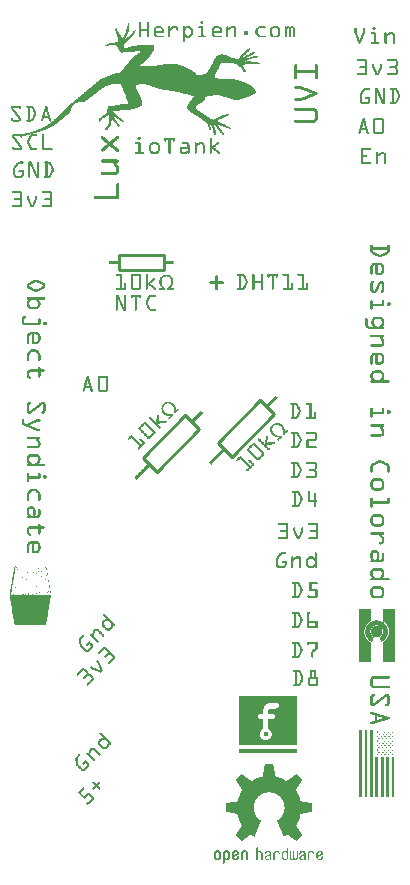
<source format=gto>
G04 MADE WITH FRITZING*
G04 WWW.FRITZING.ORG*
G04 DOUBLE SIDED*
G04 HOLES PLATED*
G04 CONTOUR ON CENTER OF CONTOUR VECTOR*
%ASAXBY*%
%FSLAX23Y23*%
%MOIN*%
%OFA0B0*%
%SFA1.0B1.0*%
%ADD10C,0.014502*%
%ADD11R,0.191925X0.017244*%
%ADD12C,0.010000*%
%ADD13R,0.001000X0.001000*%
%LNSILK1*%
G90*
G70*
G54D10*
X867Y498D03*
G54D11*
X874Y443D03*
G54D12*
X455Y1421D02*
X597Y1562D01*
D02*
X597Y1562D02*
X643Y1515D01*
D02*
X643Y1515D02*
X502Y1374D01*
D02*
X502Y1374D02*
X455Y1421D01*
D02*
X705Y1471D02*
X847Y1612D01*
D02*
X847Y1612D02*
X893Y1565D01*
D02*
X893Y1565D02*
X752Y1424D01*
D02*
X752Y1424D02*
X705Y1471D01*
D02*
X527Y2045D02*
X377Y2045D01*
D02*
X377Y2045D02*
X377Y2095D01*
D02*
X377Y2095D02*
X527Y2095D01*
D02*
X527Y2095D02*
X527Y2045D01*
G54D13*
X651Y2876D02*
X655Y2876D01*
X649Y2875D02*
X657Y2875D01*
X649Y2874D02*
X657Y2874D01*
X446Y2873D02*
X448Y2873D01*
X473Y2873D02*
X475Y2873D01*
X648Y2873D02*
X657Y2873D01*
X445Y2872D02*
X449Y2872D01*
X472Y2872D02*
X476Y2872D01*
X648Y2872D02*
X657Y2872D01*
X411Y2871D02*
X411Y2871D01*
X445Y2871D02*
X450Y2871D01*
X471Y2871D02*
X477Y2871D01*
X648Y2871D02*
X657Y2871D01*
X409Y2870D02*
X411Y2870D01*
X444Y2870D02*
X450Y2870D01*
X471Y2870D02*
X477Y2870D01*
X648Y2870D02*
X657Y2870D01*
X408Y2869D02*
X411Y2869D01*
X444Y2869D02*
X450Y2869D01*
X471Y2869D02*
X477Y2869D01*
X649Y2869D02*
X657Y2869D01*
X408Y2868D02*
X411Y2868D01*
X444Y2868D02*
X450Y2868D01*
X471Y2868D02*
X477Y2868D01*
X649Y2868D02*
X657Y2868D01*
X407Y2867D02*
X411Y2867D01*
X444Y2867D02*
X450Y2867D01*
X471Y2867D02*
X477Y2867D01*
X650Y2867D02*
X656Y2867D01*
X407Y2866D02*
X411Y2866D01*
X444Y2866D02*
X450Y2866D01*
X471Y2866D02*
X477Y2866D01*
X406Y2865D02*
X411Y2865D01*
X444Y2865D02*
X450Y2865D01*
X471Y2865D02*
X477Y2865D01*
X406Y2864D02*
X411Y2864D01*
X444Y2864D02*
X450Y2864D01*
X471Y2864D02*
X477Y2864D01*
X406Y2863D02*
X411Y2863D01*
X444Y2863D02*
X450Y2863D01*
X471Y2863D02*
X477Y2863D01*
X406Y2862D02*
X411Y2862D01*
X444Y2862D02*
X450Y2862D01*
X471Y2862D02*
X477Y2862D01*
X406Y2861D02*
X411Y2861D01*
X444Y2861D02*
X450Y2861D01*
X471Y2861D02*
X477Y2861D01*
X405Y2860D02*
X411Y2860D01*
X444Y2860D02*
X450Y2860D01*
X471Y2860D02*
X477Y2860D01*
X591Y2860D02*
X594Y2860D01*
X603Y2860D02*
X609Y2860D01*
X405Y2859D02*
X411Y2859D01*
X444Y2859D02*
X450Y2859D01*
X471Y2859D02*
X477Y2859D01*
X504Y2859D02*
X514Y2859D01*
X544Y2859D02*
X545Y2859D01*
X557Y2859D02*
X565Y2859D01*
X590Y2859D02*
X595Y2859D01*
X601Y2859D02*
X612Y2859D01*
X644Y2859D02*
X655Y2859D01*
X698Y2859D02*
X709Y2859D01*
X738Y2859D02*
X739Y2859D01*
X753Y2859D02*
X759Y2859D01*
X847Y2859D02*
X862Y2859D01*
X892Y2859D02*
X903Y2859D01*
X931Y2859D02*
X932Y2859D01*
X940Y2859D02*
X942Y2859D01*
X405Y2858D02*
X411Y2858D01*
X444Y2858D02*
X450Y2858D01*
X471Y2858D02*
X477Y2858D01*
X501Y2858D02*
X517Y2858D01*
X542Y2858D02*
X546Y2858D01*
X555Y2858D02*
X568Y2858D01*
X590Y2858D02*
X596Y2858D01*
X599Y2858D02*
X613Y2858D01*
X643Y2858D02*
X656Y2858D01*
X695Y2858D02*
X711Y2858D01*
X736Y2858D02*
X740Y2858D01*
X750Y2858D02*
X762Y2858D01*
X844Y2858D02*
X864Y2858D01*
X889Y2858D02*
X905Y2858D01*
X930Y2858D02*
X934Y2858D01*
X937Y2858D02*
X944Y2858D01*
X951Y2858D02*
X957Y2858D01*
X405Y2857D02*
X411Y2857D01*
X444Y2857D02*
X450Y2857D01*
X471Y2857D02*
X477Y2857D01*
X499Y2857D02*
X519Y2857D01*
X542Y2857D02*
X547Y2857D01*
X554Y2857D02*
X570Y2857D01*
X590Y2857D02*
X596Y2857D01*
X598Y2857D02*
X614Y2857D01*
X642Y2857D02*
X657Y2857D01*
X693Y2857D02*
X713Y2857D01*
X736Y2857D02*
X741Y2857D01*
X748Y2857D02*
X763Y2857D01*
X842Y2857D02*
X865Y2857D01*
X887Y2857D02*
X907Y2857D01*
X929Y2857D02*
X946Y2857D01*
X949Y2857D02*
X959Y2857D01*
X405Y2856D02*
X411Y2856D01*
X444Y2856D02*
X450Y2856D01*
X471Y2856D02*
X477Y2856D01*
X498Y2856D02*
X520Y2856D01*
X541Y2856D02*
X547Y2856D01*
X553Y2856D02*
X571Y2856D01*
X590Y2856D02*
X616Y2856D01*
X642Y2856D02*
X657Y2856D01*
X692Y2856D02*
X714Y2856D01*
X735Y2856D02*
X741Y2856D01*
X746Y2856D02*
X765Y2856D01*
X841Y2856D02*
X865Y2856D01*
X886Y2856D02*
X908Y2856D01*
X929Y2856D02*
X960Y2856D01*
X1224Y2856D02*
X1230Y2856D01*
X405Y2855D02*
X411Y2855D01*
X444Y2855D02*
X450Y2855D01*
X471Y2855D02*
X477Y2855D01*
X497Y2855D02*
X521Y2855D01*
X541Y2855D02*
X547Y2855D01*
X552Y2855D02*
X572Y2855D01*
X590Y2855D02*
X617Y2855D01*
X642Y2855D02*
X657Y2855D01*
X691Y2855D02*
X715Y2855D01*
X735Y2855D02*
X741Y2855D01*
X745Y2855D02*
X765Y2855D01*
X839Y2855D02*
X865Y2855D01*
X885Y2855D02*
X909Y2855D01*
X929Y2855D02*
X961Y2855D01*
X1223Y2855D02*
X1231Y2855D01*
X404Y2854D02*
X411Y2854D01*
X444Y2854D02*
X450Y2854D01*
X471Y2854D02*
X477Y2854D01*
X496Y2854D02*
X522Y2854D01*
X541Y2854D02*
X547Y2854D01*
X551Y2854D02*
X572Y2854D01*
X590Y2854D02*
X618Y2854D01*
X642Y2854D02*
X657Y2854D01*
X690Y2854D02*
X716Y2854D01*
X735Y2854D02*
X741Y2854D01*
X743Y2854D02*
X766Y2854D01*
X838Y2854D02*
X864Y2854D01*
X884Y2854D02*
X910Y2854D01*
X929Y2854D02*
X961Y2854D01*
X1223Y2854D02*
X1232Y2854D01*
X404Y2853D02*
X411Y2853D01*
X444Y2853D02*
X450Y2853D01*
X471Y2853D02*
X477Y2853D01*
X495Y2853D02*
X523Y2853D01*
X541Y2853D02*
X547Y2853D01*
X550Y2853D02*
X573Y2853D01*
X590Y2853D02*
X603Y2853D01*
X609Y2853D02*
X619Y2853D01*
X643Y2853D02*
X657Y2853D01*
X689Y2853D02*
X717Y2853D01*
X735Y2853D02*
X767Y2853D01*
X837Y2853D02*
X863Y2853D01*
X883Y2853D02*
X911Y2853D01*
X929Y2853D02*
X962Y2853D01*
X1164Y2853D02*
X1166Y2853D01*
X1191Y2853D02*
X1194Y2853D01*
X1222Y2853D02*
X1232Y2853D01*
X404Y2852D02*
X411Y2852D01*
X444Y2852D02*
X450Y2852D01*
X471Y2852D02*
X477Y2852D01*
X494Y2852D02*
X503Y2852D01*
X515Y2852D02*
X524Y2852D01*
X541Y2852D02*
X558Y2852D01*
X566Y2852D02*
X573Y2852D01*
X590Y2852D02*
X602Y2852D01*
X611Y2852D02*
X620Y2852D01*
X652Y2852D02*
X657Y2852D01*
X688Y2852D02*
X697Y2852D01*
X709Y2852D02*
X718Y2852D01*
X735Y2852D02*
X752Y2852D01*
X760Y2852D02*
X767Y2852D01*
X836Y2852D02*
X846Y2852D01*
X882Y2852D02*
X891Y2852D01*
X903Y2852D02*
X912Y2852D01*
X929Y2852D02*
X939Y2852D01*
X942Y2852D02*
X953Y2852D01*
X955Y2852D02*
X962Y2852D01*
X1163Y2852D02*
X1167Y2852D01*
X1190Y2852D02*
X1195Y2852D01*
X1222Y2852D02*
X1232Y2852D01*
X367Y2851D02*
X368Y2851D01*
X403Y2851D02*
X411Y2851D01*
X444Y2851D02*
X450Y2851D01*
X471Y2851D02*
X477Y2851D01*
X494Y2851D02*
X501Y2851D01*
X517Y2851D02*
X524Y2851D01*
X541Y2851D02*
X557Y2851D01*
X567Y2851D02*
X574Y2851D01*
X590Y2851D02*
X601Y2851D01*
X612Y2851D02*
X621Y2851D01*
X652Y2851D02*
X657Y2851D01*
X688Y2851D02*
X695Y2851D01*
X711Y2851D02*
X718Y2851D01*
X735Y2851D02*
X750Y2851D01*
X761Y2851D02*
X767Y2851D01*
X835Y2851D02*
X844Y2851D01*
X882Y2851D02*
X889Y2851D01*
X905Y2851D02*
X912Y2851D01*
X929Y2851D02*
X938Y2851D01*
X943Y2851D02*
X951Y2851D01*
X956Y2851D02*
X962Y2851D01*
X1162Y2851D02*
X1168Y2851D01*
X1190Y2851D02*
X1195Y2851D01*
X1222Y2851D02*
X1232Y2851D01*
X365Y2850D02*
X368Y2850D01*
X403Y2850D02*
X410Y2850D01*
X444Y2850D02*
X477Y2850D01*
X493Y2850D02*
X500Y2850D01*
X518Y2850D02*
X525Y2850D01*
X541Y2850D02*
X556Y2850D01*
X568Y2850D02*
X574Y2850D01*
X590Y2850D02*
X600Y2850D01*
X613Y2850D02*
X621Y2850D01*
X652Y2850D02*
X657Y2850D01*
X687Y2850D02*
X694Y2850D01*
X712Y2850D02*
X719Y2850D01*
X735Y2850D02*
X748Y2850D01*
X761Y2850D02*
X767Y2850D01*
X834Y2850D02*
X843Y2850D01*
X881Y2850D02*
X888Y2850D01*
X906Y2850D02*
X913Y2850D01*
X929Y2850D02*
X937Y2850D01*
X943Y2850D02*
X950Y2850D01*
X956Y2850D02*
X962Y2850D01*
X1162Y2850D02*
X1168Y2850D01*
X1190Y2850D02*
X1196Y2850D01*
X1223Y2850D02*
X1232Y2850D01*
X364Y2849D02*
X369Y2849D01*
X403Y2849D02*
X410Y2849D01*
X444Y2849D02*
X477Y2849D01*
X493Y2849D02*
X499Y2849D01*
X519Y2849D02*
X525Y2849D01*
X541Y2849D02*
X554Y2849D01*
X568Y2849D02*
X574Y2849D01*
X590Y2849D02*
X599Y2849D01*
X614Y2849D02*
X622Y2849D01*
X652Y2849D02*
X657Y2849D01*
X687Y2849D02*
X693Y2849D01*
X713Y2849D02*
X719Y2849D01*
X735Y2849D02*
X747Y2849D01*
X762Y2849D02*
X767Y2849D01*
X834Y2849D02*
X842Y2849D01*
X881Y2849D02*
X887Y2849D01*
X907Y2849D02*
X913Y2849D01*
X929Y2849D02*
X936Y2849D01*
X943Y2849D02*
X949Y2849D01*
X956Y2849D02*
X962Y2849D01*
X1162Y2849D02*
X1168Y2849D01*
X1190Y2849D02*
X1196Y2849D01*
X1223Y2849D02*
X1232Y2849D01*
X364Y2848D02*
X369Y2848D01*
X402Y2848D02*
X410Y2848D01*
X444Y2848D02*
X477Y2848D01*
X493Y2848D02*
X499Y2848D01*
X519Y2848D02*
X525Y2848D01*
X541Y2848D02*
X553Y2848D01*
X568Y2848D02*
X574Y2848D01*
X590Y2848D02*
X598Y2848D01*
X615Y2848D02*
X622Y2848D01*
X652Y2848D02*
X657Y2848D01*
X687Y2848D02*
X693Y2848D01*
X713Y2848D02*
X719Y2848D01*
X735Y2848D02*
X745Y2848D01*
X762Y2848D02*
X767Y2848D01*
X833Y2848D02*
X841Y2848D01*
X881Y2848D02*
X887Y2848D01*
X907Y2848D02*
X913Y2848D01*
X929Y2848D02*
X935Y2848D01*
X943Y2848D02*
X948Y2848D01*
X956Y2848D02*
X962Y2848D01*
X1162Y2848D02*
X1168Y2848D01*
X1190Y2848D02*
X1196Y2848D01*
X1223Y2848D02*
X1231Y2848D01*
X364Y2847D02*
X370Y2847D01*
X402Y2847D02*
X410Y2847D01*
X444Y2847D02*
X477Y2847D01*
X493Y2847D02*
X499Y2847D01*
X519Y2847D02*
X525Y2847D01*
X541Y2847D02*
X552Y2847D01*
X568Y2847D02*
X574Y2847D01*
X590Y2847D02*
X597Y2847D01*
X616Y2847D02*
X622Y2847D01*
X652Y2847D02*
X657Y2847D01*
X687Y2847D02*
X693Y2847D01*
X713Y2847D02*
X719Y2847D01*
X735Y2847D02*
X744Y2847D01*
X762Y2847D02*
X767Y2847D01*
X833Y2847D02*
X840Y2847D01*
X881Y2847D02*
X887Y2847D01*
X908Y2847D02*
X913Y2847D01*
X929Y2847D02*
X935Y2847D01*
X943Y2847D02*
X948Y2847D01*
X956Y2847D02*
X962Y2847D01*
X1162Y2847D02*
X1168Y2847D01*
X1190Y2847D02*
X1196Y2847D01*
X1224Y2847D02*
X1230Y2847D01*
X364Y2846D02*
X370Y2846D01*
X402Y2846D02*
X410Y2846D01*
X444Y2846D02*
X477Y2846D01*
X493Y2846D02*
X499Y2846D01*
X519Y2846D02*
X525Y2846D01*
X541Y2846D02*
X551Y2846D01*
X568Y2846D02*
X574Y2846D01*
X590Y2846D02*
X596Y2846D01*
X616Y2846D02*
X622Y2846D01*
X652Y2846D02*
X657Y2846D01*
X687Y2846D02*
X693Y2846D01*
X714Y2846D02*
X719Y2846D01*
X735Y2846D02*
X742Y2846D01*
X762Y2846D02*
X767Y2846D01*
X833Y2846D02*
X839Y2846D01*
X881Y2846D02*
X887Y2846D01*
X908Y2846D02*
X913Y2846D01*
X929Y2846D02*
X935Y2846D01*
X943Y2846D02*
X948Y2846D01*
X956Y2846D02*
X962Y2846D01*
X1162Y2846D02*
X1168Y2846D01*
X1190Y2846D02*
X1196Y2846D01*
X365Y2845D02*
X371Y2845D01*
X401Y2845D02*
X409Y2845D01*
X429Y2845D02*
X432Y2845D01*
X444Y2845D02*
X477Y2845D01*
X493Y2845D02*
X499Y2845D01*
X519Y2845D02*
X525Y2845D01*
X541Y2845D02*
X550Y2845D01*
X569Y2845D02*
X573Y2845D01*
X590Y2845D02*
X596Y2845D01*
X616Y2845D02*
X622Y2845D01*
X652Y2845D02*
X657Y2845D01*
X687Y2845D02*
X693Y2845D01*
X714Y2845D02*
X719Y2845D01*
X735Y2845D02*
X741Y2845D01*
X762Y2845D02*
X767Y2845D01*
X832Y2845D02*
X838Y2845D01*
X881Y2845D02*
X887Y2845D01*
X908Y2845D02*
X913Y2845D01*
X929Y2845D02*
X935Y2845D01*
X943Y2845D02*
X948Y2845D01*
X956Y2845D02*
X962Y2845D01*
X1162Y2845D02*
X1168Y2845D01*
X1190Y2845D02*
X1196Y2845D01*
X365Y2844D02*
X371Y2844D01*
X401Y2844D02*
X409Y2844D01*
X427Y2844D02*
X432Y2844D01*
X444Y2844D02*
X477Y2844D01*
X493Y2844D02*
X499Y2844D01*
X519Y2844D02*
X525Y2844D01*
X541Y2844D02*
X549Y2844D01*
X571Y2844D02*
X571Y2844D01*
X590Y2844D02*
X596Y2844D01*
X616Y2844D02*
X622Y2844D01*
X652Y2844D02*
X657Y2844D01*
X687Y2844D02*
X693Y2844D01*
X714Y2844D02*
X719Y2844D01*
X735Y2844D02*
X741Y2844D01*
X762Y2844D02*
X767Y2844D01*
X832Y2844D02*
X838Y2844D01*
X881Y2844D02*
X887Y2844D01*
X908Y2844D02*
X913Y2844D01*
X929Y2844D02*
X935Y2844D01*
X943Y2844D02*
X948Y2844D01*
X956Y2844D02*
X962Y2844D01*
X1162Y2844D02*
X1168Y2844D01*
X1190Y2844D02*
X1196Y2844D01*
X365Y2843D02*
X372Y2843D01*
X401Y2843D02*
X409Y2843D01*
X426Y2843D02*
X431Y2843D01*
X444Y2843D02*
X450Y2843D01*
X471Y2843D02*
X477Y2843D01*
X493Y2843D02*
X499Y2843D01*
X519Y2843D02*
X525Y2843D01*
X541Y2843D02*
X547Y2843D01*
X590Y2843D02*
X596Y2843D01*
X616Y2843D02*
X622Y2843D01*
X652Y2843D02*
X657Y2843D01*
X687Y2843D02*
X693Y2843D01*
X714Y2843D02*
X719Y2843D01*
X735Y2843D02*
X741Y2843D01*
X762Y2843D02*
X767Y2843D01*
X832Y2843D02*
X838Y2843D01*
X881Y2843D02*
X887Y2843D01*
X908Y2843D02*
X913Y2843D01*
X929Y2843D02*
X935Y2843D01*
X943Y2843D02*
X948Y2843D01*
X956Y2843D02*
X962Y2843D01*
X1162Y2843D02*
X1168Y2843D01*
X1190Y2843D02*
X1196Y2843D01*
X365Y2842D02*
X373Y2842D01*
X400Y2842D02*
X409Y2842D01*
X426Y2842D02*
X431Y2842D01*
X444Y2842D02*
X450Y2842D01*
X471Y2842D02*
X477Y2842D01*
X493Y2842D02*
X525Y2842D01*
X541Y2842D02*
X547Y2842D01*
X590Y2842D02*
X596Y2842D01*
X616Y2842D02*
X622Y2842D01*
X652Y2842D02*
X657Y2842D01*
X687Y2842D02*
X719Y2842D01*
X735Y2842D02*
X741Y2842D01*
X762Y2842D02*
X767Y2842D01*
X797Y2842D02*
X803Y2842D01*
X832Y2842D02*
X838Y2842D01*
X881Y2842D02*
X887Y2842D01*
X908Y2842D02*
X913Y2842D01*
X929Y2842D02*
X935Y2842D01*
X943Y2842D02*
X948Y2842D01*
X956Y2842D02*
X962Y2842D01*
X1162Y2842D02*
X1168Y2842D01*
X1190Y2842D02*
X1196Y2842D01*
X366Y2841D02*
X373Y2841D01*
X400Y2841D02*
X408Y2841D01*
X425Y2841D02*
X430Y2841D01*
X444Y2841D02*
X450Y2841D01*
X471Y2841D02*
X477Y2841D01*
X493Y2841D02*
X525Y2841D01*
X541Y2841D02*
X547Y2841D01*
X590Y2841D02*
X596Y2841D01*
X616Y2841D02*
X622Y2841D01*
X652Y2841D02*
X657Y2841D01*
X687Y2841D02*
X719Y2841D01*
X735Y2841D02*
X741Y2841D01*
X762Y2841D02*
X767Y2841D01*
X795Y2841D02*
X805Y2841D01*
X832Y2841D02*
X838Y2841D01*
X881Y2841D02*
X887Y2841D01*
X908Y2841D02*
X913Y2841D01*
X929Y2841D02*
X935Y2841D01*
X943Y2841D02*
X948Y2841D01*
X956Y2841D02*
X962Y2841D01*
X1162Y2841D02*
X1168Y2841D01*
X1190Y2841D02*
X1196Y2841D01*
X366Y2840D02*
X374Y2840D01*
X400Y2840D02*
X408Y2840D01*
X424Y2840D02*
X430Y2840D01*
X444Y2840D02*
X450Y2840D01*
X471Y2840D02*
X477Y2840D01*
X493Y2840D02*
X525Y2840D01*
X541Y2840D02*
X547Y2840D01*
X590Y2840D02*
X596Y2840D01*
X616Y2840D02*
X622Y2840D01*
X652Y2840D02*
X657Y2840D01*
X687Y2840D02*
X719Y2840D01*
X735Y2840D02*
X741Y2840D01*
X762Y2840D02*
X767Y2840D01*
X794Y2840D02*
X806Y2840D01*
X832Y2840D02*
X838Y2840D01*
X881Y2840D02*
X887Y2840D01*
X908Y2840D02*
X913Y2840D01*
X929Y2840D02*
X935Y2840D01*
X943Y2840D02*
X948Y2840D01*
X956Y2840D02*
X962Y2840D01*
X1162Y2840D02*
X1168Y2840D01*
X1190Y2840D02*
X1196Y2840D01*
X366Y2839D02*
X374Y2839D01*
X399Y2839D02*
X408Y2839D01*
X423Y2839D02*
X429Y2839D01*
X444Y2839D02*
X450Y2839D01*
X471Y2839D02*
X477Y2839D01*
X493Y2839D02*
X525Y2839D01*
X541Y2839D02*
X547Y2839D01*
X590Y2839D02*
X596Y2839D01*
X616Y2839D02*
X622Y2839D01*
X652Y2839D02*
X657Y2839D01*
X687Y2839D02*
X719Y2839D01*
X735Y2839D02*
X741Y2839D01*
X762Y2839D02*
X767Y2839D01*
X794Y2839D02*
X806Y2839D01*
X832Y2839D02*
X838Y2839D01*
X881Y2839D02*
X887Y2839D01*
X908Y2839D02*
X913Y2839D01*
X929Y2839D02*
X935Y2839D01*
X943Y2839D02*
X948Y2839D01*
X956Y2839D02*
X962Y2839D01*
X1162Y2839D02*
X1168Y2839D01*
X1190Y2839D02*
X1196Y2839D01*
X367Y2838D02*
X375Y2838D01*
X399Y2838D02*
X407Y2838D01*
X423Y2838D02*
X429Y2838D01*
X444Y2838D02*
X450Y2838D01*
X471Y2838D02*
X477Y2838D01*
X493Y2838D02*
X525Y2838D01*
X541Y2838D02*
X547Y2838D01*
X590Y2838D02*
X596Y2838D01*
X616Y2838D02*
X622Y2838D01*
X652Y2838D02*
X657Y2838D01*
X687Y2838D02*
X719Y2838D01*
X735Y2838D02*
X741Y2838D01*
X762Y2838D02*
X767Y2838D01*
X794Y2838D02*
X806Y2838D01*
X832Y2838D02*
X838Y2838D01*
X881Y2838D02*
X887Y2838D01*
X908Y2838D02*
X913Y2838D01*
X929Y2838D02*
X935Y2838D01*
X943Y2838D02*
X948Y2838D01*
X956Y2838D02*
X962Y2838D01*
X1162Y2838D02*
X1168Y2838D01*
X1189Y2838D02*
X1196Y2838D01*
X1217Y2838D02*
X1231Y2838D01*
X1264Y2838D02*
X1267Y2838D01*
X1278Y2838D02*
X1289Y2838D01*
X367Y2837D02*
X376Y2837D01*
X398Y2837D02*
X407Y2837D01*
X422Y2837D02*
X428Y2837D01*
X444Y2837D02*
X450Y2837D01*
X471Y2837D02*
X477Y2837D01*
X493Y2837D02*
X525Y2837D01*
X541Y2837D02*
X547Y2837D01*
X590Y2837D02*
X596Y2837D01*
X616Y2837D02*
X622Y2837D01*
X652Y2837D02*
X657Y2837D01*
X687Y2837D02*
X719Y2837D01*
X735Y2837D02*
X741Y2837D01*
X762Y2837D02*
X767Y2837D01*
X794Y2837D02*
X806Y2837D01*
X832Y2837D02*
X838Y2837D01*
X881Y2837D02*
X887Y2837D01*
X908Y2837D02*
X913Y2837D01*
X929Y2837D02*
X935Y2837D01*
X943Y2837D02*
X948Y2837D01*
X956Y2837D02*
X962Y2837D01*
X1162Y2837D02*
X1169Y2837D01*
X1189Y2837D02*
X1195Y2837D01*
X1216Y2837D02*
X1231Y2837D01*
X1263Y2837D02*
X1268Y2837D01*
X1276Y2837D02*
X1291Y2837D01*
X367Y2836D02*
X377Y2836D01*
X398Y2836D02*
X406Y2836D01*
X421Y2836D02*
X428Y2836D01*
X444Y2836D02*
X450Y2836D01*
X471Y2836D02*
X477Y2836D01*
X493Y2836D02*
X524Y2836D01*
X541Y2836D02*
X547Y2836D01*
X590Y2836D02*
X596Y2836D01*
X616Y2836D02*
X622Y2836D01*
X652Y2836D02*
X657Y2836D01*
X687Y2836D02*
X718Y2836D01*
X735Y2836D02*
X741Y2836D01*
X762Y2836D02*
X767Y2836D01*
X794Y2836D02*
X806Y2836D01*
X832Y2836D02*
X838Y2836D01*
X881Y2836D02*
X887Y2836D01*
X908Y2836D02*
X913Y2836D01*
X929Y2836D02*
X935Y2836D01*
X943Y2836D02*
X948Y2836D01*
X956Y2836D02*
X962Y2836D01*
X1163Y2836D02*
X1169Y2836D01*
X1188Y2836D02*
X1195Y2836D01*
X1216Y2836D02*
X1232Y2836D01*
X1262Y2836D02*
X1268Y2836D01*
X1274Y2836D02*
X1292Y2836D01*
X368Y2835D02*
X377Y2835D01*
X398Y2835D02*
X406Y2835D01*
X420Y2835D02*
X427Y2835D01*
X444Y2835D02*
X450Y2835D01*
X471Y2835D02*
X477Y2835D01*
X493Y2835D02*
X499Y2835D01*
X541Y2835D02*
X547Y2835D01*
X590Y2835D02*
X596Y2835D01*
X616Y2835D02*
X622Y2835D01*
X652Y2835D02*
X657Y2835D01*
X687Y2835D02*
X693Y2835D01*
X735Y2835D02*
X741Y2835D01*
X762Y2835D02*
X767Y2835D01*
X794Y2835D02*
X806Y2835D01*
X832Y2835D02*
X838Y2835D01*
X881Y2835D02*
X887Y2835D01*
X908Y2835D02*
X913Y2835D01*
X929Y2835D02*
X935Y2835D01*
X943Y2835D02*
X948Y2835D01*
X956Y2835D02*
X962Y2835D01*
X1163Y2835D02*
X1170Y2835D01*
X1188Y2835D02*
X1195Y2835D01*
X1216Y2835D02*
X1232Y2835D01*
X1262Y2835D02*
X1268Y2835D01*
X1273Y2835D02*
X1293Y2835D01*
X368Y2834D02*
X378Y2834D01*
X397Y2834D02*
X406Y2834D01*
X419Y2834D02*
X427Y2834D01*
X444Y2834D02*
X450Y2834D01*
X471Y2834D02*
X477Y2834D01*
X493Y2834D02*
X499Y2834D01*
X541Y2834D02*
X547Y2834D01*
X590Y2834D02*
X596Y2834D01*
X616Y2834D02*
X622Y2834D01*
X652Y2834D02*
X657Y2834D01*
X687Y2834D02*
X693Y2834D01*
X735Y2834D02*
X741Y2834D01*
X762Y2834D02*
X767Y2834D01*
X794Y2834D02*
X806Y2834D01*
X833Y2834D02*
X839Y2834D01*
X881Y2834D02*
X887Y2834D01*
X908Y2834D02*
X913Y2834D01*
X929Y2834D02*
X935Y2834D01*
X943Y2834D02*
X948Y2834D01*
X956Y2834D02*
X962Y2834D01*
X1163Y2834D02*
X1170Y2834D01*
X1188Y2834D02*
X1194Y2834D01*
X1216Y2834D02*
X1232Y2834D01*
X1262Y2834D02*
X1268Y2834D01*
X1271Y2834D02*
X1294Y2834D01*
X369Y2833D02*
X379Y2833D01*
X397Y2833D02*
X405Y2833D01*
X418Y2833D02*
X426Y2833D01*
X444Y2833D02*
X450Y2833D01*
X471Y2833D02*
X477Y2833D01*
X493Y2833D02*
X499Y2833D01*
X541Y2833D02*
X547Y2833D01*
X590Y2833D02*
X597Y2833D01*
X616Y2833D02*
X622Y2833D01*
X652Y2833D02*
X657Y2833D01*
X687Y2833D02*
X693Y2833D01*
X735Y2833D02*
X741Y2833D01*
X762Y2833D02*
X767Y2833D01*
X794Y2833D02*
X806Y2833D01*
X833Y2833D02*
X840Y2833D01*
X881Y2833D02*
X887Y2833D01*
X907Y2833D02*
X913Y2833D01*
X929Y2833D02*
X935Y2833D01*
X943Y2833D02*
X948Y2833D01*
X956Y2833D02*
X962Y2833D01*
X1164Y2833D02*
X1170Y2833D01*
X1187Y2833D02*
X1194Y2833D01*
X1217Y2833D02*
X1232Y2833D01*
X1262Y2833D02*
X1294Y2833D01*
X369Y2832D02*
X379Y2832D01*
X396Y2832D02*
X404Y2832D01*
X417Y2832D02*
X425Y2832D01*
X444Y2832D02*
X450Y2832D01*
X471Y2832D02*
X477Y2832D01*
X493Y2832D02*
X499Y2832D01*
X541Y2832D02*
X547Y2832D01*
X590Y2832D02*
X598Y2832D01*
X615Y2832D02*
X622Y2832D01*
X652Y2832D02*
X657Y2832D01*
X687Y2832D02*
X693Y2832D01*
X735Y2832D02*
X741Y2832D01*
X762Y2832D02*
X767Y2832D01*
X794Y2832D02*
X806Y2832D01*
X833Y2832D02*
X841Y2832D01*
X881Y2832D02*
X887Y2832D01*
X907Y2832D02*
X913Y2832D01*
X929Y2832D02*
X935Y2832D01*
X943Y2832D02*
X948Y2832D01*
X956Y2832D02*
X962Y2832D01*
X1164Y2832D02*
X1171Y2832D01*
X1187Y2832D02*
X1193Y2832D01*
X1218Y2832D02*
X1232Y2832D01*
X1262Y2832D02*
X1295Y2832D01*
X370Y2831D02*
X380Y2831D01*
X396Y2831D02*
X404Y2831D01*
X416Y2831D02*
X425Y2831D01*
X444Y2831D02*
X450Y2831D01*
X471Y2831D02*
X477Y2831D01*
X493Y2831D02*
X499Y2831D01*
X541Y2831D02*
X547Y2831D01*
X590Y2831D02*
X599Y2831D01*
X614Y2831D02*
X622Y2831D01*
X652Y2831D02*
X657Y2831D01*
X687Y2831D02*
X694Y2831D01*
X735Y2831D02*
X741Y2831D01*
X762Y2831D02*
X767Y2831D01*
X795Y2831D02*
X806Y2831D01*
X834Y2831D02*
X842Y2831D01*
X881Y2831D02*
X888Y2831D01*
X907Y2831D02*
X913Y2831D01*
X929Y2831D02*
X935Y2831D01*
X943Y2831D02*
X948Y2831D01*
X956Y2831D02*
X962Y2831D01*
X1165Y2831D02*
X1171Y2831D01*
X1186Y2831D02*
X1193Y2831D01*
X1226Y2831D02*
X1232Y2831D01*
X1262Y2831D02*
X1278Y2831D01*
X1288Y2831D02*
X1295Y2831D01*
X370Y2830D02*
X381Y2830D01*
X395Y2830D02*
X403Y2830D01*
X415Y2830D02*
X424Y2830D01*
X444Y2830D02*
X450Y2830D01*
X471Y2830D02*
X477Y2830D01*
X493Y2830D02*
X500Y2830D01*
X541Y2830D02*
X547Y2830D01*
X590Y2830D02*
X600Y2830D01*
X613Y2830D02*
X621Y2830D01*
X652Y2830D02*
X657Y2830D01*
X687Y2830D02*
X694Y2830D01*
X735Y2830D02*
X741Y2830D01*
X762Y2830D02*
X767Y2830D01*
X796Y2830D02*
X804Y2830D01*
X834Y2830D02*
X843Y2830D01*
X881Y2830D02*
X888Y2830D01*
X906Y2830D02*
X913Y2830D01*
X929Y2830D02*
X935Y2830D01*
X943Y2830D02*
X948Y2830D01*
X956Y2830D02*
X962Y2830D01*
X1165Y2830D02*
X1172Y2830D01*
X1186Y2830D02*
X1193Y2830D01*
X1226Y2830D02*
X1232Y2830D01*
X1262Y2830D02*
X1277Y2830D01*
X1289Y2830D02*
X1295Y2830D01*
X371Y2829D02*
X381Y2829D01*
X395Y2829D02*
X403Y2829D01*
X414Y2829D02*
X423Y2829D01*
X444Y2829D02*
X450Y2829D01*
X471Y2829D02*
X477Y2829D01*
X494Y2829D02*
X502Y2829D01*
X541Y2829D02*
X547Y2829D01*
X590Y2829D02*
X601Y2829D01*
X612Y2829D02*
X621Y2829D01*
X652Y2829D02*
X657Y2829D01*
X688Y2829D02*
X696Y2829D01*
X735Y2829D02*
X741Y2829D01*
X762Y2829D02*
X767Y2829D01*
X835Y2829D02*
X845Y2829D01*
X882Y2829D02*
X890Y2829D01*
X904Y2829D02*
X912Y2829D01*
X929Y2829D02*
X935Y2829D01*
X943Y2829D02*
X948Y2829D01*
X956Y2829D02*
X962Y2829D01*
X1165Y2829D02*
X1172Y2829D01*
X1186Y2829D02*
X1192Y2829D01*
X1226Y2829D02*
X1232Y2829D01*
X1262Y2829D02*
X1275Y2829D01*
X1289Y2829D02*
X1295Y2829D01*
X371Y2828D02*
X382Y2828D01*
X394Y2828D02*
X402Y2828D01*
X413Y2828D02*
X422Y2828D01*
X444Y2828D02*
X450Y2828D01*
X471Y2828D02*
X477Y2828D01*
X494Y2828D02*
X503Y2828D01*
X541Y2828D02*
X547Y2828D01*
X590Y2828D02*
X602Y2828D01*
X610Y2828D02*
X620Y2828D01*
X652Y2828D02*
X658Y2828D01*
X688Y2828D02*
X697Y2828D01*
X735Y2828D02*
X741Y2828D01*
X762Y2828D02*
X767Y2828D01*
X836Y2828D02*
X846Y2828D01*
X882Y2828D02*
X891Y2828D01*
X903Y2828D02*
X912Y2828D01*
X929Y2828D02*
X935Y2828D01*
X943Y2828D02*
X948Y2828D01*
X956Y2828D02*
X962Y2828D01*
X1166Y2828D02*
X1172Y2828D01*
X1185Y2828D02*
X1192Y2828D01*
X1226Y2828D02*
X1232Y2828D01*
X1262Y2828D02*
X1274Y2828D01*
X1289Y2828D02*
X1295Y2828D01*
X372Y2827D02*
X383Y2827D01*
X394Y2827D02*
X402Y2827D01*
X412Y2827D02*
X422Y2827D01*
X444Y2827D02*
X450Y2827D01*
X471Y2827D02*
X477Y2827D01*
X495Y2827D02*
X524Y2827D01*
X541Y2827D02*
X547Y2827D01*
X590Y2827D02*
X603Y2827D01*
X609Y2827D02*
X619Y2827D01*
X643Y2827D02*
X666Y2827D01*
X689Y2827D02*
X718Y2827D01*
X735Y2827D02*
X741Y2827D01*
X762Y2827D02*
X767Y2827D01*
X838Y2827D02*
X863Y2827D01*
X883Y2827D02*
X911Y2827D01*
X929Y2827D02*
X935Y2827D01*
X943Y2827D02*
X948Y2827D01*
X956Y2827D02*
X962Y2827D01*
X1166Y2827D02*
X1173Y2827D01*
X1185Y2827D02*
X1191Y2827D01*
X1226Y2827D02*
X1232Y2827D01*
X1262Y2827D02*
X1272Y2827D01*
X1289Y2827D02*
X1295Y2827D01*
X372Y2826D02*
X384Y2826D01*
X393Y2826D02*
X401Y2826D01*
X411Y2826D02*
X421Y2826D01*
X444Y2826D02*
X450Y2826D01*
X471Y2826D02*
X477Y2826D01*
X496Y2826D02*
X525Y2826D01*
X541Y2826D02*
X547Y2826D01*
X590Y2826D02*
X618Y2826D01*
X642Y2826D02*
X667Y2826D01*
X690Y2826D02*
X719Y2826D01*
X735Y2826D02*
X741Y2826D01*
X762Y2826D02*
X767Y2826D01*
X839Y2826D02*
X864Y2826D01*
X884Y2826D02*
X910Y2826D01*
X929Y2826D02*
X935Y2826D01*
X943Y2826D02*
X948Y2826D01*
X956Y2826D02*
X962Y2826D01*
X1167Y2826D02*
X1173Y2826D01*
X1185Y2826D02*
X1191Y2826D01*
X1226Y2826D02*
X1232Y2826D01*
X1262Y2826D02*
X1271Y2826D01*
X1289Y2826D02*
X1295Y2826D01*
X372Y2825D02*
X384Y2825D01*
X393Y2825D02*
X400Y2825D01*
X410Y2825D02*
X420Y2825D01*
X444Y2825D02*
X450Y2825D01*
X471Y2825D02*
X477Y2825D01*
X497Y2825D02*
X525Y2825D01*
X541Y2825D02*
X547Y2825D01*
X590Y2825D02*
X616Y2825D01*
X642Y2825D02*
X667Y2825D01*
X691Y2825D02*
X719Y2825D01*
X735Y2825D02*
X741Y2825D01*
X762Y2825D02*
X767Y2825D01*
X840Y2825D02*
X865Y2825D01*
X885Y2825D02*
X909Y2825D01*
X929Y2825D02*
X935Y2825D01*
X943Y2825D02*
X948Y2825D01*
X956Y2825D02*
X962Y2825D01*
X1167Y2825D02*
X1174Y2825D01*
X1184Y2825D02*
X1191Y2825D01*
X1226Y2825D02*
X1232Y2825D01*
X1262Y2825D02*
X1269Y2825D01*
X1289Y2825D02*
X1295Y2825D01*
X373Y2824D02*
X385Y2824D01*
X392Y2824D02*
X400Y2824D01*
X409Y2824D02*
X419Y2824D01*
X444Y2824D02*
X450Y2824D01*
X471Y2824D02*
X477Y2824D01*
X498Y2824D02*
X525Y2824D01*
X541Y2824D02*
X547Y2824D01*
X590Y2824D02*
X615Y2824D01*
X642Y2824D02*
X667Y2824D01*
X692Y2824D02*
X719Y2824D01*
X735Y2824D02*
X741Y2824D01*
X762Y2824D02*
X767Y2824D01*
X841Y2824D02*
X865Y2824D01*
X886Y2824D02*
X908Y2824D01*
X929Y2824D02*
X935Y2824D01*
X943Y2824D02*
X948Y2824D01*
X956Y2824D02*
X962Y2824D01*
X1167Y2824D02*
X1174Y2824D01*
X1184Y2824D02*
X1190Y2824D01*
X1226Y2824D02*
X1232Y2824D01*
X1262Y2824D02*
X1268Y2824D01*
X1289Y2824D02*
X1295Y2824D01*
X373Y2823D02*
X385Y2823D01*
X392Y2823D02*
X399Y2823D01*
X407Y2823D02*
X419Y2823D01*
X445Y2823D02*
X450Y2823D01*
X471Y2823D02*
X476Y2823D01*
X499Y2823D02*
X525Y2823D01*
X542Y2823D02*
X547Y2823D01*
X590Y2823D02*
X596Y2823D01*
X598Y2823D02*
X614Y2823D01*
X642Y2823D02*
X667Y2823D01*
X693Y2823D02*
X719Y2823D01*
X736Y2823D02*
X741Y2823D01*
X762Y2823D02*
X767Y2823D01*
X842Y2823D02*
X864Y2823D01*
X887Y2823D02*
X907Y2823D01*
X929Y2823D02*
X934Y2823D01*
X943Y2823D02*
X948Y2823D01*
X956Y2823D02*
X961Y2823D01*
X1168Y2823D02*
X1174Y2823D01*
X1183Y2823D02*
X1190Y2823D01*
X1226Y2823D02*
X1232Y2823D01*
X1262Y2823D02*
X1268Y2823D01*
X1289Y2823D02*
X1295Y2823D01*
X374Y2822D02*
X385Y2822D01*
X391Y2822D02*
X398Y2822D01*
X406Y2822D02*
X418Y2822D01*
X445Y2822D02*
X449Y2822D01*
X472Y2822D02*
X476Y2822D01*
X501Y2822D02*
X524Y2822D01*
X542Y2822D02*
X546Y2822D01*
X590Y2822D02*
X596Y2822D01*
X599Y2822D02*
X613Y2822D01*
X643Y2822D02*
X666Y2822D01*
X695Y2822D02*
X718Y2822D01*
X736Y2822D02*
X740Y2822D01*
X763Y2822D02*
X766Y2822D01*
X844Y2822D02*
X864Y2822D01*
X889Y2822D02*
X905Y2822D01*
X930Y2822D02*
X934Y2822D01*
X944Y2822D02*
X947Y2822D01*
X957Y2822D02*
X961Y2822D01*
X1168Y2822D02*
X1175Y2822D01*
X1183Y2822D02*
X1189Y2822D01*
X1226Y2822D02*
X1232Y2822D01*
X1262Y2822D02*
X1268Y2822D01*
X1289Y2822D02*
X1295Y2822D01*
X374Y2821D02*
X386Y2821D01*
X390Y2821D02*
X398Y2821D01*
X404Y2821D02*
X417Y2821D01*
X590Y2821D02*
X596Y2821D01*
X601Y2821D02*
X612Y2821D01*
X1168Y2821D02*
X1175Y2821D01*
X1183Y2821D02*
X1189Y2821D01*
X1226Y2821D02*
X1232Y2821D01*
X1262Y2821D02*
X1268Y2821D01*
X1289Y2821D02*
X1295Y2821D01*
X374Y2820D02*
X386Y2820D01*
X390Y2820D02*
X397Y2820D01*
X403Y2820D02*
X416Y2820D01*
X590Y2820D02*
X596Y2820D01*
X603Y2820D02*
X609Y2820D01*
X1169Y2820D02*
X1175Y2820D01*
X1182Y2820D02*
X1189Y2820D01*
X1226Y2820D02*
X1232Y2820D01*
X1262Y2820D02*
X1268Y2820D01*
X1289Y2820D02*
X1295Y2820D01*
X374Y2819D02*
X387Y2819D01*
X389Y2819D02*
X397Y2819D01*
X401Y2819D02*
X415Y2819D01*
X590Y2819D02*
X596Y2819D01*
X1169Y2819D02*
X1176Y2819D01*
X1182Y2819D02*
X1188Y2819D01*
X1226Y2819D02*
X1232Y2819D01*
X1262Y2819D02*
X1268Y2819D01*
X1289Y2819D02*
X1295Y2819D01*
X375Y2818D02*
X397Y2818D01*
X399Y2818D02*
X414Y2818D01*
X590Y2818D02*
X596Y2818D01*
X1170Y2818D02*
X1176Y2818D01*
X1181Y2818D02*
X1188Y2818D01*
X1226Y2818D02*
X1232Y2818D01*
X1262Y2818D02*
X1268Y2818D01*
X1289Y2818D02*
X1295Y2818D01*
X375Y2817D02*
X413Y2817D01*
X590Y2817D02*
X596Y2817D01*
X1170Y2817D02*
X1177Y2817D01*
X1181Y2817D02*
X1188Y2817D01*
X1226Y2817D02*
X1232Y2817D01*
X1262Y2817D02*
X1268Y2817D01*
X1289Y2817D02*
X1295Y2817D01*
X375Y2816D02*
X412Y2816D01*
X590Y2816D02*
X596Y2816D01*
X1170Y2816D02*
X1177Y2816D01*
X1181Y2816D02*
X1187Y2816D01*
X1226Y2816D02*
X1232Y2816D01*
X1262Y2816D02*
X1268Y2816D01*
X1289Y2816D02*
X1295Y2816D01*
X375Y2815D02*
X411Y2815D01*
X590Y2815D02*
X596Y2815D01*
X1171Y2815D02*
X1177Y2815D01*
X1180Y2815D02*
X1187Y2815D01*
X1226Y2815D02*
X1232Y2815D01*
X1262Y2815D02*
X1268Y2815D01*
X1289Y2815D02*
X1295Y2815D01*
X375Y2814D02*
X410Y2814D01*
X590Y2814D02*
X596Y2814D01*
X1171Y2814D02*
X1178Y2814D01*
X1180Y2814D02*
X1186Y2814D01*
X1226Y2814D02*
X1232Y2814D01*
X1262Y2814D02*
X1268Y2814D01*
X1289Y2814D02*
X1295Y2814D01*
X375Y2813D02*
X409Y2813D01*
X590Y2813D02*
X596Y2813D01*
X1172Y2813D02*
X1186Y2813D01*
X1226Y2813D02*
X1232Y2813D01*
X1262Y2813D02*
X1268Y2813D01*
X1289Y2813D02*
X1295Y2813D01*
X375Y2812D02*
X407Y2812D01*
X590Y2812D02*
X596Y2812D01*
X1172Y2812D02*
X1186Y2812D01*
X1226Y2812D02*
X1232Y2812D01*
X1262Y2812D02*
X1268Y2812D01*
X1289Y2812D02*
X1295Y2812D01*
X375Y2811D02*
X406Y2811D01*
X590Y2811D02*
X596Y2811D01*
X1172Y2811D02*
X1185Y2811D01*
X1226Y2811D02*
X1232Y2811D01*
X1262Y2811D02*
X1268Y2811D01*
X1289Y2811D02*
X1295Y2811D01*
X375Y2810D02*
X405Y2810D01*
X590Y2810D02*
X596Y2810D01*
X1173Y2810D02*
X1185Y2810D01*
X1226Y2810D02*
X1232Y2810D01*
X1262Y2810D02*
X1268Y2810D01*
X1289Y2810D02*
X1295Y2810D01*
X375Y2809D02*
X404Y2809D01*
X590Y2809D02*
X595Y2809D01*
X1173Y2809D02*
X1184Y2809D01*
X1226Y2809D02*
X1232Y2809D01*
X1262Y2809D02*
X1268Y2809D01*
X1289Y2809D02*
X1295Y2809D01*
X375Y2808D02*
X402Y2808D01*
X591Y2808D02*
X595Y2808D01*
X1174Y2808D02*
X1184Y2808D01*
X1226Y2808D02*
X1232Y2808D01*
X1262Y2808D02*
X1268Y2808D01*
X1289Y2808D02*
X1295Y2808D01*
X374Y2807D02*
X401Y2807D01*
X592Y2807D02*
X593Y2807D01*
X1174Y2807D02*
X1184Y2807D01*
X1226Y2807D02*
X1232Y2807D01*
X1262Y2807D02*
X1268Y2807D01*
X1289Y2807D02*
X1295Y2807D01*
X370Y2806D02*
X400Y2806D01*
X1174Y2806D02*
X1183Y2806D01*
X1218Y2806D02*
X1240Y2806D01*
X1262Y2806D02*
X1268Y2806D01*
X1289Y2806D02*
X1295Y2806D01*
X364Y2805D02*
X399Y2805D01*
X1175Y2805D02*
X1183Y2805D01*
X1216Y2805D02*
X1242Y2805D01*
X1262Y2805D02*
X1268Y2805D01*
X1289Y2805D02*
X1295Y2805D01*
X358Y2804D02*
X397Y2804D01*
X1175Y2804D02*
X1182Y2804D01*
X1216Y2804D02*
X1242Y2804D01*
X1262Y2804D02*
X1268Y2804D01*
X1289Y2804D02*
X1295Y2804D01*
X352Y2803D02*
X396Y2803D01*
X1175Y2803D02*
X1182Y2803D01*
X1216Y2803D02*
X1242Y2803D01*
X1262Y2803D02*
X1268Y2803D01*
X1289Y2803D02*
X1295Y2803D01*
X348Y2802D02*
X395Y2802D01*
X1176Y2802D02*
X1182Y2802D01*
X1216Y2802D02*
X1242Y2802D01*
X1263Y2802D02*
X1268Y2802D01*
X1290Y2802D02*
X1295Y2802D01*
X345Y2801D02*
X395Y2801D01*
X1176Y2801D02*
X1181Y2801D01*
X1216Y2801D02*
X1242Y2801D01*
X1263Y2801D02*
X1268Y2801D01*
X1290Y2801D02*
X1295Y2801D01*
X342Y2800D02*
X394Y2800D01*
X1177Y2800D02*
X1180Y2800D01*
X1217Y2800D02*
X1241Y2800D01*
X1264Y2800D02*
X1267Y2800D01*
X1291Y2800D02*
X1294Y2800D01*
X339Y2799D02*
X393Y2799D01*
X337Y2798D02*
X392Y2798D01*
X334Y2797D02*
X392Y2797D01*
X465Y2797D02*
X491Y2797D01*
X331Y2796D02*
X347Y2796D01*
X364Y2796D02*
X392Y2796D01*
X445Y2796D02*
X491Y2796D01*
X329Y2795D02*
X344Y2795D01*
X368Y2795D02*
X392Y2795D01*
X436Y2795D02*
X492Y2795D01*
X330Y2794D02*
X342Y2794D01*
X369Y2794D02*
X392Y2794D01*
X429Y2794D02*
X492Y2794D01*
X332Y2793D02*
X339Y2793D01*
X370Y2793D02*
X392Y2793D01*
X424Y2793D02*
X492Y2793D01*
X371Y2792D02*
X392Y2792D01*
X420Y2792D02*
X493Y2792D01*
X372Y2791D02*
X392Y2791D01*
X417Y2791D02*
X493Y2791D01*
X372Y2790D02*
X393Y2790D01*
X414Y2790D02*
X493Y2790D01*
X373Y2789D02*
X393Y2789D01*
X410Y2789D02*
X494Y2789D01*
X373Y2788D02*
X393Y2788D01*
X407Y2788D02*
X494Y2788D01*
X373Y2787D02*
X394Y2787D01*
X403Y2787D02*
X494Y2787D01*
X374Y2786D02*
X494Y2786D01*
X810Y2786D02*
X812Y2786D01*
X374Y2785D02*
X494Y2785D01*
X809Y2785D02*
X812Y2785D01*
X375Y2784D02*
X494Y2784D01*
X808Y2784D02*
X812Y2784D01*
X375Y2783D02*
X493Y2783D01*
X807Y2783D02*
X813Y2783D01*
X375Y2782D02*
X493Y2782D01*
X806Y2782D02*
X813Y2782D01*
X376Y2781D02*
X493Y2781D01*
X804Y2781D02*
X812Y2781D01*
X376Y2780D02*
X493Y2780D01*
X803Y2780D02*
X812Y2780D01*
X377Y2779D02*
X492Y2779D01*
X802Y2779D02*
X811Y2779D01*
X377Y2778D02*
X492Y2778D01*
X801Y2778D02*
X810Y2778D01*
X378Y2777D02*
X491Y2777D01*
X800Y2777D02*
X809Y2777D01*
X378Y2776D02*
X435Y2776D01*
X443Y2776D02*
X491Y2776D01*
X799Y2776D02*
X809Y2776D01*
X379Y2775D02*
X431Y2775D01*
X446Y2775D02*
X490Y2775D01*
X798Y2775D02*
X808Y2775D01*
X380Y2774D02*
X427Y2774D01*
X447Y2774D02*
X489Y2774D01*
X796Y2774D02*
X807Y2774D01*
X828Y2774D02*
X830Y2774D01*
X381Y2773D02*
X412Y2773D01*
X448Y2773D02*
X489Y2773D01*
X795Y2773D02*
X806Y2773D01*
X824Y2773D02*
X829Y2773D01*
X382Y2772D02*
X400Y2772D01*
X447Y2772D02*
X488Y2772D01*
X794Y2772D02*
X805Y2772D01*
X822Y2772D02*
X829Y2772D01*
X385Y2771D02*
X391Y2771D01*
X446Y2771D02*
X487Y2771D01*
X793Y2771D02*
X804Y2771D01*
X820Y2771D02*
X828Y2771D01*
X444Y2770D02*
X487Y2770D01*
X792Y2770D02*
X803Y2770D01*
X818Y2770D02*
X828Y2770D01*
X442Y2769D02*
X486Y2769D01*
X791Y2769D02*
X802Y2769D01*
X817Y2769D02*
X827Y2769D01*
X441Y2768D02*
X485Y2768D01*
X790Y2768D02*
X801Y2768D01*
X815Y2768D02*
X826Y2768D01*
X439Y2767D02*
X485Y2767D01*
X789Y2767D02*
X800Y2767D01*
X813Y2767D02*
X825Y2767D01*
X438Y2766D02*
X484Y2766D01*
X788Y2766D02*
X799Y2766D01*
X811Y2766D02*
X824Y2766D01*
X436Y2765D02*
X483Y2765D01*
X717Y2765D02*
X722Y2765D01*
X787Y2765D02*
X798Y2765D01*
X809Y2765D02*
X823Y2765D01*
X434Y2764D02*
X482Y2764D01*
X712Y2764D02*
X727Y2764D01*
X786Y2764D02*
X797Y2764D01*
X808Y2764D02*
X821Y2764D01*
X433Y2763D02*
X482Y2763D01*
X710Y2763D02*
X730Y2763D01*
X785Y2763D02*
X796Y2763D01*
X806Y2763D02*
X819Y2763D01*
X431Y2762D02*
X481Y2762D01*
X708Y2762D02*
X733Y2762D01*
X784Y2762D02*
X795Y2762D01*
X804Y2762D02*
X818Y2762D01*
X429Y2761D02*
X480Y2761D01*
X706Y2761D02*
X735Y2761D01*
X784Y2761D02*
X794Y2761D01*
X802Y2761D02*
X816Y2761D01*
X836Y2761D02*
X837Y2761D01*
X428Y2760D02*
X479Y2760D01*
X705Y2760D02*
X737Y2760D01*
X783Y2760D02*
X793Y2760D01*
X800Y2760D02*
X814Y2760D01*
X832Y2760D02*
X838Y2760D01*
X427Y2759D02*
X479Y2759D01*
X703Y2759D02*
X740Y2759D01*
X782Y2759D02*
X792Y2759D01*
X798Y2759D02*
X812Y2759D01*
X829Y2759D02*
X838Y2759D01*
X426Y2758D02*
X478Y2758D01*
X702Y2758D02*
X742Y2758D01*
X781Y2758D02*
X791Y2758D01*
X796Y2758D02*
X809Y2758D01*
X825Y2758D02*
X838Y2758D01*
X425Y2757D02*
X477Y2757D01*
X701Y2757D02*
X744Y2757D01*
X780Y2757D02*
X790Y2757D01*
X794Y2757D02*
X807Y2757D01*
X822Y2757D02*
X837Y2757D01*
X424Y2756D02*
X476Y2756D01*
X701Y2756D02*
X747Y2756D01*
X780Y2756D02*
X789Y2756D01*
X792Y2756D02*
X805Y2756D01*
X819Y2756D02*
X836Y2756D01*
X423Y2755D02*
X475Y2755D01*
X700Y2755D02*
X750Y2755D01*
X779Y2755D02*
X788Y2755D01*
X790Y2755D02*
X803Y2755D01*
X815Y2755D02*
X835Y2755D01*
X422Y2754D02*
X475Y2754D01*
X699Y2754D02*
X754Y2754D01*
X778Y2754D02*
X801Y2754D01*
X811Y2754D02*
X833Y2754D01*
X421Y2753D02*
X474Y2753D01*
X698Y2753D02*
X757Y2753D01*
X777Y2753D02*
X799Y2753D01*
X807Y2753D02*
X829Y2753D01*
X420Y2752D02*
X473Y2752D01*
X697Y2752D02*
X761Y2752D01*
X777Y2752D02*
X798Y2752D01*
X800Y2752D02*
X824Y2752D01*
X420Y2751D02*
X472Y2751D01*
X697Y2751D02*
X764Y2751D01*
X776Y2751D02*
X819Y2751D01*
X420Y2750D02*
X471Y2750D01*
X696Y2750D02*
X767Y2750D01*
X776Y2750D02*
X816Y2750D01*
X419Y2749D02*
X470Y2749D01*
X696Y2749D02*
X813Y2749D01*
X1173Y2749D02*
X1199Y2749D01*
X1273Y2749D02*
X1299Y2749D01*
X418Y2748D02*
X469Y2748D01*
X695Y2748D02*
X810Y2748D01*
X1172Y2748D02*
X1201Y2748D01*
X1272Y2748D02*
X1302Y2748D01*
X416Y2747D02*
X468Y2747D01*
X694Y2747D02*
X807Y2747D01*
X1171Y2747D02*
X1202Y2747D01*
X1271Y2747D02*
X1303Y2747D01*
X415Y2746D02*
X467Y2746D01*
X694Y2746D02*
X804Y2746D01*
X1171Y2746D02*
X1203Y2746D01*
X1271Y2746D02*
X1303Y2746D01*
X415Y2745D02*
X466Y2745D01*
X693Y2745D02*
X802Y2745D01*
X1171Y2745D02*
X1204Y2745D01*
X1271Y2745D02*
X1304Y2745D01*
X414Y2744D02*
X465Y2744D01*
X693Y2744D02*
X799Y2744D01*
X1171Y2744D02*
X1204Y2744D01*
X1272Y2744D02*
X1304Y2744D01*
X413Y2743D02*
X464Y2743D01*
X692Y2743D02*
X797Y2743D01*
X1172Y2743D02*
X1204Y2743D01*
X1273Y2743D02*
X1305Y2743D01*
X412Y2742D02*
X463Y2742D01*
X692Y2742D02*
X795Y2742D01*
X810Y2742D02*
X811Y2742D01*
X1198Y2742D02*
X1204Y2742D01*
X1298Y2742D02*
X1305Y2742D01*
X411Y2741D02*
X462Y2741D01*
X692Y2741D02*
X795Y2741D01*
X801Y2741D02*
X816Y2741D01*
X1198Y2741D02*
X1204Y2741D01*
X1299Y2741D02*
X1305Y2741D01*
X410Y2740D02*
X461Y2740D01*
X691Y2740D02*
X822Y2740D01*
X1198Y2740D02*
X1204Y2740D01*
X1299Y2740D02*
X1305Y2740D01*
X410Y2739D02*
X460Y2739D01*
X691Y2739D02*
X828Y2739D01*
X1198Y2739D02*
X1204Y2739D01*
X1299Y2739D02*
X1305Y2739D01*
X409Y2738D02*
X459Y2738D01*
X690Y2738D02*
X839Y2738D01*
X1198Y2738D02*
X1204Y2738D01*
X1299Y2738D02*
X1305Y2738D01*
X408Y2737D02*
X458Y2737D01*
X690Y2737D02*
X717Y2737D01*
X748Y2737D02*
X843Y2737D01*
X1198Y2737D02*
X1204Y2737D01*
X1299Y2737D02*
X1305Y2737D01*
X407Y2736D02*
X456Y2736D01*
X689Y2736D02*
X716Y2736D01*
X756Y2736D02*
X845Y2736D01*
X1198Y2736D02*
X1204Y2736D01*
X1299Y2736D02*
X1305Y2736D01*
X406Y2735D02*
X455Y2735D01*
X689Y2735D02*
X715Y2735D01*
X762Y2735D02*
X845Y2735D01*
X1198Y2735D02*
X1204Y2735D01*
X1299Y2735D02*
X1305Y2735D01*
X406Y2734D02*
X454Y2734D01*
X688Y2734D02*
X714Y2734D01*
X766Y2734D02*
X845Y2734D01*
X1198Y2734D02*
X1204Y2734D01*
X1223Y2734D02*
X1225Y2734D01*
X1250Y2734D02*
X1253Y2734D01*
X1299Y2734D02*
X1305Y2734D01*
X405Y2733D02*
X453Y2733D01*
X688Y2733D02*
X714Y2733D01*
X769Y2733D02*
X842Y2733D01*
X1198Y2733D02*
X1204Y2733D01*
X1222Y2733D02*
X1226Y2733D01*
X1249Y2733D02*
X1254Y2733D01*
X1299Y2733D02*
X1305Y2733D01*
X404Y2732D02*
X451Y2732D01*
X554Y2732D02*
X568Y2732D01*
X687Y2732D02*
X713Y2732D01*
X771Y2732D02*
X819Y2732D01*
X1198Y2732D02*
X1204Y2732D01*
X1221Y2732D02*
X1227Y2732D01*
X1249Y2732D02*
X1254Y2732D01*
X1299Y2732D02*
X1305Y2732D01*
X403Y2731D02*
X450Y2731D01*
X523Y2731D02*
X574Y2731D01*
X687Y2731D02*
X713Y2731D01*
X772Y2731D02*
X795Y2731D01*
X964Y2731D02*
X968Y2731D01*
X1032Y2731D02*
X1035Y2731D01*
X1198Y2731D02*
X1204Y2731D01*
X1221Y2731D02*
X1227Y2731D01*
X1248Y2731D02*
X1254Y2731D01*
X1299Y2731D02*
X1305Y2731D01*
X402Y2730D02*
X449Y2730D01*
X515Y2730D02*
X578Y2730D01*
X686Y2730D02*
X713Y2730D01*
X773Y2730D02*
X792Y2730D01*
X963Y2730D02*
X969Y2730D01*
X1031Y2730D02*
X1037Y2730D01*
X1198Y2730D02*
X1204Y2730D01*
X1221Y2730D02*
X1227Y2730D01*
X1248Y2730D02*
X1254Y2730D01*
X1299Y2730D02*
X1305Y2730D01*
X401Y2729D02*
X447Y2729D01*
X509Y2729D02*
X581Y2729D01*
X686Y2729D02*
X712Y2729D01*
X774Y2729D02*
X791Y2729D01*
X962Y2729D02*
X970Y2729D01*
X1030Y2729D02*
X1038Y2729D01*
X1198Y2729D02*
X1204Y2729D01*
X1221Y2729D02*
X1227Y2729D01*
X1248Y2729D02*
X1254Y2729D01*
X1299Y2729D02*
X1305Y2729D01*
X401Y2728D02*
X446Y2728D01*
X503Y2728D02*
X584Y2728D01*
X685Y2728D02*
X712Y2728D01*
X775Y2728D02*
X791Y2728D01*
X962Y2728D02*
X970Y2728D01*
X1029Y2728D02*
X1038Y2728D01*
X1198Y2728D02*
X1204Y2728D01*
X1221Y2728D02*
X1227Y2728D01*
X1248Y2728D02*
X1254Y2728D01*
X1298Y2728D02*
X1305Y2728D01*
X400Y2727D02*
X445Y2727D01*
X498Y2727D02*
X587Y2727D01*
X685Y2727D02*
X712Y2727D01*
X776Y2727D02*
X791Y2727D01*
X961Y2727D02*
X970Y2727D01*
X1029Y2727D02*
X1038Y2727D01*
X1197Y2727D02*
X1204Y2727D01*
X1221Y2727D02*
X1227Y2727D01*
X1248Y2727D02*
X1254Y2727D01*
X1298Y2727D02*
X1304Y2727D01*
X399Y2726D02*
X590Y2726D01*
X684Y2726D02*
X711Y2726D01*
X777Y2726D02*
X791Y2726D01*
X961Y2726D02*
X970Y2726D01*
X1029Y2726D02*
X1038Y2726D01*
X1196Y2726D02*
X1204Y2726D01*
X1221Y2726D02*
X1227Y2726D01*
X1248Y2726D02*
X1254Y2726D01*
X1296Y2726D02*
X1304Y2726D01*
X398Y2725D02*
X592Y2725D01*
X684Y2725D02*
X711Y2725D01*
X778Y2725D02*
X791Y2725D01*
X961Y2725D02*
X970Y2725D01*
X1029Y2725D02*
X1038Y2725D01*
X1179Y2725D02*
X1203Y2725D01*
X1221Y2725D02*
X1227Y2725D01*
X1248Y2725D02*
X1254Y2725D01*
X1279Y2725D02*
X1304Y2725D01*
X397Y2724D02*
X595Y2724D01*
X683Y2724D02*
X711Y2724D01*
X780Y2724D02*
X791Y2724D01*
X961Y2724D02*
X970Y2724D01*
X1029Y2724D02*
X1038Y2724D01*
X1178Y2724D02*
X1203Y2724D01*
X1221Y2724D02*
X1228Y2724D01*
X1248Y2724D02*
X1254Y2724D01*
X1279Y2724D02*
X1303Y2724D01*
X396Y2723D02*
X597Y2723D01*
X682Y2723D02*
X710Y2723D01*
X781Y2723D02*
X792Y2723D01*
X961Y2723D02*
X970Y2723D01*
X1029Y2723D02*
X1038Y2723D01*
X1178Y2723D02*
X1202Y2723D01*
X1221Y2723D02*
X1228Y2723D01*
X1247Y2723D02*
X1254Y2723D01*
X1278Y2723D02*
X1303Y2723D01*
X396Y2722D02*
X599Y2722D01*
X682Y2722D02*
X710Y2722D01*
X783Y2722D02*
X792Y2722D01*
X961Y2722D02*
X970Y2722D01*
X1029Y2722D02*
X1038Y2722D01*
X1178Y2722D02*
X1202Y2722D01*
X1222Y2722D02*
X1229Y2722D01*
X1247Y2722D02*
X1253Y2722D01*
X1278Y2722D02*
X1302Y2722D01*
X395Y2721D02*
X601Y2721D01*
X681Y2721D02*
X709Y2721D01*
X784Y2721D02*
X792Y2721D01*
X961Y2721D02*
X970Y2721D01*
X1029Y2721D02*
X1038Y2721D01*
X1178Y2721D02*
X1202Y2721D01*
X1222Y2721D02*
X1229Y2721D01*
X1246Y2721D02*
X1253Y2721D01*
X1278Y2721D02*
X1303Y2721D01*
X394Y2720D02*
X603Y2720D01*
X681Y2720D02*
X709Y2720D01*
X785Y2720D02*
X792Y2720D01*
X961Y2720D02*
X970Y2720D01*
X1029Y2720D02*
X1038Y2720D01*
X1178Y2720D02*
X1203Y2720D01*
X1223Y2720D02*
X1229Y2720D01*
X1246Y2720D02*
X1253Y2720D01*
X1279Y2720D02*
X1303Y2720D01*
X394Y2719D02*
X605Y2719D01*
X680Y2719D02*
X708Y2719D01*
X785Y2719D02*
X793Y2719D01*
X961Y2719D02*
X970Y2719D01*
X1029Y2719D02*
X1038Y2719D01*
X1180Y2719D02*
X1204Y2719D01*
X1223Y2719D02*
X1230Y2719D01*
X1245Y2719D02*
X1252Y2719D01*
X1280Y2719D02*
X1304Y2719D01*
X393Y2718D02*
X607Y2718D01*
X680Y2718D02*
X708Y2718D01*
X786Y2718D02*
X794Y2718D01*
X961Y2718D02*
X970Y2718D01*
X1029Y2718D02*
X1038Y2718D01*
X1197Y2718D02*
X1204Y2718D01*
X1224Y2718D02*
X1230Y2718D01*
X1245Y2718D02*
X1252Y2718D01*
X1297Y2718D02*
X1304Y2718D01*
X392Y2717D02*
X609Y2717D01*
X679Y2717D02*
X707Y2717D01*
X786Y2717D02*
X794Y2717D01*
X961Y2717D02*
X970Y2717D01*
X1029Y2717D02*
X1038Y2717D01*
X1198Y2717D02*
X1204Y2717D01*
X1224Y2717D02*
X1231Y2717D01*
X1245Y2717D02*
X1251Y2717D01*
X1298Y2717D02*
X1304Y2717D01*
X392Y2716D02*
X611Y2716D01*
X678Y2716D02*
X707Y2716D01*
X787Y2716D02*
X795Y2716D01*
X961Y2716D02*
X970Y2716D01*
X1029Y2716D02*
X1038Y2716D01*
X1198Y2716D02*
X1204Y2716D01*
X1225Y2716D02*
X1231Y2716D01*
X1244Y2716D02*
X1251Y2716D01*
X1298Y2716D02*
X1305Y2716D01*
X391Y2715D02*
X613Y2715D01*
X678Y2715D02*
X706Y2715D01*
X787Y2715D02*
X796Y2715D01*
X961Y2715D02*
X970Y2715D01*
X1029Y2715D02*
X1038Y2715D01*
X1198Y2715D02*
X1204Y2715D01*
X1225Y2715D02*
X1232Y2715D01*
X1244Y2715D02*
X1250Y2715D01*
X1299Y2715D02*
X1305Y2715D01*
X390Y2714D02*
X615Y2714D01*
X677Y2714D02*
X706Y2714D01*
X788Y2714D02*
X797Y2714D01*
X961Y2714D02*
X970Y2714D01*
X1029Y2714D02*
X1038Y2714D01*
X1198Y2714D02*
X1204Y2714D01*
X1225Y2714D02*
X1232Y2714D01*
X1243Y2714D02*
X1250Y2714D01*
X1299Y2714D02*
X1305Y2714D01*
X389Y2713D02*
X616Y2713D01*
X676Y2713D02*
X705Y2713D01*
X788Y2713D02*
X798Y2713D01*
X961Y2713D02*
X970Y2713D01*
X1029Y2713D02*
X1038Y2713D01*
X1198Y2713D02*
X1204Y2713D01*
X1226Y2713D02*
X1232Y2713D01*
X1243Y2713D02*
X1249Y2713D01*
X1299Y2713D02*
X1305Y2713D01*
X389Y2712D02*
X618Y2712D01*
X676Y2712D02*
X704Y2712D01*
X789Y2712D02*
X798Y2712D01*
X961Y2712D02*
X971Y2712D01*
X1029Y2712D02*
X1038Y2712D01*
X1198Y2712D02*
X1204Y2712D01*
X1226Y2712D02*
X1233Y2712D01*
X1242Y2712D02*
X1249Y2712D01*
X1299Y2712D02*
X1305Y2712D01*
X388Y2711D02*
X620Y2711D01*
X675Y2711D02*
X704Y2711D01*
X790Y2711D02*
X799Y2711D01*
X961Y2711D02*
X1038Y2711D01*
X1198Y2711D02*
X1204Y2711D01*
X1227Y2711D02*
X1233Y2711D01*
X1242Y2711D02*
X1249Y2711D01*
X1299Y2711D02*
X1305Y2711D01*
X387Y2710D02*
X621Y2710D01*
X674Y2710D02*
X703Y2710D01*
X790Y2710D02*
X800Y2710D01*
X961Y2710D02*
X1038Y2710D01*
X1198Y2710D02*
X1204Y2710D01*
X1227Y2710D02*
X1234Y2710D01*
X1241Y2710D02*
X1248Y2710D01*
X1299Y2710D02*
X1305Y2710D01*
X386Y2709D02*
X623Y2709D01*
X673Y2709D02*
X703Y2709D01*
X791Y2709D02*
X800Y2709D01*
X961Y2709D02*
X1038Y2709D01*
X1198Y2709D02*
X1204Y2709D01*
X1228Y2709D02*
X1234Y2709D01*
X1241Y2709D02*
X1248Y2709D01*
X1299Y2709D02*
X1305Y2709D01*
X385Y2708D02*
X624Y2708D01*
X673Y2708D02*
X702Y2708D01*
X792Y2708D02*
X801Y2708D01*
X961Y2708D02*
X1038Y2708D01*
X1198Y2708D02*
X1204Y2708D01*
X1228Y2708D02*
X1235Y2708D01*
X1241Y2708D02*
X1247Y2708D01*
X1299Y2708D02*
X1305Y2708D01*
X384Y2707D02*
X626Y2707D01*
X672Y2707D02*
X701Y2707D01*
X794Y2707D02*
X801Y2707D01*
X961Y2707D02*
X1038Y2707D01*
X1198Y2707D02*
X1204Y2707D01*
X1228Y2707D02*
X1235Y2707D01*
X1240Y2707D02*
X1247Y2707D01*
X1299Y2707D02*
X1305Y2707D01*
X383Y2706D02*
X627Y2706D01*
X671Y2706D02*
X701Y2706D01*
X797Y2706D02*
X802Y2706D01*
X961Y2706D02*
X1038Y2706D01*
X1198Y2706D02*
X1204Y2706D01*
X1229Y2706D02*
X1236Y2706D01*
X1240Y2706D02*
X1246Y2706D01*
X1299Y2706D02*
X1305Y2706D01*
X382Y2705D02*
X628Y2705D01*
X671Y2705D02*
X700Y2705D01*
X961Y2705D02*
X1038Y2705D01*
X1198Y2705D02*
X1204Y2705D01*
X1229Y2705D02*
X1236Y2705D01*
X1239Y2705D02*
X1246Y2705D01*
X1299Y2705D02*
X1305Y2705D01*
X380Y2704D02*
X629Y2704D01*
X670Y2704D02*
X700Y2704D01*
X961Y2704D02*
X1038Y2704D01*
X1198Y2704D02*
X1204Y2704D01*
X1230Y2704D02*
X1236Y2704D01*
X1239Y2704D02*
X1246Y2704D01*
X1299Y2704D02*
X1305Y2704D01*
X376Y2703D02*
X630Y2703D01*
X669Y2703D02*
X699Y2703D01*
X961Y2703D02*
X1038Y2703D01*
X1198Y2703D02*
X1204Y2703D01*
X1230Y2703D02*
X1245Y2703D01*
X1299Y2703D02*
X1305Y2703D01*
X371Y2702D02*
X631Y2702D01*
X668Y2702D02*
X699Y2702D01*
X961Y2702D02*
X1038Y2702D01*
X1174Y2702D02*
X1204Y2702D01*
X1231Y2702D02*
X1245Y2702D01*
X1274Y2702D02*
X1305Y2702D01*
X365Y2701D02*
X632Y2701D01*
X667Y2701D02*
X698Y2701D01*
X961Y2701D02*
X970Y2701D01*
X1029Y2701D02*
X1038Y2701D01*
X1172Y2701D02*
X1204Y2701D01*
X1231Y2701D02*
X1244Y2701D01*
X1272Y2701D02*
X1305Y2701D01*
X360Y2700D02*
X632Y2700D01*
X666Y2700D02*
X698Y2700D01*
X961Y2700D02*
X970Y2700D01*
X1029Y2700D02*
X1038Y2700D01*
X1171Y2700D02*
X1204Y2700D01*
X1232Y2700D02*
X1244Y2700D01*
X1271Y2700D02*
X1304Y2700D01*
X355Y2699D02*
X633Y2699D01*
X665Y2699D02*
X698Y2699D01*
X961Y2699D02*
X970Y2699D01*
X1029Y2699D02*
X1038Y2699D01*
X1171Y2699D02*
X1204Y2699D01*
X1232Y2699D02*
X1243Y2699D01*
X1271Y2699D02*
X1304Y2699D01*
X353Y2698D02*
X634Y2698D01*
X658Y2698D02*
X697Y2698D01*
X961Y2698D02*
X970Y2698D01*
X1029Y2698D02*
X1038Y2698D01*
X1171Y2698D02*
X1203Y2698D01*
X1232Y2698D02*
X1243Y2698D01*
X1271Y2698D02*
X1303Y2698D01*
X351Y2697D02*
X634Y2697D01*
X653Y2697D02*
X697Y2697D01*
X961Y2697D02*
X970Y2697D01*
X1029Y2697D02*
X1038Y2697D01*
X1171Y2697D02*
X1202Y2697D01*
X1233Y2697D02*
X1242Y2697D01*
X1272Y2697D02*
X1302Y2697D01*
X348Y2696D02*
X636Y2696D01*
X644Y2696D02*
X697Y2696D01*
X961Y2696D02*
X970Y2696D01*
X1029Y2696D02*
X1038Y2696D01*
X1172Y2696D02*
X1201Y2696D01*
X1234Y2696D02*
X1242Y2696D01*
X1272Y2696D02*
X1301Y2696D01*
X346Y2695D02*
X696Y2695D01*
X961Y2695D02*
X970Y2695D01*
X1029Y2695D02*
X1038Y2695D01*
X343Y2694D02*
X696Y2694D01*
X961Y2694D02*
X970Y2694D01*
X1029Y2694D02*
X1038Y2694D01*
X341Y2693D02*
X696Y2693D01*
X961Y2693D02*
X970Y2693D01*
X1029Y2693D02*
X1038Y2693D01*
X338Y2692D02*
X696Y2692D01*
X961Y2692D02*
X970Y2692D01*
X1029Y2692D02*
X1038Y2692D01*
X336Y2691D02*
X696Y2691D01*
X961Y2691D02*
X970Y2691D01*
X1029Y2691D02*
X1038Y2691D01*
X334Y2690D02*
X696Y2690D01*
X961Y2690D02*
X970Y2690D01*
X1029Y2690D02*
X1038Y2690D01*
X331Y2689D02*
X696Y2689D01*
X961Y2689D02*
X970Y2689D01*
X1029Y2689D02*
X1038Y2689D01*
X329Y2688D02*
X697Y2688D01*
X961Y2688D02*
X970Y2688D01*
X1029Y2688D02*
X1038Y2688D01*
X326Y2687D02*
X700Y2687D01*
X961Y2687D02*
X970Y2687D01*
X1029Y2687D02*
X1038Y2687D01*
X324Y2686D02*
X702Y2686D01*
X961Y2686D02*
X970Y2686D01*
X1029Y2686D02*
X1038Y2686D01*
X322Y2685D02*
X705Y2685D01*
X962Y2685D02*
X970Y2685D01*
X1030Y2685D02*
X1038Y2685D01*
X320Y2684D02*
X708Y2684D01*
X962Y2684D02*
X969Y2684D01*
X1030Y2684D02*
X1037Y2684D01*
X318Y2683D02*
X712Y2683D01*
X963Y2683D02*
X969Y2683D01*
X1031Y2683D02*
X1036Y2683D01*
X317Y2682D02*
X758Y2682D01*
X965Y2682D02*
X967Y2682D01*
X1033Y2682D02*
X1034Y2682D01*
X315Y2681D02*
X763Y2681D01*
X314Y2680D02*
X768Y2680D01*
X313Y2679D02*
X772Y2679D01*
X311Y2678D02*
X776Y2678D01*
X310Y2677D02*
X780Y2677D01*
X309Y2676D02*
X783Y2676D01*
X308Y2675D02*
X786Y2675D01*
X306Y2674D02*
X789Y2674D01*
X305Y2673D02*
X792Y2673D01*
X304Y2672D02*
X795Y2672D01*
X302Y2671D02*
X797Y2671D01*
X301Y2670D02*
X799Y2670D01*
X300Y2669D02*
X801Y2669D01*
X299Y2668D02*
X803Y2668D01*
X297Y2667D02*
X356Y2667D01*
X380Y2667D02*
X805Y2667D01*
X296Y2666D02*
X352Y2666D01*
X382Y2666D02*
X448Y2666D01*
X460Y2666D02*
X807Y2666D01*
X295Y2665D02*
X348Y2665D01*
X383Y2665D02*
X443Y2665D01*
X466Y2665D02*
X809Y2665D01*
X294Y2664D02*
X345Y2664D01*
X384Y2664D02*
X440Y2664D01*
X471Y2664D02*
X811Y2664D01*
X293Y2663D02*
X343Y2663D01*
X385Y2663D02*
X437Y2663D01*
X474Y2663D02*
X812Y2663D01*
X291Y2662D02*
X340Y2662D01*
X385Y2662D02*
X435Y2662D01*
X477Y2662D02*
X814Y2662D01*
X290Y2661D02*
X338Y2661D01*
X385Y2661D02*
X434Y2661D01*
X480Y2661D02*
X815Y2661D01*
X289Y2660D02*
X336Y2660D01*
X386Y2660D02*
X434Y2660D01*
X483Y2660D02*
X816Y2660D01*
X288Y2659D02*
X334Y2659D01*
X386Y2659D02*
X433Y2659D01*
X486Y2659D02*
X818Y2659D01*
X965Y2659D02*
X984Y2659D01*
X287Y2658D02*
X331Y2658D01*
X387Y2658D02*
X433Y2658D01*
X488Y2658D02*
X819Y2658D01*
X963Y2658D02*
X987Y2658D01*
X285Y2657D02*
X329Y2657D01*
X387Y2657D02*
X432Y2657D01*
X491Y2657D02*
X820Y2657D01*
X962Y2657D02*
X989Y2657D01*
X284Y2656D02*
X327Y2656D01*
X388Y2656D02*
X432Y2656D01*
X494Y2656D02*
X821Y2656D01*
X962Y2656D02*
X992Y2656D01*
X283Y2655D02*
X325Y2655D01*
X388Y2655D02*
X432Y2655D01*
X497Y2655D02*
X822Y2655D01*
X961Y2655D02*
X994Y2655D01*
X282Y2654D02*
X323Y2654D01*
X389Y2654D02*
X432Y2654D01*
X499Y2654D02*
X823Y2654D01*
X961Y2654D02*
X997Y2654D01*
X280Y2653D02*
X322Y2653D01*
X389Y2653D02*
X432Y2653D01*
X502Y2653D02*
X824Y2653D01*
X962Y2653D02*
X999Y2653D01*
X1197Y2653D02*
X1211Y2653D01*
X1230Y2653D02*
X1238Y2653D01*
X1259Y2653D02*
X1262Y2653D01*
X1281Y2653D02*
X1299Y2653D01*
X279Y2652D02*
X321Y2652D01*
X389Y2652D02*
X433Y2652D01*
X505Y2652D02*
X825Y2652D01*
X962Y2652D02*
X1002Y2652D01*
X1194Y2652D02*
X1212Y2652D01*
X1230Y2652D02*
X1239Y2652D01*
X1258Y2652D02*
X1263Y2652D01*
X1280Y2652D02*
X1301Y2652D01*
X278Y2651D02*
X320Y2651D01*
X390Y2651D02*
X433Y2651D01*
X508Y2651D02*
X826Y2651D01*
X963Y2651D02*
X1005Y2651D01*
X1193Y2651D02*
X1213Y2651D01*
X1230Y2651D02*
X1239Y2651D01*
X1257Y2651D02*
X1263Y2651D01*
X1280Y2651D02*
X1302Y2651D01*
X277Y2650D02*
X318Y2650D01*
X390Y2650D02*
X433Y2650D01*
X511Y2650D02*
X827Y2650D01*
X964Y2650D02*
X1007Y2650D01*
X1192Y2650D02*
X1213Y2650D01*
X1230Y2650D02*
X1239Y2650D01*
X1257Y2650D02*
X1263Y2650D01*
X1280Y2650D02*
X1303Y2650D01*
X276Y2649D02*
X317Y2649D01*
X391Y2649D02*
X434Y2649D01*
X515Y2649D02*
X828Y2649D01*
X983Y2649D02*
X1010Y2649D01*
X1191Y2649D02*
X1213Y2649D01*
X1230Y2649D02*
X1240Y2649D01*
X1257Y2649D02*
X1263Y2649D01*
X1280Y2649D02*
X1304Y2649D01*
X274Y2648D02*
X316Y2648D01*
X391Y2648D02*
X435Y2648D01*
X519Y2648D02*
X828Y2648D01*
X985Y2648D02*
X1012Y2648D01*
X1191Y2648D02*
X1212Y2648D01*
X1230Y2648D02*
X1240Y2648D01*
X1257Y2648D02*
X1263Y2648D01*
X1281Y2648D02*
X1304Y2648D01*
X273Y2647D02*
X314Y2647D01*
X392Y2647D02*
X435Y2647D01*
X523Y2647D02*
X829Y2647D01*
X988Y2647D02*
X1015Y2647D01*
X1190Y2647D02*
X1211Y2647D01*
X1230Y2647D02*
X1241Y2647D01*
X1257Y2647D02*
X1263Y2647D01*
X1282Y2647D02*
X1305Y2647D01*
X272Y2646D02*
X313Y2646D01*
X392Y2646D02*
X436Y2646D01*
X532Y2646D02*
X830Y2646D01*
X991Y2646D02*
X1017Y2646D01*
X1189Y2646D02*
X1197Y2646D01*
X1230Y2646D02*
X1241Y2646D01*
X1257Y2646D02*
X1263Y2646D01*
X1287Y2646D02*
X1293Y2646D01*
X1298Y2646D02*
X1305Y2646D01*
X271Y2645D02*
X311Y2645D01*
X392Y2645D02*
X437Y2645D01*
X543Y2645D02*
X830Y2645D01*
X993Y2645D02*
X1020Y2645D01*
X1188Y2645D02*
X1196Y2645D01*
X1230Y2645D02*
X1242Y2645D01*
X1257Y2645D02*
X1263Y2645D01*
X1287Y2645D02*
X1293Y2645D01*
X1299Y2645D02*
X1306Y2645D01*
X270Y2644D02*
X310Y2644D01*
X393Y2644D02*
X437Y2644D01*
X548Y2644D02*
X831Y2644D01*
X996Y2644D02*
X1022Y2644D01*
X1187Y2644D02*
X1195Y2644D01*
X1230Y2644D02*
X1242Y2644D01*
X1257Y2644D02*
X1263Y2644D01*
X1287Y2644D02*
X1293Y2644D01*
X1300Y2644D02*
X1306Y2644D01*
X268Y2643D02*
X309Y2643D01*
X393Y2643D02*
X438Y2643D01*
X553Y2643D02*
X831Y2643D01*
X998Y2643D02*
X1025Y2643D01*
X1187Y2643D02*
X1195Y2643D01*
X1230Y2643D02*
X1243Y2643D01*
X1257Y2643D02*
X1263Y2643D01*
X1287Y2643D02*
X1293Y2643D01*
X1300Y2643D02*
X1307Y2643D01*
X267Y2642D02*
X307Y2642D01*
X394Y2642D02*
X439Y2642D01*
X558Y2642D02*
X832Y2642D01*
X1001Y2642D02*
X1028Y2642D01*
X1186Y2642D02*
X1194Y2642D01*
X1230Y2642D02*
X1243Y2642D01*
X1257Y2642D02*
X1263Y2642D01*
X1287Y2642D02*
X1293Y2642D01*
X1301Y2642D02*
X1307Y2642D01*
X266Y2641D02*
X306Y2641D01*
X394Y2641D02*
X439Y2641D01*
X564Y2641D02*
X832Y2641D01*
X1003Y2641D02*
X1030Y2641D01*
X1185Y2641D02*
X1193Y2641D01*
X1230Y2641D02*
X1243Y2641D01*
X1257Y2641D02*
X1263Y2641D01*
X1287Y2641D02*
X1293Y2641D01*
X1301Y2641D02*
X1308Y2641D01*
X265Y2640D02*
X305Y2640D01*
X394Y2640D02*
X440Y2640D01*
X569Y2640D02*
X833Y2640D01*
X1006Y2640D02*
X1033Y2640D01*
X1184Y2640D02*
X1192Y2640D01*
X1230Y2640D02*
X1244Y2640D01*
X1257Y2640D02*
X1263Y2640D01*
X1287Y2640D02*
X1293Y2640D01*
X1302Y2640D02*
X1308Y2640D01*
X264Y2639D02*
X303Y2639D01*
X395Y2639D02*
X440Y2639D01*
X574Y2639D02*
X833Y2639D01*
X1008Y2639D02*
X1035Y2639D01*
X1184Y2639D02*
X1192Y2639D01*
X1230Y2639D02*
X1236Y2639D01*
X1238Y2639D02*
X1244Y2639D01*
X1257Y2639D02*
X1263Y2639D01*
X1287Y2639D02*
X1293Y2639D01*
X1302Y2639D02*
X1309Y2639D01*
X262Y2638D02*
X302Y2638D01*
X395Y2638D02*
X441Y2638D01*
X579Y2638D02*
X833Y2638D01*
X1011Y2638D02*
X1037Y2638D01*
X1183Y2638D02*
X1191Y2638D01*
X1230Y2638D02*
X1236Y2638D01*
X1238Y2638D02*
X1245Y2638D01*
X1257Y2638D02*
X1263Y2638D01*
X1287Y2638D02*
X1293Y2638D01*
X1303Y2638D02*
X1309Y2638D01*
X261Y2637D02*
X301Y2637D01*
X396Y2637D02*
X442Y2637D01*
X583Y2637D02*
X833Y2637D01*
X1013Y2637D02*
X1038Y2637D01*
X1182Y2637D02*
X1190Y2637D01*
X1230Y2637D02*
X1236Y2637D01*
X1238Y2637D02*
X1245Y2637D01*
X1257Y2637D02*
X1263Y2637D01*
X1287Y2637D02*
X1293Y2637D01*
X1303Y2637D02*
X1310Y2637D01*
X260Y2636D02*
X299Y2636D01*
X396Y2636D02*
X442Y2636D01*
X587Y2636D02*
X832Y2636D01*
X1016Y2636D02*
X1038Y2636D01*
X1181Y2636D02*
X1189Y2636D01*
X1230Y2636D02*
X1236Y2636D01*
X1239Y2636D02*
X1246Y2636D01*
X1257Y2636D02*
X1263Y2636D01*
X1287Y2636D02*
X1293Y2636D01*
X1304Y2636D02*
X1310Y2636D01*
X259Y2635D02*
X298Y2635D01*
X396Y2635D02*
X443Y2635D01*
X591Y2635D02*
X831Y2635D01*
X1019Y2635D02*
X1038Y2635D01*
X1181Y2635D02*
X1188Y2635D01*
X1230Y2635D02*
X1236Y2635D01*
X1239Y2635D02*
X1246Y2635D01*
X1257Y2635D02*
X1263Y2635D01*
X1287Y2635D02*
X1293Y2635D01*
X1304Y2635D02*
X1311Y2635D01*
X258Y2634D02*
X297Y2634D01*
X397Y2634D02*
X443Y2634D01*
X595Y2634D02*
X829Y2634D01*
X1019Y2634D02*
X1038Y2634D01*
X1180Y2634D02*
X1188Y2634D01*
X1230Y2634D02*
X1236Y2634D01*
X1240Y2634D02*
X1246Y2634D01*
X1257Y2634D02*
X1263Y2634D01*
X1287Y2634D02*
X1293Y2634D01*
X1305Y2634D02*
X1311Y2634D01*
X256Y2633D02*
X296Y2633D01*
X397Y2633D02*
X443Y2633D01*
X598Y2633D02*
X828Y2633D01*
X1017Y2633D02*
X1038Y2633D01*
X1180Y2633D02*
X1187Y2633D01*
X1230Y2633D02*
X1236Y2633D01*
X1240Y2633D02*
X1247Y2633D01*
X1257Y2633D02*
X1263Y2633D01*
X1287Y2633D02*
X1293Y2633D01*
X1305Y2633D02*
X1312Y2633D01*
X255Y2632D02*
X294Y2632D01*
X397Y2632D02*
X444Y2632D01*
X602Y2632D02*
X826Y2632D01*
X1014Y2632D02*
X1038Y2632D01*
X1180Y2632D02*
X1186Y2632D01*
X1230Y2632D02*
X1236Y2632D01*
X1241Y2632D02*
X1247Y2632D01*
X1257Y2632D02*
X1263Y2632D01*
X1287Y2632D02*
X1293Y2632D01*
X1306Y2632D02*
X1312Y2632D01*
X254Y2631D02*
X293Y2631D01*
X398Y2631D02*
X444Y2631D01*
X606Y2631D02*
X824Y2631D01*
X1012Y2631D02*
X1037Y2631D01*
X1180Y2631D02*
X1186Y2631D01*
X1230Y2631D02*
X1236Y2631D01*
X1241Y2631D02*
X1248Y2631D01*
X1257Y2631D02*
X1263Y2631D01*
X1287Y2631D02*
X1293Y2631D01*
X1306Y2631D02*
X1313Y2631D01*
X253Y2630D02*
X292Y2630D01*
X398Y2630D02*
X445Y2630D01*
X610Y2630D02*
X822Y2630D01*
X1009Y2630D02*
X1036Y2630D01*
X1180Y2630D02*
X1186Y2630D01*
X1230Y2630D02*
X1236Y2630D01*
X1242Y2630D02*
X1248Y2630D01*
X1257Y2630D02*
X1263Y2630D01*
X1287Y2630D02*
X1293Y2630D01*
X1307Y2630D02*
X1313Y2630D01*
X252Y2629D02*
X290Y2629D01*
X398Y2629D02*
X445Y2629D01*
X613Y2629D02*
X819Y2629D01*
X1006Y2629D02*
X1034Y2629D01*
X1179Y2629D02*
X1186Y2629D01*
X1230Y2629D02*
X1236Y2629D01*
X1242Y2629D02*
X1249Y2629D01*
X1257Y2629D02*
X1263Y2629D01*
X1287Y2629D02*
X1293Y2629D01*
X1307Y2629D02*
X1313Y2629D01*
X250Y2628D02*
X289Y2628D01*
X399Y2628D02*
X446Y2628D01*
X617Y2628D02*
X690Y2628D01*
X713Y2628D02*
X816Y2628D01*
X1004Y2628D02*
X1031Y2628D01*
X1179Y2628D02*
X1185Y2628D01*
X1230Y2628D02*
X1236Y2628D01*
X1242Y2628D02*
X1249Y2628D01*
X1257Y2628D02*
X1263Y2628D01*
X1287Y2628D02*
X1293Y2628D01*
X1307Y2628D02*
X1313Y2628D01*
X249Y2627D02*
X288Y2627D01*
X399Y2627D02*
X446Y2627D01*
X621Y2627D02*
X683Y2627D01*
X718Y2627D02*
X814Y2627D01*
X1001Y2627D02*
X1028Y2627D01*
X1179Y2627D02*
X1185Y2627D01*
X1230Y2627D02*
X1236Y2627D01*
X1243Y2627D02*
X1250Y2627D01*
X1257Y2627D02*
X1263Y2627D01*
X1287Y2627D02*
X1293Y2627D01*
X1307Y2627D02*
X1313Y2627D01*
X248Y2626D02*
X286Y2626D01*
X399Y2626D02*
X447Y2626D01*
X625Y2626D02*
X674Y2626D01*
X722Y2626D02*
X811Y2626D01*
X999Y2626D02*
X1026Y2626D01*
X1179Y2626D02*
X1185Y2626D01*
X1230Y2626D02*
X1236Y2626D01*
X1243Y2626D02*
X1250Y2626D01*
X1257Y2626D02*
X1263Y2626D01*
X1287Y2626D02*
X1293Y2626D01*
X1307Y2626D02*
X1313Y2626D01*
X247Y2625D02*
X285Y2625D01*
X400Y2625D02*
X447Y2625D01*
X626Y2625D02*
X669Y2625D01*
X725Y2625D02*
X809Y2625D01*
X996Y2625D02*
X1023Y2625D01*
X1179Y2625D02*
X1185Y2625D01*
X1230Y2625D02*
X1236Y2625D01*
X1244Y2625D02*
X1250Y2625D01*
X1257Y2625D02*
X1263Y2625D01*
X1287Y2625D02*
X1293Y2625D01*
X1307Y2625D02*
X1313Y2625D01*
X246Y2624D02*
X284Y2624D01*
X400Y2624D02*
X447Y2624D01*
X626Y2624D02*
X667Y2624D01*
X728Y2624D02*
X806Y2624D01*
X994Y2624D02*
X1021Y2624D01*
X1179Y2624D02*
X1185Y2624D01*
X1199Y2624D02*
X1213Y2624D01*
X1230Y2624D02*
X1236Y2624D01*
X1244Y2624D02*
X1251Y2624D01*
X1257Y2624D02*
X1263Y2624D01*
X1287Y2624D02*
X1293Y2624D01*
X1307Y2624D02*
X1313Y2624D01*
X244Y2623D02*
X283Y2623D01*
X400Y2623D02*
X448Y2623D01*
X626Y2623D02*
X666Y2623D01*
X731Y2623D02*
X804Y2623D01*
X991Y2623D02*
X1018Y2623D01*
X1179Y2623D02*
X1185Y2623D01*
X1198Y2623D02*
X1213Y2623D01*
X1230Y2623D02*
X1236Y2623D01*
X1245Y2623D02*
X1251Y2623D01*
X1257Y2623D02*
X1263Y2623D01*
X1287Y2623D02*
X1293Y2623D01*
X1307Y2623D02*
X1313Y2623D01*
X243Y2622D02*
X281Y2622D01*
X401Y2622D02*
X448Y2622D01*
X625Y2622D02*
X665Y2622D01*
X734Y2622D02*
X802Y2622D01*
X989Y2622D02*
X1016Y2622D01*
X1179Y2622D02*
X1185Y2622D01*
X1197Y2622D02*
X1213Y2622D01*
X1230Y2622D02*
X1236Y2622D01*
X1245Y2622D02*
X1252Y2622D01*
X1257Y2622D02*
X1263Y2622D01*
X1287Y2622D02*
X1293Y2622D01*
X1306Y2622D02*
X1313Y2622D01*
X242Y2621D02*
X280Y2621D01*
X401Y2621D02*
X448Y2621D01*
X625Y2621D02*
X664Y2621D01*
X737Y2621D02*
X799Y2621D01*
X986Y2621D02*
X1013Y2621D01*
X1179Y2621D02*
X1185Y2621D01*
X1197Y2621D02*
X1213Y2621D01*
X1230Y2621D02*
X1236Y2621D01*
X1245Y2621D02*
X1252Y2621D01*
X1257Y2621D02*
X1263Y2621D01*
X1287Y2621D02*
X1293Y2621D01*
X1306Y2621D02*
X1312Y2621D01*
X241Y2620D02*
X279Y2620D01*
X401Y2620D02*
X449Y2620D01*
X624Y2620D02*
X664Y2620D01*
X740Y2620D02*
X797Y2620D01*
X983Y2620D02*
X1010Y2620D01*
X1179Y2620D02*
X1185Y2620D01*
X1197Y2620D02*
X1213Y2620D01*
X1230Y2620D02*
X1236Y2620D01*
X1246Y2620D02*
X1253Y2620D01*
X1257Y2620D02*
X1263Y2620D01*
X1287Y2620D02*
X1293Y2620D01*
X1305Y2620D02*
X1312Y2620D01*
X240Y2619D02*
X277Y2619D01*
X402Y2619D02*
X449Y2619D01*
X623Y2619D02*
X663Y2619D01*
X743Y2619D02*
X794Y2619D01*
X964Y2619D02*
X1008Y2619D01*
X1179Y2619D02*
X1185Y2619D01*
X1197Y2619D02*
X1213Y2619D01*
X1230Y2619D02*
X1236Y2619D01*
X1246Y2619D02*
X1253Y2619D01*
X1257Y2619D02*
X1263Y2619D01*
X1287Y2619D02*
X1293Y2619D01*
X1305Y2619D02*
X1311Y2619D01*
X239Y2618D02*
X276Y2618D01*
X402Y2618D02*
X449Y2618D01*
X622Y2618D02*
X663Y2618D01*
X746Y2618D02*
X791Y2618D01*
X963Y2618D02*
X1005Y2618D01*
X1179Y2618D02*
X1185Y2618D01*
X1198Y2618D02*
X1213Y2618D01*
X1230Y2618D02*
X1236Y2618D01*
X1247Y2618D02*
X1253Y2618D01*
X1257Y2618D02*
X1263Y2618D01*
X1287Y2618D02*
X1293Y2618D01*
X1304Y2618D02*
X1311Y2618D01*
X237Y2617D02*
X275Y2617D01*
X402Y2617D02*
X450Y2617D01*
X622Y2617D02*
X663Y2617D01*
X749Y2617D02*
X788Y2617D01*
X962Y2617D02*
X1003Y2617D01*
X1179Y2617D02*
X1185Y2617D01*
X1207Y2617D02*
X1213Y2617D01*
X1230Y2617D02*
X1236Y2617D01*
X1247Y2617D02*
X1254Y2617D01*
X1257Y2617D02*
X1263Y2617D01*
X1287Y2617D02*
X1293Y2617D01*
X1304Y2617D02*
X1310Y2617D01*
X236Y2616D02*
X273Y2616D01*
X403Y2616D02*
X450Y2616D01*
X621Y2616D02*
X662Y2616D01*
X753Y2616D02*
X784Y2616D01*
X962Y2616D02*
X1000Y2616D01*
X1179Y2616D02*
X1185Y2616D01*
X1207Y2616D02*
X1213Y2616D01*
X1230Y2616D02*
X1236Y2616D01*
X1248Y2616D02*
X1254Y2616D01*
X1257Y2616D02*
X1263Y2616D01*
X1287Y2616D02*
X1293Y2616D01*
X1303Y2616D02*
X1310Y2616D01*
X235Y2615D02*
X272Y2615D01*
X403Y2615D02*
X450Y2615D01*
X620Y2615D02*
X662Y2615D01*
X758Y2615D02*
X779Y2615D01*
X961Y2615D02*
X998Y2615D01*
X1179Y2615D02*
X1185Y2615D01*
X1207Y2615D02*
X1213Y2615D01*
X1230Y2615D02*
X1236Y2615D01*
X1248Y2615D02*
X1255Y2615D01*
X1257Y2615D02*
X1263Y2615D01*
X1287Y2615D02*
X1293Y2615D01*
X1303Y2615D02*
X1309Y2615D01*
X234Y2614D02*
X271Y2614D01*
X403Y2614D02*
X451Y2614D01*
X619Y2614D02*
X662Y2614D01*
X961Y2614D02*
X995Y2614D01*
X1179Y2614D02*
X1185Y2614D01*
X1207Y2614D02*
X1213Y2614D01*
X1230Y2614D02*
X1236Y2614D01*
X1249Y2614D02*
X1255Y2614D01*
X1257Y2614D02*
X1263Y2614D01*
X1287Y2614D02*
X1293Y2614D01*
X1302Y2614D02*
X1309Y2614D01*
X233Y2613D02*
X270Y2613D01*
X404Y2613D02*
X451Y2613D01*
X618Y2613D02*
X661Y2613D01*
X962Y2613D02*
X992Y2613D01*
X1179Y2613D02*
X1185Y2613D01*
X1207Y2613D02*
X1213Y2613D01*
X1230Y2613D02*
X1236Y2613D01*
X1249Y2613D02*
X1263Y2613D01*
X1287Y2613D02*
X1293Y2613D01*
X1302Y2613D02*
X1308Y2613D01*
X231Y2612D02*
X268Y2612D01*
X404Y2612D02*
X451Y2612D01*
X618Y2612D02*
X661Y2612D01*
X962Y2612D02*
X990Y2612D01*
X1179Y2612D02*
X1185Y2612D01*
X1207Y2612D02*
X1213Y2612D01*
X1230Y2612D02*
X1236Y2612D01*
X1249Y2612D02*
X1263Y2612D01*
X1287Y2612D02*
X1293Y2612D01*
X1301Y2612D02*
X1308Y2612D01*
X230Y2611D02*
X267Y2611D01*
X404Y2611D02*
X452Y2611D01*
X617Y2611D02*
X660Y2611D01*
X963Y2611D02*
X987Y2611D01*
X1179Y2611D02*
X1185Y2611D01*
X1207Y2611D02*
X1213Y2611D01*
X1230Y2611D02*
X1236Y2611D01*
X1250Y2611D02*
X1263Y2611D01*
X1287Y2611D02*
X1293Y2611D01*
X1301Y2611D02*
X1307Y2611D01*
X229Y2610D02*
X266Y2610D01*
X405Y2610D02*
X452Y2610D01*
X616Y2610D02*
X659Y2610D01*
X964Y2610D02*
X985Y2610D01*
X1179Y2610D02*
X1185Y2610D01*
X1207Y2610D02*
X1213Y2610D01*
X1230Y2610D02*
X1236Y2610D01*
X1250Y2610D02*
X1263Y2610D01*
X1287Y2610D02*
X1293Y2610D01*
X1300Y2610D02*
X1307Y2610D01*
X228Y2609D02*
X264Y2609D01*
X405Y2609D02*
X452Y2609D01*
X615Y2609D02*
X658Y2609D01*
X1180Y2609D02*
X1186Y2609D01*
X1207Y2609D02*
X1213Y2609D01*
X1230Y2609D02*
X1236Y2609D01*
X1251Y2609D02*
X1263Y2609D01*
X1287Y2609D02*
X1293Y2609D01*
X1300Y2609D02*
X1306Y2609D01*
X227Y2608D02*
X263Y2608D01*
X406Y2608D02*
X452Y2608D01*
X614Y2608D02*
X657Y2608D01*
X1180Y2608D02*
X1186Y2608D01*
X1206Y2608D02*
X1213Y2608D01*
X1230Y2608D02*
X1236Y2608D01*
X1251Y2608D02*
X1263Y2608D01*
X1287Y2608D02*
X1293Y2608D01*
X1299Y2608D02*
X1306Y2608D01*
X225Y2607D02*
X262Y2607D01*
X406Y2607D02*
X453Y2607D01*
X614Y2607D02*
X656Y2607D01*
X1180Y2607D02*
X1187Y2607D01*
X1205Y2607D02*
X1213Y2607D01*
X1230Y2607D02*
X1236Y2607D01*
X1252Y2607D02*
X1263Y2607D01*
X1287Y2607D02*
X1293Y2607D01*
X1298Y2607D02*
X1305Y2607D01*
X224Y2606D02*
X243Y2606D01*
X258Y2606D02*
X260Y2606D01*
X406Y2606D02*
X453Y2606D01*
X613Y2606D02*
X654Y2606D01*
X1180Y2606D02*
X1212Y2606D01*
X1230Y2606D02*
X1236Y2606D01*
X1252Y2606D02*
X1263Y2606D01*
X1282Y2606D02*
X1305Y2606D01*
X223Y2605D02*
X239Y2605D01*
X407Y2605D02*
X453Y2605D01*
X612Y2605D02*
X653Y2605D01*
X1181Y2605D02*
X1212Y2605D01*
X1230Y2605D02*
X1236Y2605D01*
X1252Y2605D02*
X1263Y2605D01*
X1281Y2605D02*
X1304Y2605D01*
X222Y2604D02*
X237Y2604D01*
X407Y2604D02*
X453Y2604D01*
X611Y2604D02*
X651Y2604D01*
X1181Y2604D02*
X1211Y2604D01*
X1230Y2604D02*
X1236Y2604D01*
X1253Y2604D02*
X1263Y2604D01*
X1280Y2604D02*
X1304Y2604D01*
X221Y2603D02*
X234Y2603D01*
X407Y2603D02*
X454Y2603D01*
X610Y2603D02*
X649Y2603D01*
X1182Y2603D02*
X1210Y2603D01*
X1230Y2603D02*
X1236Y2603D01*
X1253Y2603D02*
X1263Y2603D01*
X1280Y2603D02*
X1303Y2603D01*
X220Y2602D02*
X232Y2602D01*
X408Y2602D02*
X454Y2602D01*
X610Y2602D02*
X647Y2602D01*
X1183Y2602D02*
X1209Y2602D01*
X1230Y2602D02*
X1235Y2602D01*
X1254Y2602D02*
X1263Y2602D01*
X1280Y2602D02*
X1302Y2602D01*
X218Y2601D02*
X231Y2601D01*
X407Y2601D02*
X454Y2601D01*
X609Y2601D02*
X646Y2601D01*
X1184Y2601D02*
X1208Y2601D01*
X1230Y2601D02*
X1235Y2601D01*
X1254Y2601D02*
X1263Y2601D01*
X1280Y2601D02*
X1301Y2601D01*
X217Y2600D02*
X229Y2600D01*
X403Y2600D02*
X454Y2600D01*
X608Y2600D02*
X644Y2600D01*
X1187Y2600D02*
X1206Y2600D01*
X1231Y2600D02*
X1234Y2600D01*
X1255Y2600D02*
X1263Y2600D01*
X1282Y2600D02*
X1298Y2600D01*
X216Y2599D02*
X228Y2599D01*
X385Y2599D02*
X454Y2599D01*
X608Y2599D02*
X642Y2599D01*
X215Y2598D02*
X226Y2598D01*
X380Y2598D02*
X454Y2598D01*
X607Y2598D02*
X641Y2598D01*
X214Y2597D02*
X225Y2597D01*
X374Y2597D02*
X454Y2597D01*
X606Y2597D02*
X639Y2597D01*
X212Y2596D02*
X224Y2596D01*
X369Y2596D02*
X454Y2596D01*
X606Y2596D02*
X638Y2596D01*
X211Y2595D02*
X223Y2595D01*
X364Y2595D02*
X453Y2595D01*
X606Y2595D02*
X637Y2595D01*
X21Y2594D02*
X45Y2594D01*
X68Y2594D02*
X86Y2594D01*
X132Y2594D02*
X135Y2594D01*
X210Y2594D02*
X222Y2594D01*
X358Y2594D02*
X452Y2594D01*
X605Y2594D02*
X636Y2594D01*
X19Y2593D02*
X46Y2593D01*
X67Y2593D02*
X88Y2593D01*
X131Y2593D02*
X136Y2593D01*
X209Y2593D02*
X222Y2593D01*
X353Y2593D02*
X451Y2593D01*
X605Y2593D02*
X635Y2593D01*
X18Y2592D02*
X47Y2592D01*
X67Y2592D02*
X89Y2592D01*
X131Y2592D02*
X137Y2592D01*
X207Y2592D02*
X221Y2592D01*
X348Y2592D02*
X449Y2592D01*
X604Y2592D02*
X634Y2592D01*
X18Y2591D02*
X48Y2591D01*
X67Y2591D02*
X90Y2591D01*
X130Y2591D02*
X137Y2591D01*
X206Y2591D02*
X220Y2591D01*
X342Y2591D02*
X447Y2591D01*
X604Y2591D02*
X634Y2591D01*
X17Y2590D02*
X49Y2590D01*
X67Y2590D02*
X91Y2590D01*
X130Y2590D02*
X137Y2590D01*
X205Y2590D02*
X220Y2590D01*
X340Y2590D02*
X445Y2590D01*
X604Y2590D02*
X633Y2590D01*
X17Y2589D02*
X49Y2589D01*
X68Y2589D02*
X91Y2589D01*
X130Y2589D02*
X137Y2589D01*
X204Y2589D02*
X219Y2589D01*
X339Y2589D02*
X442Y2589D01*
X604Y2589D02*
X633Y2589D01*
X17Y2588D02*
X50Y2588D01*
X70Y2588D02*
X92Y2588D01*
X129Y2588D02*
X138Y2588D01*
X203Y2588D02*
X218Y2588D01*
X339Y2588D02*
X439Y2588D01*
X604Y2588D02*
X633Y2588D01*
X16Y2587D02*
X23Y2587D01*
X43Y2587D02*
X50Y2587D01*
X74Y2587D02*
X80Y2587D01*
X85Y2587D02*
X92Y2587D01*
X129Y2587D02*
X138Y2587D01*
X202Y2587D02*
X218Y2587D01*
X339Y2587D02*
X436Y2587D01*
X604Y2587D02*
X633Y2587D01*
X17Y2586D02*
X23Y2586D01*
X44Y2586D02*
X50Y2586D01*
X74Y2586D02*
X80Y2586D01*
X86Y2586D02*
X93Y2586D01*
X129Y2586D02*
X138Y2586D01*
X201Y2586D02*
X217Y2586D01*
X339Y2586D02*
X433Y2586D01*
X604Y2586D02*
X633Y2586D01*
X964Y2586D02*
X1028Y2586D01*
X17Y2585D02*
X24Y2585D01*
X44Y2585D02*
X50Y2585D01*
X74Y2585D02*
X80Y2585D01*
X87Y2585D02*
X93Y2585D01*
X129Y2585D02*
X139Y2585D01*
X200Y2585D02*
X217Y2585D01*
X339Y2585D02*
X429Y2585D01*
X604Y2585D02*
X634Y2585D01*
X962Y2585D02*
X1031Y2585D01*
X17Y2584D02*
X25Y2584D01*
X44Y2584D02*
X50Y2584D01*
X74Y2584D02*
X80Y2584D01*
X87Y2584D02*
X94Y2584D01*
X128Y2584D02*
X139Y2584D01*
X199Y2584D02*
X217Y2584D01*
X338Y2584D02*
X426Y2584D01*
X604Y2584D02*
X634Y2584D01*
X962Y2584D02*
X1032Y2584D01*
X18Y2583D02*
X25Y2583D01*
X45Y2583D02*
X49Y2583D01*
X74Y2583D02*
X80Y2583D01*
X88Y2583D02*
X94Y2583D01*
X128Y2583D02*
X139Y2583D01*
X198Y2583D02*
X216Y2583D01*
X338Y2583D02*
X422Y2583D01*
X604Y2583D02*
X635Y2583D01*
X962Y2583D02*
X1033Y2583D01*
X18Y2582D02*
X26Y2582D01*
X74Y2582D02*
X80Y2582D01*
X88Y2582D02*
X95Y2582D01*
X128Y2582D02*
X139Y2582D01*
X197Y2582D02*
X216Y2582D01*
X338Y2582D02*
X419Y2582D01*
X605Y2582D02*
X636Y2582D01*
X961Y2582D02*
X1034Y2582D01*
X19Y2581D02*
X27Y2581D01*
X74Y2581D02*
X80Y2581D01*
X89Y2581D02*
X95Y2581D01*
X127Y2581D02*
X140Y2581D01*
X196Y2581D02*
X215Y2581D01*
X338Y2581D02*
X416Y2581D01*
X606Y2581D02*
X637Y2581D01*
X961Y2581D02*
X1035Y2581D01*
X20Y2580D02*
X28Y2580D01*
X74Y2580D02*
X80Y2580D01*
X89Y2580D02*
X96Y2580D01*
X127Y2580D02*
X140Y2580D01*
X195Y2580D02*
X215Y2580D01*
X338Y2580D02*
X399Y2580D01*
X607Y2580D02*
X638Y2580D01*
X962Y2580D02*
X1036Y2580D01*
X20Y2579D02*
X28Y2579D01*
X74Y2579D02*
X80Y2579D01*
X90Y2579D02*
X96Y2579D01*
X127Y2579D02*
X140Y2579D01*
X194Y2579D02*
X215Y2579D01*
X338Y2579D02*
X390Y2579D01*
X608Y2579D02*
X639Y2579D01*
X962Y2579D02*
X1036Y2579D01*
X21Y2578D02*
X29Y2578D01*
X74Y2578D02*
X80Y2578D01*
X90Y2578D02*
X97Y2578D01*
X126Y2578D02*
X141Y2578D01*
X193Y2578D02*
X215Y2578D01*
X338Y2578D02*
X381Y2578D01*
X609Y2578D02*
X641Y2578D01*
X963Y2578D02*
X1037Y2578D01*
X22Y2577D02*
X30Y2577D01*
X74Y2577D02*
X80Y2577D01*
X91Y2577D02*
X97Y2577D01*
X126Y2577D02*
X132Y2577D01*
X135Y2577D02*
X141Y2577D01*
X192Y2577D02*
X214Y2577D01*
X338Y2577D02*
X371Y2577D01*
X610Y2577D02*
X642Y2577D01*
X966Y2577D02*
X1037Y2577D01*
X23Y2576D02*
X31Y2576D01*
X74Y2576D02*
X80Y2576D01*
X91Y2576D02*
X98Y2576D01*
X126Y2576D02*
X132Y2576D01*
X135Y2576D02*
X141Y2576D01*
X191Y2576D02*
X214Y2576D01*
X338Y2576D02*
X361Y2576D01*
X611Y2576D02*
X644Y2576D01*
X1027Y2576D02*
X1038Y2576D01*
X24Y2575D02*
X32Y2575D01*
X74Y2575D02*
X80Y2575D01*
X92Y2575D02*
X98Y2575D01*
X126Y2575D02*
X132Y2575D01*
X135Y2575D02*
X141Y2575D01*
X190Y2575D02*
X214Y2575D01*
X338Y2575D02*
X357Y2575D01*
X613Y2575D02*
X645Y2575D01*
X1028Y2575D02*
X1038Y2575D01*
X24Y2574D02*
X32Y2574D01*
X74Y2574D02*
X80Y2574D01*
X92Y2574D02*
X99Y2574D01*
X125Y2574D02*
X132Y2574D01*
X135Y2574D02*
X142Y2574D01*
X189Y2574D02*
X214Y2574D01*
X338Y2574D02*
X358Y2574D01*
X614Y2574D02*
X646Y2574D01*
X1029Y2574D02*
X1038Y2574D01*
X25Y2573D02*
X33Y2573D01*
X74Y2573D02*
X80Y2573D01*
X93Y2573D02*
X99Y2573D01*
X125Y2573D02*
X131Y2573D01*
X136Y2573D02*
X142Y2573D01*
X188Y2573D02*
X214Y2573D01*
X337Y2573D02*
X358Y2573D01*
X615Y2573D02*
X648Y2573D01*
X1029Y2573D02*
X1038Y2573D01*
X26Y2572D02*
X34Y2572D01*
X74Y2572D02*
X80Y2572D01*
X93Y2572D02*
X100Y2572D01*
X125Y2572D02*
X131Y2572D01*
X136Y2572D02*
X142Y2572D01*
X188Y2572D02*
X214Y2572D01*
X337Y2572D02*
X359Y2572D01*
X617Y2572D02*
X649Y2572D01*
X1029Y2572D02*
X1038Y2572D01*
X27Y2571D02*
X35Y2571D01*
X74Y2571D02*
X80Y2571D01*
X94Y2571D02*
X100Y2571D01*
X124Y2571D02*
X131Y2571D01*
X136Y2571D02*
X143Y2571D01*
X187Y2571D02*
X214Y2571D01*
X336Y2571D02*
X360Y2571D01*
X618Y2571D02*
X651Y2571D01*
X1029Y2571D02*
X1038Y2571D01*
X27Y2570D02*
X35Y2570D01*
X74Y2570D02*
X80Y2570D01*
X94Y2570D02*
X100Y2570D01*
X124Y2570D02*
X130Y2570D01*
X137Y2570D02*
X143Y2570D01*
X185Y2570D02*
X213Y2570D01*
X335Y2570D02*
X360Y2570D01*
X620Y2570D02*
X652Y2570D01*
X1029Y2570D02*
X1038Y2570D01*
X28Y2569D02*
X36Y2569D01*
X74Y2569D02*
X80Y2569D01*
X94Y2569D02*
X100Y2569D01*
X124Y2569D02*
X130Y2569D01*
X137Y2569D02*
X143Y2569D01*
X184Y2569D02*
X212Y2569D01*
X335Y2569D02*
X361Y2569D01*
X621Y2569D02*
X654Y2569D01*
X1029Y2569D02*
X1038Y2569D01*
X29Y2568D02*
X37Y2568D01*
X74Y2568D02*
X80Y2568D01*
X94Y2568D02*
X100Y2568D01*
X124Y2568D02*
X130Y2568D01*
X137Y2568D02*
X144Y2568D01*
X183Y2568D02*
X210Y2568D01*
X334Y2568D02*
X362Y2568D01*
X623Y2568D02*
X655Y2568D01*
X740Y2568D02*
X740Y2568D01*
X1029Y2568D02*
X1038Y2568D01*
X30Y2567D02*
X38Y2567D01*
X74Y2567D02*
X80Y2567D01*
X94Y2567D02*
X100Y2567D01*
X123Y2567D02*
X130Y2567D01*
X138Y2567D02*
X144Y2567D01*
X182Y2567D02*
X209Y2567D01*
X333Y2567D02*
X363Y2567D01*
X625Y2567D02*
X657Y2567D01*
X738Y2567D02*
X741Y2567D01*
X1029Y2567D02*
X1038Y2567D01*
X31Y2566D02*
X39Y2566D01*
X74Y2566D02*
X80Y2566D01*
X94Y2566D02*
X100Y2566D01*
X123Y2566D02*
X129Y2566D01*
X138Y2566D02*
X144Y2566D01*
X181Y2566D02*
X208Y2566D01*
X332Y2566D02*
X364Y2566D01*
X627Y2566D02*
X658Y2566D01*
X735Y2566D02*
X742Y2566D01*
X1029Y2566D02*
X1038Y2566D01*
X31Y2565D02*
X39Y2565D01*
X74Y2565D02*
X80Y2565D01*
X94Y2565D02*
X100Y2565D01*
X123Y2565D02*
X129Y2565D01*
X138Y2565D02*
X144Y2565D01*
X180Y2565D02*
X206Y2565D01*
X331Y2565D02*
X365Y2565D01*
X628Y2565D02*
X660Y2565D01*
X733Y2565D02*
X742Y2565D01*
X1029Y2565D02*
X1038Y2565D01*
X32Y2564D02*
X40Y2564D01*
X74Y2564D02*
X80Y2564D01*
X93Y2564D02*
X100Y2564D01*
X122Y2564D02*
X129Y2564D01*
X138Y2564D02*
X145Y2564D01*
X179Y2564D02*
X205Y2564D01*
X330Y2564D02*
X341Y2564D01*
X343Y2564D02*
X366Y2564D01*
X630Y2564D02*
X662Y2564D01*
X730Y2564D02*
X741Y2564D01*
X1029Y2564D02*
X1038Y2564D01*
X33Y2563D02*
X41Y2563D01*
X74Y2563D02*
X80Y2563D01*
X93Y2563D02*
X99Y2563D01*
X122Y2563D02*
X128Y2563D01*
X139Y2563D02*
X145Y2563D01*
X178Y2563D02*
X203Y2563D01*
X328Y2563D02*
X340Y2563D01*
X344Y2563D02*
X367Y2563D01*
X632Y2563D02*
X663Y2563D01*
X728Y2563D02*
X740Y2563D01*
X1029Y2563D02*
X1038Y2563D01*
X34Y2562D02*
X42Y2562D01*
X74Y2562D02*
X80Y2562D01*
X92Y2562D02*
X99Y2562D01*
X122Y2562D02*
X128Y2562D01*
X139Y2562D02*
X145Y2562D01*
X177Y2562D02*
X202Y2562D01*
X327Y2562D02*
X340Y2562D01*
X344Y2562D02*
X368Y2562D01*
X633Y2562D02*
X665Y2562D01*
X725Y2562D02*
X739Y2562D01*
X1029Y2562D02*
X1038Y2562D01*
X34Y2561D02*
X42Y2561D01*
X74Y2561D02*
X80Y2561D01*
X92Y2561D02*
X99Y2561D01*
X121Y2561D02*
X128Y2561D01*
X139Y2561D02*
X146Y2561D01*
X176Y2561D02*
X201Y2561D01*
X325Y2561D02*
X339Y2561D01*
X344Y2561D02*
X369Y2561D01*
X635Y2561D02*
X666Y2561D01*
X722Y2561D02*
X738Y2561D01*
X1029Y2561D02*
X1038Y2561D01*
X35Y2560D02*
X43Y2560D01*
X74Y2560D02*
X80Y2560D01*
X91Y2560D02*
X98Y2560D01*
X121Y2560D02*
X128Y2560D01*
X140Y2560D02*
X146Y2560D01*
X175Y2560D02*
X199Y2560D01*
X323Y2560D02*
X337Y2560D01*
X344Y2560D02*
X370Y2560D01*
X637Y2560D02*
X668Y2560D01*
X720Y2560D02*
X737Y2560D01*
X1029Y2560D02*
X1038Y2560D01*
X36Y2559D02*
X44Y2559D01*
X74Y2559D02*
X80Y2559D01*
X91Y2559D02*
X98Y2559D01*
X121Y2559D02*
X146Y2559D01*
X174Y2559D02*
X198Y2559D01*
X321Y2559D02*
X336Y2559D01*
X344Y2559D02*
X371Y2559D01*
X638Y2559D02*
X669Y2559D01*
X717Y2559D02*
X735Y2559D01*
X1029Y2559D02*
X1038Y2559D01*
X37Y2558D02*
X45Y2558D01*
X74Y2558D02*
X80Y2558D01*
X90Y2558D02*
X97Y2558D01*
X121Y2558D02*
X146Y2558D01*
X173Y2558D02*
X196Y2558D01*
X320Y2558D02*
X334Y2558D01*
X344Y2558D02*
X373Y2558D01*
X640Y2558D02*
X671Y2558D01*
X715Y2558D02*
X734Y2558D01*
X1029Y2558D02*
X1038Y2558D01*
X38Y2557D02*
X46Y2557D01*
X74Y2557D02*
X80Y2557D01*
X90Y2557D02*
X97Y2557D01*
X120Y2557D02*
X147Y2557D01*
X172Y2557D02*
X195Y2557D01*
X318Y2557D02*
X332Y2557D01*
X344Y2557D02*
X374Y2557D01*
X642Y2557D02*
X672Y2557D01*
X712Y2557D02*
X732Y2557D01*
X1029Y2557D02*
X1038Y2557D01*
X38Y2556D02*
X46Y2556D01*
X74Y2556D02*
X80Y2556D01*
X89Y2556D02*
X96Y2556D01*
X120Y2556D02*
X147Y2556D01*
X171Y2556D02*
X193Y2556D01*
X317Y2556D02*
X330Y2556D01*
X344Y2556D02*
X375Y2556D01*
X643Y2556D02*
X674Y2556D01*
X710Y2556D02*
X730Y2556D01*
X1029Y2556D02*
X1038Y2556D01*
X39Y2555D02*
X47Y2555D01*
X74Y2555D02*
X80Y2555D01*
X89Y2555D02*
X96Y2555D01*
X120Y2555D02*
X147Y2555D01*
X170Y2555D02*
X192Y2555D01*
X316Y2555D02*
X328Y2555D01*
X344Y2555D02*
X361Y2555D01*
X366Y2555D02*
X377Y2555D01*
X644Y2555D02*
X675Y2555D01*
X707Y2555D02*
X727Y2555D01*
X1029Y2555D02*
X1038Y2555D01*
X40Y2554D02*
X48Y2554D01*
X74Y2554D02*
X80Y2554D01*
X88Y2554D02*
X95Y2554D01*
X119Y2554D02*
X148Y2554D01*
X169Y2554D02*
X191Y2554D01*
X314Y2554D02*
X326Y2554D01*
X344Y2554D02*
X361Y2554D01*
X367Y2554D02*
X378Y2554D01*
X646Y2554D02*
X677Y2554D01*
X705Y2554D02*
X725Y2554D01*
X1029Y2554D02*
X1038Y2554D01*
X18Y2553D02*
X21Y2553D01*
X41Y2553D02*
X49Y2553D01*
X74Y2553D02*
X80Y2553D01*
X88Y2553D02*
X95Y2553D01*
X119Y2553D02*
X148Y2553D01*
X168Y2553D02*
X190Y2553D01*
X313Y2553D02*
X324Y2553D01*
X344Y2553D02*
X362Y2553D01*
X369Y2553D02*
X379Y2553D01*
X647Y2553D02*
X678Y2553D01*
X704Y2553D02*
X723Y2553D01*
X1029Y2553D02*
X1038Y2553D01*
X1190Y2553D02*
X1193Y2553D01*
X1229Y2553D02*
X1255Y2553D01*
X17Y2552D02*
X22Y2552D01*
X41Y2552D02*
X49Y2552D01*
X74Y2552D02*
X80Y2552D01*
X87Y2552D02*
X94Y2552D01*
X119Y2552D02*
X125Y2552D01*
X142Y2552D02*
X148Y2552D01*
X167Y2552D02*
X189Y2552D01*
X312Y2552D02*
X323Y2552D01*
X344Y2552D02*
X362Y2552D01*
X371Y2552D02*
X381Y2552D01*
X648Y2552D02*
X680Y2552D01*
X702Y2552D02*
X720Y2552D01*
X1029Y2552D02*
X1038Y2552D01*
X1189Y2552D02*
X1194Y2552D01*
X1228Y2552D02*
X1256Y2552D01*
X17Y2551D02*
X22Y2551D01*
X42Y2551D02*
X50Y2551D01*
X74Y2551D02*
X80Y2551D01*
X87Y2551D02*
X94Y2551D01*
X119Y2551D02*
X125Y2551D01*
X142Y2551D02*
X148Y2551D01*
X166Y2551D02*
X188Y2551D01*
X312Y2551D02*
X321Y2551D01*
X344Y2551D02*
X363Y2551D01*
X372Y2551D02*
X382Y2551D01*
X650Y2551D02*
X681Y2551D01*
X701Y2551D02*
X718Y2551D01*
X1029Y2551D02*
X1038Y2551D01*
X1189Y2551D02*
X1195Y2551D01*
X1227Y2551D02*
X1257Y2551D01*
X16Y2550D02*
X23Y2550D01*
X43Y2550D02*
X50Y2550D01*
X74Y2550D02*
X80Y2550D01*
X86Y2550D02*
X93Y2550D01*
X118Y2550D02*
X125Y2550D01*
X143Y2550D02*
X149Y2550D01*
X164Y2550D02*
X187Y2550D01*
X311Y2550D02*
X320Y2550D01*
X344Y2550D02*
X363Y2550D01*
X374Y2550D02*
X384Y2550D01*
X651Y2550D02*
X683Y2550D01*
X699Y2550D02*
X715Y2550D01*
X1029Y2550D02*
X1038Y2550D01*
X1189Y2550D02*
X1195Y2550D01*
X1226Y2550D02*
X1258Y2550D01*
X17Y2549D02*
X23Y2549D01*
X44Y2549D02*
X50Y2549D01*
X74Y2549D02*
X80Y2549D01*
X86Y2549D02*
X93Y2549D01*
X118Y2549D02*
X124Y2549D01*
X143Y2549D02*
X149Y2549D01*
X163Y2549D02*
X186Y2549D01*
X311Y2549D02*
X319Y2549D01*
X344Y2549D02*
X364Y2549D01*
X376Y2549D02*
X385Y2549D01*
X653Y2549D02*
X685Y2549D01*
X697Y2549D02*
X713Y2549D01*
X1028Y2549D02*
X1038Y2549D01*
X1188Y2549D02*
X1195Y2549D01*
X1226Y2549D02*
X1258Y2549D01*
X17Y2548D02*
X24Y2548D01*
X44Y2548D02*
X50Y2548D01*
X73Y2548D02*
X80Y2548D01*
X84Y2548D02*
X92Y2548D01*
X118Y2548D02*
X124Y2548D01*
X143Y2548D02*
X149Y2548D01*
X162Y2548D02*
X185Y2548D01*
X310Y2548D02*
X318Y2548D01*
X344Y2548D02*
X364Y2548D01*
X377Y2548D02*
X387Y2548D01*
X654Y2548D02*
X688Y2548D01*
X695Y2548D02*
X711Y2548D01*
X1027Y2548D02*
X1038Y2548D01*
X1188Y2548D02*
X1196Y2548D01*
X1225Y2548D02*
X1259Y2548D01*
X17Y2547D02*
X50Y2547D01*
X68Y2547D02*
X92Y2547D01*
X117Y2547D02*
X124Y2547D01*
X143Y2547D02*
X150Y2547D01*
X161Y2547D02*
X183Y2547D01*
X310Y2547D02*
X317Y2547D01*
X344Y2547D02*
X365Y2547D01*
X379Y2547D02*
X388Y2547D01*
X655Y2547D02*
X709Y2547D01*
X965Y2547D02*
X1037Y2547D01*
X1188Y2547D02*
X1196Y2547D01*
X1225Y2547D02*
X1259Y2547D01*
X17Y2546D02*
X49Y2546D01*
X67Y2546D02*
X91Y2546D01*
X117Y2546D02*
X123Y2546D01*
X144Y2546D02*
X150Y2546D01*
X160Y2546D02*
X182Y2546D01*
X309Y2546D02*
X316Y2546D01*
X344Y2546D02*
X353Y2546D01*
X356Y2546D02*
X366Y2546D01*
X380Y2546D02*
X389Y2546D01*
X657Y2546D02*
X708Y2546D01*
X963Y2546D02*
X1037Y2546D01*
X1187Y2546D02*
X1196Y2546D01*
X1225Y2546D02*
X1231Y2546D01*
X1253Y2546D02*
X1259Y2546D01*
X18Y2545D02*
X49Y2545D01*
X67Y2545D02*
X90Y2545D01*
X117Y2545D02*
X123Y2545D01*
X144Y2545D02*
X150Y2545D01*
X159Y2545D02*
X181Y2545D01*
X309Y2545D02*
X315Y2545D01*
X344Y2545D02*
X353Y2545D01*
X356Y2545D02*
X366Y2545D01*
X382Y2545D02*
X390Y2545D01*
X658Y2545D02*
X706Y2545D01*
X962Y2545D02*
X1036Y2545D01*
X1187Y2545D02*
X1196Y2545D01*
X1225Y2545D02*
X1231Y2545D01*
X1253Y2545D02*
X1259Y2545D01*
X19Y2544D02*
X48Y2544D01*
X67Y2544D02*
X90Y2544D01*
X117Y2544D02*
X123Y2544D01*
X144Y2544D02*
X150Y2544D01*
X158Y2544D02*
X180Y2544D01*
X309Y2544D02*
X314Y2544D01*
X344Y2544D02*
X352Y2544D01*
X357Y2544D02*
X367Y2544D01*
X383Y2544D02*
X391Y2544D01*
X660Y2544D02*
X705Y2544D01*
X962Y2544D02*
X1036Y2544D01*
X1187Y2544D02*
X1197Y2544D01*
X1225Y2544D02*
X1231Y2544D01*
X1253Y2544D02*
X1259Y2544D01*
X20Y2543D02*
X48Y2543D01*
X67Y2543D02*
X88Y2543D01*
X117Y2543D02*
X122Y2543D01*
X145Y2543D02*
X150Y2543D01*
X157Y2543D02*
X179Y2543D01*
X309Y2543D02*
X314Y2543D01*
X344Y2543D02*
X352Y2543D01*
X357Y2543D02*
X368Y2543D01*
X385Y2543D02*
X392Y2543D01*
X661Y2543D02*
X704Y2543D01*
X961Y2543D02*
X1035Y2543D01*
X1187Y2543D02*
X1197Y2543D01*
X1225Y2543D02*
X1231Y2543D01*
X1253Y2543D02*
X1259Y2543D01*
X21Y2542D02*
X46Y2542D01*
X68Y2542D02*
X87Y2542D01*
X118Y2542D02*
X122Y2542D01*
X145Y2542D02*
X149Y2542D01*
X156Y2542D02*
X178Y2542D01*
X310Y2542D02*
X313Y2542D01*
X344Y2542D02*
X352Y2542D01*
X358Y2542D02*
X368Y2542D01*
X386Y2542D02*
X392Y2542D01*
X662Y2542D02*
X704Y2542D01*
X961Y2542D02*
X1034Y2542D01*
X1186Y2542D02*
X1197Y2542D01*
X1225Y2542D02*
X1231Y2542D01*
X1253Y2542D02*
X1259Y2542D01*
X24Y2541D02*
X44Y2541D01*
X69Y2541D02*
X84Y2541D01*
X119Y2541D02*
X120Y2541D01*
X147Y2541D02*
X148Y2541D01*
X155Y2541D02*
X177Y2541D01*
X311Y2541D02*
X312Y2541D01*
X344Y2541D02*
X351Y2541D01*
X359Y2541D02*
X369Y2541D01*
X388Y2541D02*
X393Y2541D01*
X664Y2541D02*
X705Y2541D01*
X962Y2541D02*
X1033Y2541D01*
X1186Y2541D02*
X1198Y2541D01*
X1225Y2541D02*
X1231Y2541D01*
X1253Y2541D02*
X1259Y2541D01*
X154Y2540D02*
X176Y2540D01*
X344Y2540D02*
X351Y2540D01*
X360Y2540D02*
X370Y2540D01*
X666Y2540D02*
X707Y2540D01*
X962Y2540D02*
X1032Y2540D01*
X1186Y2540D02*
X1198Y2540D01*
X1225Y2540D02*
X1231Y2540D01*
X1253Y2540D02*
X1259Y2540D01*
X152Y2539D02*
X175Y2539D01*
X344Y2539D02*
X351Y2539D01*
X361Y2539D02*
X371Y2539D01*
X667Y2539D02*
X710Y2539D01*
X963Y2539D02*
X1030Y2539D01*
X1185Y2539D02*
X1198Y2539D01*
X1225Y2539D02*
X1231Y2539D01*
X1253Y2539D02*
X1259Y2539D01*
X151Y2538D02*
X174Y2538D01*
X344Y2538D02*
X351Y2538D01*
X363Y2538D02*
X371Y2538D01*
X668Y2538D02*
X712Y2538D01*
X964Y2538D02*
X1028Y2538D01*
X1185Y2538D02*
X1199Y2538D01*
X1225Y2538D02*
X1231Y2538D01*
X1253Y2538D02*
X1259Y2538D01*
X150Y2537D02*
X172Y2537D01*
X344Y2537D02*
X351Y2537D01*
X364Y2537D02*
X372Y2537D01*
X670Y2537D02*
X715Y2537D01*
X1185Y2537D02*
X1199Y2537D01*
X1225Y2537D02*
X1231Y2537D01*
X1253Y2537D02*
X1259Y2537D01*
X149Y2536D02*
X171Y2536D01*
X343Y2536D02*
X351Y2536D01*
X365Y2536D02*
X373Y2536D01*
X671Y2536D02*
X717Y2536D01*
X1185Y2536D02*
X1191Y2536D01*
X1193Y2536D02*
X1199Y2536D01*
X1225Y2536D02*
X1231Y2536D01*
X1253Y2536D02*
X1259Y2536D01*
X147Y2535D02*
X169Y2535D01*
X343Y2535D02*
X350Y2535D01*
X366Y2535D02*
X374Y2535D01*
X672Y2535D02*
X719Y2535D01*
X1184Y2535D02*
X1191Y2535D01*
X1193Y2535D02*
X1199Y2535D01*
X1225Y2535D02*
X1231Y2535D01*
X1253Y2535D02*
X1259Y2535D01*
X146Y2534D02*
X168Y2534D01*
X343Y2534D02*
X350Y2534D01*
X368Y2534D02*
X374Y2534D01*
X673Y2534D02*
X722Y2534D01*
X1184Y2534D02*
X1190Y2534D01*
X1193Y2534D02*
X1200Y2534D01*
X1225Y2534D02*
X1231Y2534D01*
X1253Y2534D02*
X1259Y2534D01*
X145Y2533D02*
X166Y2533D01*
X343Y2533D02*
X350Y2533D01*
X369Y2533D02*
X375Y2533D01*
X673Y2533D02*
X724Y2533D01*
X1184Y2533D02*
X1190Y2533D01*
X1194Y2533D02*
X1200Y2533D01*
X1225Y2533D02*
X1231Y2533D01*
X1253Y2533D02*
X1259Y2533D01*
X143Y2532D02*
X165Y2532D01*
X342Y2532D02*
X350Y2532D01*
X370Y2532D02*
X376Y2532D01*
X674Y2532D02*
X726Y2532D01*
X1183Y2532D02*
X1190Y2532D01*
X1194Y2532D02*
X1200Y2532D01*
X1225Y2532D02*
X1231Y2532D01*
X1253Y2532D02*
X1259Y2532D01*
X142Y2531D02*
X163Y2531D01*
X342Y2531D02*
X349Y2531D01*
X371Y2531D02*
X377Y2531D01*
X674Y2531D02*
X728Y2531D01*
X1183Y2531D02*
X1189Y2531D01*
X1194Y2531D02*
X1201Y2531D01*
X1225Y2531D02*
X1231Y2531D01*
X1253Y2531D02*
X1259Y2531D01*
X140Y2530D02*
X162Y2530D01*
X341Y2530D02*
X349Y2530D01*
X371Y2530D02*
X377Y2530D01*
X674Y2530D02*
X704Y2530D01*
X708Y2530D02*
X730Y2530D01*
X1183Y2530D02*
X1189Y2530D01*
X1195Y2530D02*
X1201Y2530D01*
X1225Y2530D02*
X1231Y2530D01*
X1253Y2530D02*
X1259Y2530D01*
X139Y2529D02*
X160Y2529D01*
X341Y2529D02*
X349Y2529D01*
X372Y2529D02*
X378Y2529D01*
X674Y2529D02*
X681Y2529D01*
X683Y2529D02*
X693Y2529D01*
X695Y2529D02*
X705Y2529D01*
X711Y2529D02*
X732Y2529D01*
X1182Y2529D02*
X1189Y2529D01*
X1195Y2529D02*
X1201Y2529D01*
X1225Y2529D02*
X1231Y2529D01*
X1253Y2529D02*
X1259Y2529D01*
X137Y2528D02*
X159Y2528D01*
X340Y2528D02*
X348Y2528D01*
X372Y2528D02*
X378Y2528D01*
X674Y2528D02*
X681Y2528D01*
X684Y2528D02*
X693Y2528D01*
X696Y2528D02*
X706Y2528D01*
X714Y2528D02*
X734Y2528D01*
X1182Y2528D02*
X1189Y2528D01*
X1195Y2528D02*
X1201Y2528D01*
X1225Y2528D02*
X1231Y2528D01*
X1253Y2528D02*
X1259Y2528D01*
X135Y2527D02*
X157Y2527D01*
X339Y2527D02*
X347Y2527D01*
X373Y2527D02*
X378Y2527D01*
X675Y2527D02*
X681Y2527D01*
X685Y2527D02*
X694Y2527D01*
X697Y2527D02*
X706Y2527D01*
X717Y2527D02*
X736Y2527D01*
X1182Y2527D02*
X1188Y2527D01*
X1195Y2527D02*
X1202Y2527D01*
X1225Y2527D02*
X1231Y2527D01*
X1253Y2527D02*
X1259Y2527D01*
X134Y2526D02*
X155Y2526D01*
X338Y2526D02*
X346Y2526D01*
X374Y2526D02*
X378Y2526D01*
X675Y2526D02*
X681Y2526D01*
X686Y2526D02*
X694Y2526D01*
X698Y2526D02*
X707Y2526D01*
X720Y2526D02*
X738Y2526D01*
X1182Y2526D02*
X1188Y2526D01*
X1196Y2526D02*
X1202Y2526D01*
X1225Y2526D02*
X1231Y2526D01*
X1253Y2526D02*
X1259Y2526D01*
X132Y2525D02*
X153Y2525D01*
X337Y2525D02*
X346Y2525D01*
X374Y2525D02*
X377Y2525D01*
X675Y2525D02*
X681Y2525D01*
X687Y2525D02*
X694Y2525D01*
X699Y2525D02*
X708Y2525D01*
X723Y2525D02*
X740Y2525D01*
X1181Y2525D02*
X1188Y2525D01*
X1196Y2525D02*
X1202Y2525D01*
X1225Y2525D02*
X1231Y2525D01*
X1253Y2525D02*
X1259Y2525D01*
X130Y2524D02*
X151Y2524D01*
X336Y2524D02*
X345Y2524D01*
X375Y2524D02*
X377Y2524D01*
X675Y2524D02*
X682Y2524D01*
X687Y2524D02*
X695Y2524D01*
X700Y2524D02*
X709Y2524D01*
X726Y2524D02*
X742Y2524D01*
X1181Y2524D02*
X1187Y2524D01*
X1196Y2524D02*
X1203Y2524D01*
X1225Y2524D02*
X1231Y2524D01*
X1253Y2524D02*
X1259Y2524D01*
X127Y2523D02*
X150Y2523D01*
X335Y2523D02*
X344Y2523D01*
X675Y2523D02*
X682Y2523D01*
X688Y2523D02*
X695Y2523D01*
X701Y2523D02*
X710Y2523D01*
X729Y2523D02*
X743Y2523D01*
X1181Y2523D02*
X1187Y2523D01*
X1197Y2523D02*
X1203Y2523D01*
X1225Y2523D02*
X1231Y2523D01*
X1253Y2523D02*
X1259Y2523D01*
X125Y2522D02*
X148Y2522D01*
X335Y2522D02*
X343Y2522D01*
X676Y2522D02*
X682Y2522D01*
X688Y2522D02*
X695Y2522D01*
X702Y2522D02*
X710Y2522D01*
X732Y2522D02*
X745Y2522D01*
X1180Y2522D02*
X1187Y2522D01*
X1197Y2522D02*
X1203Y2522D01*
X1225Y2522D02*
X1231Y2522D01*
X1253Y2522D02*
X1259Y2522D01*
X123Y2521D02*
X145Y2521D01*
X334Y2521D02*
X343Y2521D01*
X676Y2521D02*
X682Y2521D01*
X688Y2521D02*
X695Y2521D01*
X703Y2521D02*
X711Y2521D01*
X734Y2521D02*
X746Y2521D01*
X1180Y2521D02*
X1186Y2521D01*
X1197Y2521D02*
X1203Y2521D01*
X1225Y2521D02*
X1231Y2521D01*
X1253Y2521D02*
X1259Y2521D01*
X121Y2520D02*
X143Y2520D01*
X333Y2520D02*
X342Y2520D01*
X676Y2520D02*
X683Y2520D01*
X689Y2520D02*
X696Y2520D01*
X704Y2520D02*
X712Y2520D01*
X736Y2520D02*
X747Y2520D01*
X1180Y2520D02*
X1186Y2520D01*
X1197Y2520D02*
X1204Y2520D01*
X1225Y2520D02*
X1231Y2520D01*
X1253Y2520D02*
X1259Y2520D01*
X118Y2519D02*
X141Y2519D01*
X332Y2519D02*
X341Y2519D01*
X676Y2519D02*
X683Y2519D01*
X689Y2519D02*
X696Y2519D01*
X704Y2519D02*
X713Y2519D01*
X739Y2519D02*
X747Y2519D01*
X1180Y2519D02*
X1186Y2519D01*
X1198Y2519D02*
X1204Y2519D01*
X1225Y2519D02*
X1231Y2519D01*
X1253Y2519D02*
X1259Y2519D01*
X116Y2518D02*
X139Y2518D01*
X332Y2518D02*
X340Y2518D01*
X676Y2518D02*
X683Y2518D01*
X689Y2518D02*
X696Y2518D01*
X705Y2518D02*
X713Y2518D01*
X743Y2518D02*
X748Y2518D01*
X1179Y2518D02*
X1204Y2518D01*
X1225Y2518D02*
X1231Y2518D01*
X1253Y2518D02*
X1259Y2518D01*
X113Y2517D02*
X137Y2517D01*
X331Y2517D02*
X340Y2517D01*
X677Y2517D02*
X683Y2517D01*
X690Y2517D02*
X696Y2517D01*
X706Y2517D02*
X714Y2517D01*
X1179Y2517D02*
X1205Y2517D01*
X1225Y2517D02*
X1231Y2517D01*
X1253Y2517D02*
X1259Y2517D01*
X110Y2516D02*
X134Y2516D01*
X331Y2516D02*
X339Y2516D01*
X677Y2516D02*
X683Y2516D01*
X690Y2516D02*
X697Y2516D01*
X707Y2516D02*
X715Y2516D01*
X1179Y2516D02*
X1205Y2516D01*
X1225Y2516D02*
X1231Y2516D01*
X1253Y2516D02*
X1259Y2516D01*
X108Y2515D02*
X132Y2515D01*
X331Y2515D02*
X338Y2515D01*
X678Y2515D02*
X683Y2515D01*
X690Y2515D02*
X697Y2515D01*
X707Y2515D02*
X715Y2515D01*
X1178Y2515D02*
X1205Y2515D01*
X1225Y2515D02*
X1231Y2515D01*
X1253Y2515D02*
X1259Y2515D01*
X106Y2514D02*
X130Y2514D01*
X331Y2514D02*
X337Y2514D01*
X678Y2514D02*
X684Y2514D01*
X690Y2514D02*
X697Y2514D01*
X708Y2514D02*
X716Y2514D01*
X1178Y2514D02*
X1206Y2514D01*
X1225Y2514D02*
X1231Y2514D01*
X1253Y2514D02*
X1259Y2514D01*
X104Y2513D02*
X127Y2513D01*
X332Y2513D02*
X336Y2513D01*
X679Y2513D02*
X684Y2513D01*
X691Y2513D02*
X697Y2513D01*
X709Y2513D02*
X717Y2513D01*
X1178Y2513D02*
X1206Y2513D01*
X1225Y2513D02*
X1231Y2513D01*
X1253Y2513D02*
X1259Y2513D01*
X101Y2512D02*
X124Y2512D01*
X680Y2512D02*
X682Y2512D01*
X691Y2512D02*
X697Y2512D01*
X710Y2512D02*
X717Y2512D01*
X1178Y2512D02*
X1206Y2512D01*
X1225Y2512D02*
X1231Y2512D01*
X1253Y2512D02*
X1259Y2512D01*
X99Y2511D02*
X122Y2511D01*
X691Y2511D02*
X698Y2511D01*
X710Y2511D02*
X718Y2511D01*
X1177Y2511D02*
X1184Y2511D01*
X1200Y2511D02*
X1206Y2511D01*
X1225Y2511D02*
X1231Y2511D01*
X1253Y2511D02*
X1259Y2511D01*
X96Y2510D02*
X119Y2510D01*
X691Y2510D02*
X698Y2510D01*
X711Y2510D02*
X719Y2510D01*
X1177Y2510D02*
X1183Y2510D01*
X1200Y2510D02*
X1207Y2510D01*
X1225Y2510D02*
X1231Y2510D01*
X1253Y2510D02*
X1259Y2510D01*
X94Y2509D02*
X116Y2509D01*
X691Y2509D02*
X698Y2509D01*
X712Y2509D02*
X720Y2509D01*
X1177Y2509D02*
X1183Y2509D01*
X1201Y2509D02*
X1207Y2509D01*
X1225Y2509D02*
X1231Y2509D01*
X1253Y2509D02*
X1259Y2509D01*
X91Y2508D02*
X113Y2508D01*
X692Y2508D02*
X698Y2508D01*
X713Y2508D02*
X720Y2508D01*
X1176Y2508D02*
X1183Y2508D01*
X1201Y2508D02*
X1207Y2508D01*
X1225Y2508D02*
X1231Y2508D01*
X1253Y2508D02*
X1259Y2508D01*
X87Y2507D02*
X110Y2507D01*
X692Y2507D02*
X698Y2507D01*
X713Y2507D02*
X721Y2507D01*
X1176Y2507D02*
X1182Y2507D01*
X1201Y2507D02*
X1208Y2507D01*
X1225Y2507D02*
X1231Y2507D01*
X1253Y2507D02*
X1259Y2507D01*
X84Y2506D02*
X107Y2506D01*
X692Y2506D02*
X698Y2506D01*
X714Y2506D02*
X722Y2506D01*
X1176Y2506D02*
X1182Y2506D01*
X1202Y2506D02*
X1208Y2506D01*
X1225Y2506D02*
X1259Y2506D01*
X80Y2505D02*
X103Y2505D01*
X692Y2505D02*
X698Y2505D01*
X715Y2505D02*
X722Y2505D01*
X1175Y2505D02*
X1182Y2505D01*
X1202Y2505D02*
X1208Y2505D01*
X1225Y2505D02*
X1259Y2505D01*
X76Y2504D02*
X100Y2504D01*
X692Y2504D02*
X698Y2504D01*
X716Y2504D02*
X723Y2504D01*
X1175Y2504D02*
X1181Y2504D01*
X1202Y2504D02*
X1208Y2504D01*
X1226Y2504D02*
X1258Y2504D01*
X72Y2503D02*
X96Y2503D01*
X692Y2503D02*
X698Y2503D01*
X717Y2503D02*
X724Y2503D01*
X1175Y2503D02*
X1181Y2503D01*
X1202Y2503D02*
X1209Y2503D01*
X1226Y2503D02*
X1258Y2503D01*
X68Y2502D02*
X93Y2502D01*
X692Y2502D02*
X698Y2502D01*
X718Y2502D02*
X724Y2502D01*
X1175Y2502D02*
X1181Y2502D01*
X1203Y2502D02*
X1209Y2502D01*
X1227Y2502D02*
X1257Y2502D01*
X64Y2501D02*
X89Y2501D01*
X693Y2501D02*
X699Y2501D01*
X719Y2501D02*
X725Y2501D01*
X1176Y2501D02*
X1180Y2501D01*
X1203Y2501D02*
X1208Y2501D01*
X1228Y2501D02*
X1256Y2501D01*
X59Y2500D02*
X85Y2500D01*
X693Y2500D02*
X699Y2500D01*
X720Y2500D02*
X726Y2500D01*
X1177Y2500D02*
X1179Y2500D01*
X1204Y2500D02*
X1207Y2500D01*
X1230Y2500D02*
X1254Y2500D01*
X27Y2499D02*
X47Y2499D01*
X55Y2499D02*
X81Y2499D01*
X87Y2499D02*
X102Y2499D01*
X123Y2499D02*
X125Y2499D01*
X693Y2499D02*
X699Y2499D01*
X721Y2499D02*
X726Y2499D01*
X24Y2498D02*
X78Y2498D01*
X84Y2498D02*
X104Y2498D01*
X122Y2498D02*
X126Y2498D01*
X694Y2498D02*
X699Y2498D01*
X722Y2498D02*
X726Y2498D01*
X23Y2497D02*
X73Y2497D01*
X83Y2497D02*
X104Y2497D01*
X121Y2497D02*
X127Y2497D01*
X694Y2497D02*
X699Y2497D01*
X723Y2497D02*
X724Y2497D01*
X22Y2496D02*
X69Y2496D01*
X81Y2496D02*
X105Y2496D01*
X121Y2496D02*
X127Y2496D01*
X695Y2496D02*
X699Y2496D01*
X22Y2495D02*
X65Y2495D01*
X81Y2495D02*
X104Y2495D01*
X121Y2495D02*
X127Y2495D01*
X21Y2494D02*
X60Y2494D01*
X80Y2494D02*
X104Y2494D01*
X121Y2494D02*
X127Y2494D01*
X21Y2493D02*
X54Y2493D01*
X79Y2493D02*
X103Y2493D01*
X121Y2493D02*
X127Y2493D01*
X370Y2493D02*
X374Y2493D01*
X21Y2492D02*
X27Y2492D01*
X47Y2492D02*
X54Y2492D01*
X79Y2492D02*
X87Y2492D01*
X121Y2492D02*
X127Y2492D01*
X319Y2492D02*
X323Y2492D01*
X368Y2492D02*
X375Y2492D01*
X21Y2491D02*
X27Y2491D01*
X48Y2491D02*
X54Y2491D01*
X78Y2491D02*
X85Y2491D01*
X121Y2491D02*
X127Y2491D01*
X318Y2491D02*
X324Y2491D01*
X367Y2491D02*
X376Y2491D01*
X21Y2490D02*
X28Y2490D01*
X48Y2490D02*
X54Y2490D01*
X78Y2490D02*
X85Y2490D01*
X121Y2490D02*
X127Y2490D01*
X317Y2490D02*
X326Y2490D01*
X366Y2490D02*
X377Y2490D01*
X441Y2490D02*
X446Y2490D01*
X21Y2489D02*
X28Y2489D01*
X49Y2489D02*
X54Y2489D01*
X77Y2489D02*
X84Y2489D01*
X121Y2489D02*
X127Y2489D01*
X317Y2489D02*
X327Y2489D01*
X365Y2489D02*
X377Y2489D01*
X439Y2489D02*
X447Y2489D01*
X22Y2488D02*
X29Y2488D01*
X49Y2488D02*
X54Y2488D01*
X77Y2488D02*
X84Y2488D01*
X121Y2488D02*
X127Y2488D01*
X316Y2488D02*
X328Y2488D01*
X363Y2488D02*
X377Y2488D01*
X439Y2488D02*
X448Y2488D01*
X22Y2487D02*
X30Y2487D01*
X50Y2487D02*
X53Y2487D01*
X76Y2487D02*
X83Y2487D01*
X121Y2487D02*
X127Y2487D01*
X316Y2487D02*
X329Y2487D01*
X362Y2487D02*
X377Y2487D01*
X438Y2487D02*
X448Y2487D01*
X529Y2487D02*
X562Y2487D01*
X681Y2487D02*
X683Y2487D01*
X23Y2486D02*
X31Y2486D01*
X76Y2486D02*
X83Y2486D01*
X121Y2486D02*
X127Y2486D01*
X316Y2486D02*
X330Y2486D01*
X361Y2486D02*
X377Y2486D01*
X438Y2486D02*
X448Y2486D01*
X528Y2486D02*
X562Y2486D01*
X680Y2486D02*
X684Y2486D01*
X24Y2485D02*
X32Y2485D01*
X75Y2485D02*
X82Y2485D01*
X121Y2485D02*
X127Y2485D01*
X317Y2485D02*
X332Y2485D01*
X360Y2485D02*
X376Y2485D01*
X438Y2485D02*
X448Y2485D01*
X528Y2485D02*
X562Y2485D01*
X679Y2485D02*
X685Y2485D01*
X24Y2484D02*
X32Y2484D01*
X75Y2484D02*
X82Y2484D01*
X121Y2484D02*
X127Y2484D01*
X317Y2484D02*
X333Y2484D01*
X359Y2484D02*
X375Y2484D01*
X438Y2484D02*
X448Y2484D01*
X528Y2484D02*
X562Y2484D01*
X679Y2484D02*
X685Y2484D01*
X25Y2483D02*
X33Y2483D01*
X74Y2483D02*
X81Y2483D01*
X121Y2483D02*
X127Y2483D01*
X318Y2483D02*
X334Y2483D01*
X357Y2483D02*
X374Y2483D01*
X439Y2483D02*
X448Y2483D01*
X528Y2483D02*
X562Y2483D01*
X679Y2483D02*
X685Y2483D01*
X26Y2482D02*
X34Y2482D01*
X74Y2482D02*
X81Y2482D01*
X121Y2482D02*
X127Y2482D01*
X319Y2482D02*
X335Y2482D01*
X356Y2482D02*
X373Y2482D01*
X439Y2482D02*
X447Y2482D01*
X528Y2482D02*
X562Y2482D01*
X679Y2482D02*
X685Y2482D01*
X27Y2481D02*
X35Y2481D01*
X73Y2481D02*
X80Y2481D01*
X121Y2481D02*
X127Y2481D01*
X320Y2481D02*
X336Y2481D01*
X355Y2481D02*
X371Y2481D01*
X440Y2481D02*
X446Y2481D01*
X528Y2481D02*
X562Y2481D01*
X679Y2481D02*
X685Y2481D01*
X27Y2480D02*
X35Y2480D01*
X73Y2480D02*
X80Y2480D01*
X121Y2480D02*
X127Y2480D01*
X321Y2480D02*
X338Y2480D01*
X354Y2480D02*
X370Y2480D01*
X528Y2480D02*
X535Y2480D01*
X542Y2480D02*
X548Y2480D01*
X556Y2480D02*
X562Y2480D01*
X679Y2480D02*
X685Y2480D01*
X28Y2479D02*
X36Y2479D01*
X73Y2479D02*
X79Y2479D01*
X121Y2479D02*
X127Y2479D01*
X323Y2479D02*
X339Y2479D01*
X353Y2479D02*
X369Y2479D01*
X528Y2479D02*
X534Y2479D01*
X542Y2479D02*
X548Y2479D01*
X556Y2479D02*
X562Y2479D01*
X679Y2479D02*
X685Y2479D01*
X29Y2478D02*
X37Y2478D01*
X72Y2478D02*
X79Y2478D01*
X121Y2478D02*
X127Y2478D01*
X324Y2478D02*
X340Y2478D01*
X351Y2478D02*
X368Y2478D01*
X528Y2478D02*
X534Y2478D01*
X542Y2478D02*
X548Y2478D01*
X556Y2478D02*
X562Y2478D01*
X679Y2478D02*
X685Y2478D01*
X30Y2477D02*
X38Y2477D01*
X72Y2477D02*
X78Y2477D01*
X121Y2477D02*
X127Y2477D01*
X325Y2477D02*
X341Y2477D01*
X350Y2477D02*
X367Y2477D01*
X529Y2477D02*
X534Y2477D01*
X542Y2477D02*
X548Y2477D01*
X556Y2477D02*
X562Y2477D01*
X679Y2477D02*
X685Y2477D01*
X31Y2476D02*
X39Y2476D01*
X71Y2476D02*
X78Y2476D01*
X121Y2476D02*
X127Y2476D01*
X326Y2476D02*
X342Y2476D01*
X349Y2476D02*
X365Y2476D01*
X529Y2476D02*
X534Y2476D01*
X542Y2476D02*
X548Y2476D01*
X557Y2476D02*
X561Y2476D01*
X679Y2476D02*
X685Y2476D01*
X31Y2475D02*
X39Y2475D01*
X71Y2475D02*
X77Y2475D01*
X121Y2475D02*
X127Y2475D01*
X328Y2475D02*
X344Y2475D01*
X348Y2475D02*
X364Y2475D01*
X530Y2475D02*
X533Y2475D01*
X542Y2475D02*
X548Y2475D01*
X558Y2475D02*
X560Y2475D01*
X679Y2475D02*
X685Y2475D01*
X32Y2474D02*
X40Y2474D01*
X71Y2474D02*
X77Y2474D01*
X121Y2474D02*
X127Y2474D01*
X329Y2474D02*
X345Y2474D01*
X347Y2474D02*
X363Y2474D01*
X542Y2474D02*
X548Y2474D01*
X679Y2474D02*
X685Y2474D01*
X33Y2473D02*
X41Y2473D01*
X71Y2473D02*
X77Y2473D01*
X121Y2473D02*
X127Y2473D01*
X330Y2473D02*
X362Y2473D01*
X542Y2473D02*
X548Y2473D01*
X679Y2473D02*
X685Y2473D01*
X34Y2472D02*
X42Y2472D01*
X71Y2472D02*
X77Y2472D01*
X121Y2472D02*
X127Y2472D01*
X331Y2472D02*
X361Y2472D01*
X433Y2472D02*
X446Y2472D01*
X488Y2472D02*
X502Y2472D01*
X542Y2472D02*
X548Y2472D01*
X587Y2472D02*
X605Y2472D01*
X630Y2472D02*
X633Y2472D01*
X645Y2472D02*
X655Y2472D01*
X679Y2472D02*
X685Y2472D01*
X705Y2472D02*
X707Y2472D01*
X34Y2471D02*
X42Y2471D01*
X71Y2471D02*
X77Y2471D01*
X121Y2471D02*
X127Y2471D01*
X332Y2471D02*
X359Y2471D01*
X432Y2471D02*
X447Y2471D01*
X486Y2471D02*
X504Y2471D01*
X542Y2471D02*
X548Y2471D01*
X586Y2471D02*
X607Y2471D01*
X629Y2471D02*
X634Y2471D01*
X643Y2471D02*
X657Y2471D01*
X679Y2471D02*
X685Y2471D01*
X703Y2471D02*
X708Y2471D01*
X35Y2470D02*
X43Y2470D01*
X71Y2470D02*
X77Y2470D01*
X121Y2470D02*
X127Y2470D01*
X334Y2470D02*
X358Y2470D01*
X432Y2470D02*
X448Y2470D01*
X484Y2470D02*
X506Y2470D01*
X542Y2470D02*
X548Y2470D01*
X586Y2470D02*
X608Y2470D01*
X629Y2470D02*
X635Y2470D01*
X641Y2470D02*
X658Y2470D01*
X679Y2470D02*
X685Y2470D01*
X702Y2470D02*
X709Y2470D01*
X36Y2469D02*
X44Y2469D01*
X71Y2469D02*
X78Y2469D01*
X121Y2469D02*
X127Y2469D01*
X335Y2469D02*
X357Y2469D01*
X432Y2469D02*
X448Y2469D01*
X483Y2469D02*
X507Y2469D01*
X542Y2469D02*
X548Y2469D01*
X585Y2469D02*
X609Y2469D01*
X629Y2469D02*
X635Y2469D01*
X639Y2469D02*
X659Y2469D01*
X679Y2469D02*
X685Y2469D01*
X701Y2469D02*
X709Y2469D01*
X37Y2468D02*
X45Y2468D01*
X72Y2468D02*
X78Y2468D01*
X121Y2468D02*
X127Y2468D01*
X336Y2468D02*
X356Y2468D01*
X432Y2468D02*
X448Y2468D01*
X482Y2468D02*
X508Y2468D01*
X542Y2468D02*
X548Y2468D01*
X586Y2468D02*
X610Y2468D01*
X629Y2468D02*
X635Y2468D01*
X638Y2468D02*
X660Y2468D01*
X679Y2468D02*
X685Y2468D01*
X700Y2468D02*
X709Y2468D01*
X38Y2467D02*
X46Y2467D01*
X72Y2467D02*
X79Y2467D01*
X121Y2467D02*
X127Y2467D01*
X337Y2467D02*
X354Y2467D01*
X432Y2467D02*
X448Y2467D01*
X481Y2467D02*
X509Y2467D01*
X542Y2467D02*
X548Y2467D01*
X586Y2467D02*
X610Y2467D01*
X629Y2467D02*
X661Y2467D01*
X679Y2467D02*
X685Y2467D01*
X699Y2467D02*
X708Y2467D01*
X38Y2466D02*
X46Y2466D01*
X72Y2466D02*
X79Y2466D01*
X121Y2466D02*
X127Y2466D01*
X337Y2466D02*
X355Y2466D01*
X433Y2466D02*
X448Y2466D01*
X480Y2466D02*
X510Y2466D01*
X542Y2466D02*
X548Y2466D01*
X587Y2466D02*
X611Y2466D01*
X629Y2466D02*
X661Y2466D01*
X679Y2466D02*
X685Y2466D01*
X697Y2466D02*
X707Y2466D01*
X39Y2465D02*
X47Y2465D01*
X73Y2465D02*
X80Y2465D01*
X121Y2465D02*
X127Y2465D01*
X336Y2465D02*
X356Y2465D01*
X442Y2465D02*
X448Y2465D01*
X480Y2465D02*
X488Y2465D01*
X502Y2465D02*
X510Y2465D01*
X542Y2465D02*
X548Y2465D01*
X604Y2465D02*
X611Y2465D01*
X629Y2465D02*
X645Y2465D01*
X654Y2465D02*
X661Y2465D01*
X679Y2465D02*
X685Y2465D01*
X696Y2465D02*
X706Y2465D01*
X40Y2464D02*
X48Y2464D01*
X73Y2464D02*
X80Y2464D01*
X121Y2464D02*
X127Y2464D01*
X335Y2464D02*
X357Y2464D01*
X442Y2464D02*
X448Y2464D01*
X479Y2464D02*
X487Y2464D01*
X503Y2464D02*
X511Y2464D01*
X542Y2464D02*
X548Y2464D01*
X605Y2464D02*
X611Y2464D01*
X629Y2464D02*
X644Y2464D01*
X655Y2464D02*
X662Y2464D01*
X679Y2464D02*
X685Y2464D01*
X695Y2464D02*
X705Y2464D01*
X41Y2463D02*
X49Y2463D01*
X74Y2463D02*
X81Y2463D01*
X121Y2463D02*
X127Y2463D01*
X333Y2463D02*
X358Y2463D01*
X442Y2463D02*
X448Y2463D01*
X479Y2463D02*
X486Y2463D01*
X504Y2463D02*
X511Y2463D01*
X542Y2463D02*
X548Y2463D01*
X605Y2463D02*
X612Y2463D01*
X629Y2463D02*
X642Y2463D01*
X656Y2463D02*
X662Y2463D01*
X679Y2463D02*
X685Y2463D01*
X694Y2463D02*
X704Y2463D01*
X41Y2462D02*
X49Y2462D01*
X74Y2462D02*
X81Y2462D01*
X121Y2462D02*
X127Y2462D01*
X332Y2462D02*
X360Y2462D01*
X442Y2462D02*
X448Y2462D01*
X478Y2462D02*
X485Y2462D01*
X505Y2462D02*
X512Y2462D01*
X542Y2462D02*
X548Y2462D01*
X605Y2462D02*
X612Y2462D01*
X629Y2462D02*
X641Y2462D01*
X656Y2462D02*
X662Y2462D01*
X679Y2462D02*
X685Y2462D01*
X693Y2462D02*
X703Y2462D01*
X42Y2461D02*
X50Y2461D01*
X75Y2461D02*
X82Y2461D01*
X121Y2461D02*
X127Y2461D01*
X331Y2461D02*
X361Y2461D01*
X442Y2461D02*
X448Y2461D01*
X478Y2461D02*
X484Y2461D01*
X506Y2461D02*
X512Y2461D01*
X542Y2461D02*
X548Y2461D01*
X605Y2461D02*
X612Y2461D01*
X629Y2461D02*
X639Y2461D01*
X656Y2461D02*
X662Y2461D01*
X679Y2461D02*
X685Y2461D01*
X692Y2461D02*
X701Y2461D01*
X43Y2460D02*
X51Y2460D01*
X75Y2460D02*
X82Y2460D01*
X121Y2460D02*
X127Y2460D01*
X330Y2460D02*
X362Y2460D01*
X442Y2460D02*
X448Y2460D01*
X478Y2460D02*
X484Y2460D01*
X506Y2460D02*
X512Y2460D01*
X542Y2460D02*
X548Y2460D01*
X605Y2460D02*
X612Y2460D01*
X629Y2460D02*
X637Y2460D01*
X656Y2460D02*
X662Y2460D01*
X679Y2460D02*
X685Y2460D01*
X690Y2460D02*
X700Y2460D01*
X44Y2459D02*
X52Y2459D01*
X76Y2459D02*
X83Y2459D01*
X121Y2459D02*
X127Y2459D01*
X329Y2459D02*
X345Y2459D01*
X347Y2459D02*
X363Y2459D01*
X442Y2459D02*
X448Y2459D01*
X478Y2459D02*
X484Y2459D01*
X506Y2459D02*
X512Y2459D01*
X542Y2459D02*
X548Y2459D01*
X605Y2459D02*
X612Y2459D01*
X629Y2459D02*
X636Y2459D01*
X656Y2459D02*
X662Y2459D01*
X679Y2459D02*
X685Y2459D01*
X689Y2459D02*
X699Y2459D01*
X45Y2458D02*
X52Y2458D01*
X76Y2458D02*
X83Y2458D01*
X121Y2458D02*
X127Y2458D01*
X327Y2458D02*
X344Y2458D01*
X348Y2458D02*
X364Y2458D01*
X442Y2458D02*
X448Y2458D01*
X478Y2458D02*
X484Y2458D01*
X506Y2458D02*
X512Y2458D01*
X542Y2458D02*
X548Y2458D01*
X605Y2458D02*
X612Y2458D01*
X629Y2458D02*
X635Y2458D01*
X656Y2458D02*
X662Y2458D01*
X679Y2458D02*
X685Y2458D01*
X688Y2458D02*
X698Y2458D01*
X22Y2457D02*
X26Y2457D01*
X45Y2457D02*
X53Y2457D01*
X77Y2457D02*
X84Y2457D01*
X121Y2457D02*
X127Y2457D01*
X326Y2457D02*
X342Y2457D01*
X349Y2457D02*
X366Y2457D01*
X442Y2457D02*
X448Y2457D01*
X478Y2457D02*
X484Y2457D01*
X506Y2457D02*
X512Y2457D01*
X542Y2457D02*
X548Y2457D01*
X585Y2457D02*
X612Y2457D01*
X629Y2457D02*
X635Y2457D01*
X656Y2457D02*
X662Y2457D01*
X679Y2457D02*
X685Y2457D01*
X687Y2457D02*
X697Y2457D01*
X21Y2456D02*
X26Y2456D01*
X46Y2456D02*
X54Y2456D01*
X77Y2456D02*
X84Y2456D01*
X121Y2456D02*
X127Y2456D01*
X325Y2456D02*
X341Y2456D01*
X350Y2456D02*
X367Y2456D01*
X442Y2456D02*
X448Y2456D01*
X478Y2456D02*
X484Y2456D01*
X506Y2456D02*
X512Y2456D01*
X542Y2456D02*
X548Y2456D01*
X583Y2456D02*
X612Y2456D01*
X629Y2456D02*
X635Y2456D01*
X656Y2456D02*
X662Y2456D01*
X679Y2456D02*
X696Y2456D01*
X21Y2455D02*
X27Y2455D01*
X47Y2455D02*
X54Y2455D01*
X78Y2455D02*
X85Y2455D01*
X121Y2455D02*
X127Y2455D01*
X324Y2455D02*
X340Y2455D01*
X352Y2455D02*
X368Y2455D01*
X442Y2455D02*
X448Y2455D01*
X478Y2455D02*
X484Y2455D01*
X506Y2455D02*
X512Y2455D01*
X542Y2455D02*
X548Y2455D01*
X582Y2455D02*
X612Y2455D01*
X629Y2455D02*
X635Y2455D01*
X656Y2455D02*
X662Y2455D01*
X679Y2455D02*
X694Y2455D01*
X21Y2454D02*
X27Y2454D01*
X48Y2454D02*
X54Y2454D01*
X78Y2454D02*
X85Y2454D01*
X121Y2454D02*
X127Y2454D01*
X323Y2454D02*
X339Y2454D01*
X353Y2454D02*
X369Y2454D01*
X442Y2454D02*
X448Y2454D01*
X478Y2454D02*
X484Y2454D01*
X506Y2454D02*
X512Y2454D01*
X542Y2454D02*
X548Y2454D01*
X581Y2454D02*
X612Y2454D01*
X629Y2454D02*
X635Y2454D01*
X656Y2454D02*
X662Y2454D01*
X679Y2454D02*
X694Y2454D01*
X21Y2453D02*
X27Y2453D01*
X48Y2453D02*
X54Y2453D01*
X79Y2453D02*
X86Y2453D01*
X121Y2453D02*
X127Y2453D01*
X321Y2453D02*
X338Y2453D01*
X354Y2453D02*
X370Y2453D01*
X442Y2453D02*
X448Y2453D01*
X478Y2453D02*
X484Y2453D01*
X506Y2453D02*
X512Y2453D01*
X542Y2453D02*
X548Y2453D01*
X580Y2453D02*
X612Y2453D01*
X629Y2453D02*
X635Y2453D01*
X656Y2453D02*
X662Y2453D01*
X679Y2453D02*
X695Y2453D01*
X1184Y2453D02*
X1216Y2453D01*
X21Y2452D02*
X54Y2452D01*
X79Y2452D02*
X102Y2452D01*
X121Y2452D02*
X152Y2452D01*
X320Y2452D02*
X336Y2452D01*
X355Y2452D02*
X372Y2452D01*
X442Y2452D02*
X448Y2452D01*
X478Y2452D02*
X484Y2452D01*
X506Y2452D02*
X512Y2452D01*
X542Y2452D02*
X548Y2452D01*
X580Y2452D02*
X612Y2452D01*
X629Y2452D02*
X635Y2452D01*
X656Y2452D02*
X662Y2452D01*
X679Y2452D02*
X696Y2452D01*
X1184Y2452D02*
X1217Y2452D01*
X22Y2451D02*
X54Y2451D01*
X80Y2451D02*
X104Y2451D01*
X121Y2451D02*
X154Y2451D01*
X319Y2451D02*
X335Y2451D01*
X356Y2451D02*
X373Y2451D01*
X442Y2451D02*
X448Y2451D01*
X478Y2451D02*
X484Y2451D01*
X506Y2451D02*
X512Y2451D01*
X542Y2451D02*
X548Y2451D01*
X579Y2451D02*
X612Y2451D01*
X629Y2451D02*
X635Y2451D01*
X656Y2451D02*
X662Y2451D01*
X679Y2451D02*
X698Y2451D01*
X1184Y2451D02*
X1217Y2451D01*
X22Y2450D02*
X54Y2450D01*
X80Y2450D02*
X104Y2450D01*
X121Y2450D02*
X154Y2450D01*
X318Y2450D02*
X334Y2450D01*
X358Y2450D02*
X374Y2450D01*
X442Y2450D02*
X448Y2450D01*
X478Y2450D02*
X484Y2450D01*
X506Y2450D02*
X512Y2450D01*
X542Y2450D02*
X548Y2450D01*
X579Y2450D02*
X586Y2450D01*
X604Y2450D02*
X612Y2450D01*
X629Y2450D02*
X635Y2450D01*
X656Y2450D02*
X662Y2450D01*
X679Y2450D02*
X699Y2450D01*
X1184Y2450D02*
X1217Y2450D01*
X23Y2449D02*
X53Y2449D01*
X81Y2449D02*
X104Y2449D01*
X121Y2449D02*
X155Y2449D01*
X317Y2449D02*
X333Y2449D01*
X359Y2449D02*
X375Y2449D01*
X442Y2449D02*
X448Y2449D01*
X478Y2449D02*
X484Y2449D01*
X506Y2449D02*
X512Y2449D01*
X542Y2449D02*
X548Y2449D01*
X579Y2449D02*
X585Y2449D01*
X605Y2449D02*
X612Y2449D01*
X629Y2449D02*
X635Y2449D01*
X656Y2449D02*
X662Y2449D01*
X679Y2449D02*
X687Y2449D01*
X690Y2449D02*
X700Y2449D01*
X1184Y2449D02*
X1217Y2449D01*
X24Y2448D02*
X53Y2448D01*
X82Y2448D02*
X104Y2448D01*
X121Y2448D02*
X155Y2448D01*
X316Y2448D02*
X332Y2448D01*
X360Y2448D02*
X376Y2448D01*
X442Y2448D02*
X448Y2448D01*
X478Y2448D02*
X484Y2448D01*
X506Y2448D02*
X512Y2448D01*
X542Y2448D02*
X548Y2448D01*
X579Y2448D02*
X585Y2448D01*
X606Y2448D02*
X612Y2448D01*
X629Y2448D02*
X635Y2448D01*
X656Y2448D02*
X662Y2448D01*
X679Y2448D02*
X686Y2448D01*
X691Y2448D02*
X701Y2448D01*
X1184Y2448D02*
X1217Y2448D01*
X25Y2447D02*
X52Y2447D01*
X83Y2447D02*
X104Y2447D01*
X121Y2447D02*
X154Y2447D01*
X316Y2447D02*
X330Y2447D01*
X361Y2447D02*
X377Y2447D01*
X442Y2447D02*
X448Y2447D01*
X478Y2447D02*
X484Y2447D01*
X506Y2447D02*
X512Y2447D01*
X542Y2447D02*
X548Y2447D01*
X579Y2447D02*
X585Y2447D01*
X606Y2447D02*
X612Y2447D01*
X629Y2447D02*
X635Y2447D01*
X656Y2447D02*
X662Y2447D01*
X679Y2447D02*
X685Y2447D01*
X692Y2447D02*
X702Y2447D01*
X1184Y2447D02*
X1215Y2447D01*
X26Y2446D02*
X50Y2446D01*
X85Y2446D02*
X103Y2446D01*
X121Y2446D02*
X153Y2446D01*
X316Y2446D02*
X329Y2446D01*
X362Y2446D02*
X377Y2446D01*
X442Y2446D02*
X448Y2446D01*
X478Y2446D02*
X484Y2446D01*
X506Y2446D02*
X512Y2446D01*
X542Y2446D02*
X548Y2446D01*
X579Y2446D02*
X585Y2446D01*
X606Y2446D02*
X612Y2446D01*
X629Y2446D02*
X635Y2446D01*
X656Y2446D02*
X662Y2446D01*
X679Y2446D02*
X685Y2446D01*
X694Y2446D02*
X703Y2446D01*
X1184Y2446D02*
X1190Y2446D01*
X316Y2445D02*
X328Y2445D01*
X364Y2445D02*
X377Y2445D01*
X442Y2445D02*
X448Y2445D01*
X478Y2445D02*
X484Y2445D01*
X506Y2445D02*
X512Y2445D01*
X542Y2445D02*
X548Y2445D01*
X579Y2445D02*
X585Y2445D01*
X606Y2445D02*
X612Y2445D01*
X629Y2445D02*
X635Y2445D01*
X656Y2445D02*
X662Y2445D01*
X679Y2445D02*
X685Y2445D01*
X695Y2445D02*
X705Y2445D01*
X1184Y2445D02*
X1190Y2445D01*
X317Y2444D02*
X327Y2444D01*
X365Y2444D02*
X377Y2444D01*
X442Y2444D02*
X448Y2444D01*
X478Y2444D02*
X485Y2444D01*
X505Y2444D02*
X512Y2444D01*
X542Y2444D02*
X548Y2444D01*
X579Y2444D02*
X585Y2444D01*
X605Y2444D02*
X612Y2444D01*
X629Y2444D02*
X635Y2444D01*
X656Y2444D02*
X662Y2444D01*
X679Y2444D02*
X685Y2444D01*
X696Y2444D02*
X706Y2444D01*
X1184Y2444D02*
X1190Y2444D01*
X317Y2443D02*
X326Y2443D01*
X366Y2443D02*
X377Y2443D01*
X442Y2443D02*
X448Y2443D01*
X479Y2443D02*
X486Y2443D01*
X504Y2443D02*
X511Y2443D01*
X542Y2443D02*
X548Y2443D01*
X579Y2443D02*
X585Y2443D01*
X603Y2443D02*
X612Y2443D01*
X629Y2443D02*
X635Y2443D01*
X656Y2443D02*
X662Y2443D01*
X679Y2443D02*
X685Y2443D01*
X697Y2443D02*
X707Y2443D01*
X1184Y2443D02*
X1190Y2443D01*
X318Y2442D02*
X324Y2442D01*
X367Y2442D02*
X376Y2442D01*
X442Y2442D02*
X448Y2442D01*
X479Y2442D02*
X487Y2442D01*
X503Y2442D02*
X511Y2442D01*
X542Y2442D02*
X548Y2442D01*
X579Y2442D02*
X585Y2442D01*
X601Y2442D02*
X612Y2442D01*
X629Y2442D02*
X635Y2442D01*
X656Y2442D02*
X662Y2442D01*
X679Y2442D02*
X685Y2442D01*
X698Y2442D02*
X708Y2442D01*
X1184Y2442D02*
X1190Y2442D01*
X320Y2441D02*
X323Y2441D01*
X368Y2441D02*
X375Y2441D01*
X442Y2441D02*
X448Y2441D01*
X479Y2441D02*
X488Y2441D01*
X502Y2441D02*
X511Y2441D01*
X542Y2441D02*
X548Y2441D01*
X579Y2441D02*
X586Y2441D01*
X600Y2441D02*
X612Y2441D01*
X629Y2441D02*
X635Y2441D01*
X656Y2441D02*
X662Y2441D01*
X679Y2441D02*
X685Y2441D01*
X699Y2441D02*
X709Y2441D01*
X1184Y2441D02*
X1190Y2441D01*
X370Y2440D02*
X374Y2440D01*
X434Y2440D02*
X456Y2440D01*
X480Y2440D02*
X510Y2440D01*
X542Y2440D02*
X548Y2440D01*
X579Y2440D02*
X612Y2440D01*
X629Y2440D02*
X635Y2440D01*
X656Y2440D02*
X662Y2440D01*
X679Y2440D02*
X685Y2440D01*
X701Y2440D02*
X710Y2440D01*
X1184Y2440D02*
X1190Y2440D01*
X432Y2439D02*
X457Y2439D01*
X481Y2439D02*
X509Y2439D01*
X542Y2439D02*
X548Y2439D01*
X580Y2439D02*
X612Y2439D01*
X629Y2439D02*
X635Y2439D01*
X656Y2439D02*
X662Y2439D01*
X679Y2439D02*
X685Y2439D01*
X702Y2439D02*
X711Y2439D01*
X1184Y2439D02*
X1190Y2439D01*
X432Y2438D02*
X458Y2438D01*
X482Y2438D02*
X508Y2438D01*
X542Y2438D02*
X548Y2438D01*
X580Y2438D02*
X612Y2438D01*
X629Y2438D02*
X635Y2438D01*
X656Y2438D02*
X662Y2438D01*
X679Y2438D02*
X685Y2438D01*
X703Y2438D02*
X712Y2438D01*
X1184Y2438D02*
X1190Y2438D01*
X1235Y2438D02*
X1239Y2438D01*
X1249Y2438D02*
X1261Y2438D01*
X432Y2437D02*
X458Y2437D01*
X483Y2437D02*
X507Y2437D01*
X542Y2437D02*
X548Y2437D01*
X581Y2437D02*
X612Y2437D01*
X629Y2437D02*
X635Y2437D01*
X656Y2437D02*
X662Y2437D01*
X679Y2437D02*
X685Y2437D01*
X704Y2437D02*
X712Y2437D01*
X1184Y2437D02*
X1190Y2437D01*
X1234Y2437D02*
X1240Y2437D01*
X1247Y2437D02*
X1263Y2437D01*
X432Y2436D02*
X458Y2436D01*
X484Y2436D02*
X506Y2436D01*
X542Y2436D02*
X548Y2436D01*
X582Y2436D02*
X604Y2436D01*
X606Y2436D02*
X611Y2436D01*
X629Y2436D02*
X635Y2436D01*
X656Y2436D02*
X662Y2436D01*
X679Y2436D02*
X685Y2436D01*
X705Y2436D02*
X712Y2436D01*
X1184Y2436D02*
X1190Y2436D01*
X1234Y2436D02*
X1240Y2436D01*
X1246Y2436D02*
X1264Y2436D01*
X432Y2435D02*
X458Y2435D01*
X485Y2435D02*
X505Y2435D01*
X543Y2435D02*
X548Y2435D01*
X583Y2435D02*
X602Y2435D01*
X607Y2435D02*
X611Y2435D01*
X629Y2435D02*
X634Y2435D01*
X656Y2435D02*
X661Y2435D01*
X679Y2435D02*
X684Y2435D01*
X706Y2435D02*
X712Y2435D01*
X1184Y2435D02*
X1190Y2435D01*
X1234Y2435D02*
X1240Y2435D01*
X1244Y2435D02*
X1265Y2435D01*
X433Y2434D02*
X457Y2434D01*
X487Y2434D02*
X503Y2434D01*
X544Y2434D02*
X547Y2434D01*
X585Y2434D02*
X601Y2434D01*
X607Y2434D02*
X610Y2434D01*
X630Y2434D02*
X633Y2434D01*
X657Y2434D02*
X660Y2434D01*
X680Y2434D02*
X684Y2434D01*
X708Y2434D02*
X711Y2434D01*
X1184Y2434D02*
X1190Y2434D01*
X1234Y2434D02*
X1240Y2434D01*
X1243Y2434D02*
X1265Y2434D01*
X1184Y2433D02*
X1190Y2433D01*
X1234Y2433D02*
X1266Y2433D01*
X1184Y2432D02*
X1190Y2432D01*
X1234Y2432D02*
X1266Y2432D01*
X1184Y2431D02*
X1190Y2431D01*
X1234Y2431D02*
X1250Y2431D01*
X1260Y2431D02*
X1267Y2431D01*
X1184Y2430D02*
X1201Y2430D01*
X1234Y2430D02*
X1248Y2430D01*
X1261Y2430D02*
X1267Y2430D01*
X1184Y2429D02*
X1202Y2429D01*
X1234Y2429D02*
X1247Y2429D01*
X1261Y2429D02*
X1267Y2429D01*
X1184Y2428D02*
X1203Y2428D01*
X1234Y2428D02*
X1245Y2428D01*
X1261Y2428D02*
X1267Y2428D01*
X1184Y2427D02*
X1203Y2427D01*
X1234Y2427D02*
X1244Y2427D01*
X1261Y2427D02*
X1267Y2427D01*
X1184Y2426D02*
X1203Y2426D01*
X1234Y2426D02*
X1242Y2426D01*
X1261Y2426D02*
X1267Y2426D01*
X1184Y2425D02*
X1203Y2425D01*
X1234Y2425D02*
X1241Y2425D01*
X1261Y2425D02*
X1267Y2425D01*
X1184Y2424D02*
X1202Y2424D01*
X1234Y2424D02*
X1240Y2424D01*
X1261Y2424D02*
X1267Y2424D01*
X1184Y2423D02*
X1190Y2423D01*
X1234Y2423D02*
X1240Y2423D01*
X1261Y2423D02*
X1267Y2423D01*
X1184Y2422D02*
X1190Y2422D01*
X1234Y2422D02*
X1240Y2422D01*
X1261Y2422D02*
X1267Y2422D01*
X1184Y2421D02*
X1190Y2421D01*
X1234Y2421D02*
X1240Y2421D01*
X1261Y2421D02*
X1267Y2421D01*
X1184Y2420D02*
X1190Y2420D01*
X1234Y2420D02*
X1240Y2420D01*
X1261Y2420D02*
X1267Y2420D01*
X1184Y2419D02*
X1190Y2419D01*
X1234Y2419D02*
X1240Y2419D01*
X1261Y2419D02*
X1267Y2419D01*
X1184Y2418D02*
X1190Y2418D01*
X1234Y2418D02*
X1240Y2418D01*
X1261Y2418D02*
X1267Y2418D01*
X1184Y2417D02*
X1190Y2417D01*
X1234Y2417D02*
X1240Y2417D01*
X1261Y2417D02*
X1267Y2417D01*
X1184Y2416D02*
X1190Y2416D01*
X1234Y2416D02*
X1240Y2416D01*
X1261Y2416D02*
X1267Y2416D01*
X322Y2415D02*
X371Y2415D01*
X1184Y2415D02*
X1190Y2415D01*
X1234Y2415D02*
X1240Y2415D01*
X1261Y2415D02*
X1267Y2415D01*
X319Y2414D02*
X374Y2414D01*
X1184Y2414D02*
X1190Y2414D01*
X1234Y2414D02*
X1240Y2414D01*
X1261Y2414D02*
X1267Y2414D01*
X318Y2413D02*
X376Y2413D01*
X1184Y2413D02*
X1190Y2413D01*
X1234Y2413D02*
X1240Y2413D01*
X1261Y2413D02*
X1267Y2413D01*
X317Y2412D02*
X376Y2412D01*
X1184Y2412D02*
X1190Y2412D01*
X1234Y2412D02*
X1240Y2412D01*
X1261Y2412D02*
X1267Y2412D01*
X316Y2411D02*
X377Y2411D01*
X1184Y2411D02*
X1190Y2411D01*
X1234Y2411D02*
X1240Y2411D01*
X1261Y2411D02*
X1267Y2411D01*
X316Y2410D02*
X377Y2410D01*
X1184Y2410D02*
X1190Y2410D01*
X1234Y2410D02*
X1240Y2410D01*
X1261Y2410D02*
X1267Y2410D01*
X316Y2409D02*
X377Y2409D01*
X1184Y2409D02*
X1190Y2409D01*
X1234Y2409D02*
X1240Y2409D01*
X1261Y2409D02*
X1267Y2409D01*
X46Y2408D02*
X55Y2408D01*
X76Y2408D02*
X83Y2408D01*
X129Y2408D02*
X141Y2408D01*
X316Y2408D02*
X377Y2408D01*
X1184Y2408D02*
X1190Y2408D01*
X1234Y2408D02*
X1240Y2408D01*
X1261Y2408D02*
X1267Y2408D01*
X41Y2407D02*
X58Y2407D01*
X75Y2407D02*
X84Y2407D01*
X104Y2407D02*
X108Y2407D01*
X127Y2407D02*
X145Y2407D01*
X317Y2407D02*
X376Y2407D01*
X1184Y2407D02*
X1190Y2407D01*
X1234Y2407D02*
X1240Y2407D01*
X1261Y2407D02*
X1267Y2407D01*
X40Y2406D02*
X58Y2406D01*
X75Y2406D02*
X84Y2406D01*
X103Y2406D02*
X109Y2406D01*
X126Y2406D02*
X147Y2406D01*
X317Y2406D02*
X376Y2406D01*
X1184Y2406D02*
X1216Y2406D01*
X1234Y2406D02*
X1240Y2406D01*
X1261Y2406D02*
X1267Y2406D01*
X39Y2405D02*
X59Y2405D01*
X75Y2405D02*
X85Y2405D01*
X103Y2405D02*
X109Y2405D01*
X126Y2405D02*
X148Y2405D01*
X319Y2405D02*
X374Y2405D01*
X1184Y2405D02*
X1217Y2405D01*
X1234Y2405D02*
X1240Y2405D01*
X1261Y2405D02*
X1267Y2405D01*
X38Y2404D02*
X59Y2404D01*
X75Y2404D02*
X85Y2404D01*
X103Y2404D02*
X109Y2404D01*
X126Y2404D02*
X149Y2404D01*
X322Y2404D02*
X371Y2404D01*
X1184Y2404D02*
X1217Y2404D01*
X1234Y2404D02*
X1240Y2404D01*
X1261Y2404D02*
X1267Y2404D01*
X37Y2403D02*
X58Y2403D01*
X75Y2403D02*
X86Y2403D01*
X103Y2403D02*
X109Y2403D01*
X126Y2403D02*
X150Y2403D01*
X356Y2403D02*
X368Y2403D01*
X1184Y2403D02*
X1217Y2403D01*
X1234Y2403D02*
X1240Y2403D01*
X1261Y2403D02*
X1267Y2403D01*
X36Y2402D02*
X58Y2402D01*
X75Y2402D02*
X86Y2402D01*
X103Y2402D02*
X109Y2402D01*
X127Y2402D02*
X150Y2402D01*
X357Y2402D02*
X369Y2402D01*
X1184Y2402D02*
X1217Y2402D01*
X1234Y2402D02*
X1240Y2402D01*
X1261Y2402D02*
X1267Y2402D01*
X35Y2401D02*
X55Y2401D01*
X75Y2401D02*
X87Y2401D01*
X103Y2401D02*
X109Y2401D01*
X129Y2401D02*
X151Y2401D01*
X358Y2401D02*
X369Y2401D01*
X1184Y2401D02*
X1217Y2401D01*
X1235Y2401D02*
X1239Y2401D01*
X1262Y2401D02*
X1266Y2401D01*
X34Y2400D02*
X43Y2400D01*
X75Y2400D02*
X87Y2400D01*
X103Y2400D02*
X109Y2400D01*
X132Y2400D02*
X138Y2400D01*
X144Y2400D02*
X151Y2400D01*
X358Y2400D02*
X370Y2400D01*
X1184Y2400D02*
X1216Y2400D01*
X1236Y2400D02*
X1238Y2400D01*
X1263Y2400D02*
X1265Y2400D01*
X34Y2399D02*
X42Y2399D01*
X75Y2399D02*
X88Y2399D01*
X103Y2399D02*
X109Y2399D01*
X132Y2399D02*
X138Y2399D01*
X145Y2399D02*
X152Y2399D01*
X359Y2399D02*
X371Y2399D01*
X33Y2398D02*
X41Y2398D01*
X75Y2398D02*
X88Y2398D01*
X103Y2398D02*
X109Y2398D01*
X132Y2398D02*
X138Y2398D01*
X145Y2398D02*
X152Y2398D01*
X359Y2398D02*
X371Y2398D01*
X32Y2397D02*
X40Y2397D01*
X75Y2397D02*
X88Y2397D01*
X103Y2397D02*
X109Y2397D01*
X132Y2397D02*
X138Y2397D01*
X146Y2397D02*
X153Y2397D01*
X360Y2397D02*
X372Y2397D01*
X31Y2396D02*
X39Y2396D01*
X75Y2396D02*
X89Y2396D01*
X103Y2396D02*
X109Y2396D01*
X132Y2396D02*
X138Y2396D01*
X146Y2396D02*
X153Y2396D01*
X361Y2396D02*
X373Y2396D01*
X31Y2395D02*
X38Y2395D01*
X75Y2395D02*
X89Y2395D01*
X103Y2395D02*
X109Y2395D01*
X132Y2395D02*
X138Y2395D01*
X147Y2395D02*
X154Y2395D01*
X361Y2395D02*
X373Y2395D01*
X30Y2394D02*
X38Y2394D01*
X75Y2394D02*
X81Y2394D01*
X83Y2394D02*
X90Y2394D01*
X103Y2394D02*
X109Y2394D01*
X132Y2394D02*
X138Y2394D01*
X147Y2394D02*
X154Y2394D01*
X362Y2394D02*
X374Y2394D01*
X29Y2393D02*
X37Y2393D01*
X75Y2393D02*
X81Y2393D01*
X83Y2393D02*
X90Y2393D01*
X103Y2393D02*
X109Y2393D01*
X132Y2393D02*
X138Y2393D01*
X148Y2393D02*
X155Y2393D01*
X363Y2393D02*
X374Y2393D01*
X28Y2392D02*
X36Y2392D01*
X75Y2392D02*
X81Y2392D01*
X84Y2392D02*
X91Y2392D01*
X103Y2392D02*
X109Y2392D01*
X132Y2392D02*
X138Y2392D01*
X149Y2392D02*
X155Y2392D01*
X363Y2392D02*
X375Y2392D01*
X28Y2391D02*
X35Y2391D01*
X75Y2391D02*
X81Y2391D01*
X84Y2391D02*
X91Y2391D01*
X103Y2391D02*
X109Y2391D01*
X132Y2391D02*
X138Y2391D01*
X149Y2391D02*
X156Y2391D01*
X364Y2391D02*
X375Y2391D01*
X27Y2390D02*
X35Y2390D01*
X75Y2390D02*
X81Y2390D01*
X85Y2390D02*
X91Y2390D01*
X103Y2390D02*
X109Y2390D01*
X132Y2390D02*
X138Y2390D01*
X150Y2390D02*
X156Y2390D01*
X365Y2390D02*
X376Y2390D01*
X26Y2389D02*
X34Y2389D01*
X75Y2389D02*
X81Y2389D01*
X85Y2389D02*
X92Y2389D01*
X103Y2389D02*
X109Y2389D01*
X132Y2389D02*
X138Y2389D01*
X150Y2389D02*
X157Y2389D01*
X365Y2389D02*
X376Y2389D01*
X26Y2388D02*
X33Y2388D01*
X75Y2388D02*
X81Y2388D01*
X86Y2388D02*
X92Y2388D01*
X103Y2388D02*
X109Y2388D01*
X132Y2388D02*
X138Y2388D01*
X151Y2388D02*
X157Y2388D01*
X366Y2388D02*
X376Y2388D01*
X26Y2387D02*
X32Y2387D01*
X75Y2387D02*
X81Y2387D01*
X86Y2387D02*
X93Y2387D01*
X103Y2387D02*
X109Y2387D01*
X132Y2387D02*
X138Y2387D01*
X151Y2387D02*
X158Y2387D01*
X366Y2387D02*
X377Y2387D01*
X25Y2386D02*
X32Y2386D01*
X75Y2386D02*
X81Y2386D01*
X87Y2386D02*
X93Y2386D01*
X103Y2386D02*
X109Y2386D01*
X132Y2386D02*
X138Y2386D01*
X152Y2386D02*
X158Y2386D01*
X367Y2386D02*
X377Y2386D01*
X25Y2385D02*
X31Y2385D01*
X75Y2385D02*
X81Y2385D01*
X87Y2385D02*
X94Y2385D01*
X103Y2385D02*
X109Y2385D01*
X132Y2385D02*
X138Y2385D01*
X152Y2385D02*
X158Y2385D01*
X367Y2385D02*
X377Y2385D01*
X25Y2384D02*
X31Y2384D01*
X75Y2384D02*
X81Y2384D01*
X87Y2384D02*
X94Y2384D01*
X103Y2384D02*
X109Y2384D01*
X132Y2384D02*
X138Y2384D01*
X152Y2384D02*
X159Y2384D01*
X367Y2384D02*
X377Y2384D01*
X25Y2383D02*
X31Y2383D01*
X75Y2383D02*
X81Y2383D01*
X88Y2383D02*
X95Y2383D01*
X103Y2383D02*
X109Y2383D01*
X132Y2383D02*
X138Y2383D01*
X153Y2383D02*
X159Y2383D01*
X367Y2383D02*
X377Y2383D01*
X25Y2382D02*
X31Y2382D01*
X75Y2382D02*
X81Y2382D01*
X88Y2382D02*
X95Y2382D01*
X103Y2382D02*
X109Y2382D01*
X132Y2382D02*
X138Y2382D01*
X153Y2382D02*
X159Y2382D01*
X367Y2382D02*
X377Y2382D01*
X25Y2381D02*
X31Y2381D01*
X75Y2381D02*
X81Y2381D01*
X89Y2381D02*
X95Y2381D01*
X103Y2381D02*
X109Y2381D01*
X132Y2381D02*
X138Y2381D01*
X153Y2381D02*
X159Y2381D01*
X367Y2381D02*
X377Y2381D01*
X25Y2380D02*
X31Y2380D01*
X75Y2380D02*
X81Y2380D01*
X89Y2380D02*
X96Y2380D01*
X103Y2380D02*
X109Y2380D01*
X132Y2380D02*
X138Y2380D01*
X153Y2380D02*
X159Y2380D01*
X367Y2380D02*
X377Y2380D01*
X25Y2379D02*
X31Y2379D01*
X75Y2379D02*
X81Y2379D01*
X90Y2379D02*
X96Y2379D01*
X103Y2379D02*
X109Y2379D01*
X132Y2379D02*
X138Y2379D01*
X153Y2379D02*
X159Y2379D01*
X367Y2379D02*
X377Y2379D01*
X25Y2378D02*
X31Y2378D01*
X44Y2378D02*
X59Y2378D01*
X75Y2378D02*
X81Y2378D01*
X90Y2378D02*
X97Y2378D01*
X103Y2378D02*
X109Y2378D01*
X132Y2378D02*
X138Y2378D01*
X152Y2378D02*
X159Y2378D01*
X367Y2378D02*
X377Y2378D01*
X25Y2377D02*
X31Y2377D01*
X43Y2377D02*
X59Y2377D01*
X75Y2377D02*
X81Y2377D01*
X90Y2377D02*
X97Y2377D01*
X103Y2377D02*
X109Y2377D01*
X132Y2377D02*
X138Y2377D01*
X152Y2377D02*
X159Y2377D01*
X367Y2377D02*
X377Y2377D01*
X25Y2376D02*
X31Y2376D01*
X43Y2376D02*
X59Y2376D01*
X75Y2376D02*
X81Y2376D01*
X91Y2376D02*
X98Y2376D01*
X103Y2376D02*
X109Y2376D01*
X132Y2376D02*
X138Y2376D01*
X152Y2376D02*
X158Y2376D01*
X367Y2376D02*
X377Y2376D01*
X25Y2375D02*
X31Y2375D01*
X42Y2375D02*
X59Y2375D01*
X75Y2375D02*
X81Y2375D01*
X91Y2375D02*
X98Y2375D01*
X103Y2375D02*
X109Y2375D01*
X132Y2375D02*
X138Y2375D01*
X151Y2375D02*
X158Y2375D01*
X366Y2375D02*
X377Y2375D01*
X25Y2374D02*
X31Y2374D01*
X43Y2374D02*
X59Y2374D01*
X75Y2374D02*
X81Y2374D01*
X92Y2374D02*
X98Y2374D01*
X103Y2374D02*
X109Y2374D01*
X132Y2374D02*
X138Y2374D01*
X151Y2374D02*
X157Y2374D01*
X365Y2374D02*
X376Y2374D01*
X25Y2373D02*
X31Y2373D01*
X43Y2373D02*
X59Y2373D01*
X75Y2373D02*
X81Y2373D01*
X92Y2373D02*
X99Y2373D01*
X103Y2373D02*
X109Y2373D01*
X132Y2373D02*
X138Y2373D01*
X150Y2373D02*
X157Y2373D01*
X364Y2373D02*
X376Y2373D01*
X25Y2372D02*
X31Y2372D01*
X44Y2372D02*
X59Y2372D01*
X75Y2372D02*
X81Y2372D01*
X93Y2372D02*
X99Y2372D01*
X103Y2372D02*
X109Y2372D01*
X132Y2372D02*
X138Y2372D01*
X150Y2372D02*
X156Y2372D01*
X320Y2372D02*
X376Y2372D01*
X25Y2371D02*
X31Y2371D01*
X53Y2371D02*
X59Y2371D01*
X75Y2371D02*
X81Y2371D01*
X93Y2371D02*
X100Y2371D01*
X103Y2371D02*
X109Y2371D01*
X132Y2371D02*
X138Y2371D01*
X149Y2371D02*
X156Y2371D01*
X318Y2371D02*
X375Y2371D01*
X25Y2370D02*
X31Y2370D01*
X53Y2370D02*
X59Y2370D01*
X75Y2370D02*
X81Y2370D01*
X94Y2370D02*
X100Y2370D01*
X103Y2370D02*
X109Y2370D01*
X132Y2370D02*
X138Y2370D01*
X149Y2370D02*
X155Y2370D01*
X317Y2370D02*
X375Y2370D01*
X25Y2369D02*
X31Y2369D01*
X53Y2369D02*
X59Y2369D01*
X75Y2369D02*
X81Y2369D01*
X94Y2369D02*
X101Y2369D01*
X103Y2369D02*
X109Y2369D01*
X132Y2369D02*
X138Y2369D01*
X148Y2369D02*
X155Y2369D01*
X317Y2369D02*
X374Y2369D01*
X25Y2368D02*
X31Y2368D01*
X53Y2368D02*
X59Y2368D01*
X75Y2368D02*
X81Y2368D01*
X94Y2368D02*
X101Y2368D01*
X103Y2368D02*
X109Y2368D01*
X132Y2368D02*
X138Y2368D01*
X148Y2368D02*
X154Y2368D01*
X316Y2368D02*
X374Y2368D01*
X25Y2367D02*
X31Y2367D01*
X53Y2367D02*
X59Y2367D01*
X75Y2367D02*
X81Y2367D01*
X95Y2367D02*
X109Y2367D01*
X132Y2367D02*
X138Y2367D01*
X147Y2367D02*
X154Y2367D01*
X316Y2367D02*
X373Y2367D01*
X25Y2366D02*
X31Y2366D01*
X53Y2366D02*
X59Y2366D01*
X75Y2366D02*
X81Y2366D01*
X95Y2366D02*
X109Y2366D01*
X132Y2366D02*
X138Y2366D01*
X147Y2366D02*
X154Y2366D01*
X316Y2366D02*
X372Y2366D01*
X25Y2365D02*
X31Y2365D01*
X53Y2365D02*
X59Y2365D01*
X75Y2365D02*
X81Y2365D01*
X96Y2365D02*
X109Y2365D01*
X132Y2365D02*
X138Y2365D01*
X146Y2365D02*
X153Y2365D01*
X317Y2365D02*
X371Y2365D01*
X25Y2364D02*
X31Y2364D01*
X53Y2364D02*
X59Y2364D01*
X75Y2364D02*
X81Y2364D01*
X96Y2364D02*
X109Y2364D01*
X132Y2364D02*
X138Y2364D01*
X146Y2364D02*
X153Y2364D01*
X317Y2364D02*
X369Y2364D01*
X25Y2363D02*
X32Y2363D01*
X52Y2363D02*
X59Y2363D01*
X75Y2363D02*
X81Y2363D01*
X97Y2363D02*
X109Y2363D01*
X132Y2363D02*
X138Y2363D01*
X145Y2363D02*
X152Y2363D01*
X318Y2363D02*
X368Y2363D01*
X25Y2362D02*
X32Y2362D01*
X52Y2362D02*
X58Y2362D01*
X75Y2362D02*
X81Y2362D01*
X97Y2362D02*
X109Y2362D01*
X132Y2362D02*
X138Y2362D01*
X144Y2362D02*
X152Y2362D01*
X320Y2362D02*
X365Y2362D01*
X26Y2361D02*
X34Y2361D01*
X50Y2361D02*
X58Y2361D01*
X75Y2361D02*
X81Y2361D01*
X97Y2361D02*
X109Y2361D01*
X132Y2361D02*
X139Y2361D01*
X143Y2361D02*
X151Y2361D01*
X26Y2360D02*
X58Y2360D01*
X75Y2360D02*
X81Y2360D01*
X98Y2360D02*
X109Y2360D01*
X127Y2360D02*
X151Y2360D01*
X27Y2359D02*
X57Y2359D01*
X75Y2359D02*
X81Y2359D01*
X98Y2359D02*
X109Y2359D01*
X126Y2359D02*
X150Y2359D01*
X27Y2358D02*
X56Y2358D01*
X75Y2358D02*
X81Y2358D01*
X99Y2358D02*
X109Y2358D01*
X126Y2358D02*
X149Y2358D01*
X28Y2357D02*
X56Y2357D01*
X75Y2357D02*
X81Y2357D01*
X99Y2357D02*
X109Y2357D01*
X126Y2357D02*
X148Y2357D01*
X29Y2356D02*
X54Y2356D01*
X76Y2356D02*
X81Y2356D01*
X100Y2356D02*
X109Y2356D01*
X126Y2356D02*
X147Y2356D01*
X31Y2355D02*
X53Y2355D01*
X76Y2355D02*
X80Y2355D01*
X100Y2355D02*
X109Y2355D01*
X126Y2355D02*
X146Y2355D01*
X34Y2354D02*
X50Y2354D01*
X78Y2354D02*
X79Y2354D01*
X101Y2354D02*
X109Y2354D01*
X128Y2354D02*
X142Y2354D01*
X371Y2336D02*
X373Y2336D01*
X369Y2335D02*
X375Y2335D01*
X368Y2334D02*
X376Y2334D01*
X367Y2333D02*
X376Y2333D01*
X367Y2332D02*
X377Y2332D01*
X367Y2331D02*
X377Y2331D01*
X367Y2330D02*
X377Y2330D01*
X367Y2329D02*
X377Y2329D01*
X367Y2328D02*
X377Y2328D01*
X367Y2327D02*
X377Y2327D01*
X367Y2326D02*
X377Y2326D01*
X367Y2325D02*
X377Y2325D01*
X367Y2324D02*
X377Y2324D01*
X367Y2323D02*
X377Y2323D01*
X367Y2322D02*
X377Y2322D01*
X367Y2321D02*
X377Y2321D01*
X367Y2320D02*
X377Y2320D01*
X367Y2319D02*
X377Y2319D01*
X367Y2318D02*
X377Y2318D01*
X367Y2317D02*
X377Y2317D01*
X367Y2316D02*
X377Y2316D01*
X367Y2315D02*
X377Y2315D01*
X367Y2314D02*
X377Y2314D01*
X367Y2313D02*
X377Y2313D01*
X367Y2312D02*
X377Y2312D01*
X367Y2311D02*
X377Y2311D01*
X367Y2310D02*
X377Y2310D01*
X22Y2309D02*
X49Y2309D01*
X122Y2309D02*
X150Y2309D01*
X367Y2309D02*
X377Y2309D01*
X21Y2308D02*
X51Y2308D01*
X121Y2308D02*
X151Y2308D01*
X367Y2308D02*
X377Y2308D01*
X20Y2307D02*
X52Y2307D01*
X121Y2307D02*
X152Y2307D01*
X367Y2307D02*
X377Y2307D01*
X20Y2306D02*
X53Y2306D01*
X121Y2306D02*
X153Y2306D01*
X367Y2306D02*
X377Y2306D01*
X20Y2305D02*
X53Y2305D01*
X121Y2305D02*
X154Y2305D01*
X367Y2305D02*
X377Y2305D01*
X21Y2304D02*
X54Y2304D01*
X121Y2304D02*
X154Y2304D01*
X367Y2304D02*
X377Y2304D01*
X22Y2303D02*
X54Y2303D01*
X122Y2303D02*
X154Y2303D01*
X367Y2303D02*
X377Y2303D01*
X48Y2302D02*
X54Y2302D01*
X148Y2302D02*
X154Y2302D01*
X367Y2302D02*
X377Y2302D01*
X48Y2301D02*
X54Y2301D01*
X148Y2301D02*
X154Y2301D01*
X367Y2301D02*
X377Y2301D01*
X48Y2300D02*
X54Y2300D01*
X148Y2300D02*
X154Y2300D01*
X367Y2300D02*
X377Y2300D01*
X48Y2299D02*
X54Y2299D01*
X148Y2299D02*
X154Y2299D01*
X367Y2299D02*
X377Y2299D01*
X48Y2298D02*
X54Y2298D01*
X148Y2298D02*
X154Y2298D01*
X367Y2298D02*
X377Y2298D01*
X48Y2297D02*
X54Y2297D01*
X148Y2297D02*
X154Y2297D01*
X367Y2297D02*
X377Y2297D01*
X48Y2296D02*
X54Y2296D01*
X148Y2296D02*
X154Y2296D01*
X367Y2296D02*
X377Y2296D01*
X48Y2295D02*
X54Y2295D01*
X148Y2295D02*
X154Y2295D01*
X367Y2295D02*
X377Y2295D01*
X48Y2294D02*
X54Y2294D01*
X72Y2294D02*
X75Y2294D01*
X99Y2294D02*
X103Y2294D01*
X148Y2294D02*
X154Y2294D01*
X367Y2294D02*
X377Y2294D01*
X48Y2293D02*
X54Y2293D01*
X71Y2293D02*
X76Y2293D01*
X98Y2293D02*
X103Y2293D01*
X148Y2293D02*
X154Y2293D01*
X298Y2293D02*
X377Y2293D01*
X48Y2292D02*
X54Y2292D01*
X71Y2292D02*
X76Y2292D01*
X98Y2292D02*
X104Y2292D01*
X148Y2292D02*
X154Y2292D01*
X296Y2292D02*
X377Y2292D01*
X48Y2291D02*
X54Y2291D01*
X70Y2291D02*
X76Y2291D01*
X98Y2291D02*
X104Y2291D01*
X148Y2291D02*
X154Y2291D01*
X294Y2291D02*
X377Y2291D01*
X48Y2290D02*
X54Y2290D01*
X70Y2290D02*
X76Y2290D01*
X98Y2290D02*
X104Y2290D01*
X148Y2290D02*
X154Y2290D01*
X294Y2290D02*
X377Y2290D01*
X48Y2289D02*
X54Y2289D01*
X70Y2289D02*
X76Y2289D01*
X98Y2289D02*
X104Y2289D01*
X148Y2289D02*
X154Y2289D01*
X293Y2289D02*
X377Y2289D01*
X47Y2288D02*
X54Y2288D01*
X70Y2288D02*
X76Y2288D01*
X98Y2288D02*
X104Y2288D01*
X148Y2288D02*
X154Y2288D01*
X293Y2288D02*
X377Y2288D01*
X47Y2287D02*
X53Y2287D01*
X70Y2287D02*
X76Y2287D01*
X98Y2287D02*
X104Y2287D01*
X147Y2287D02*
X154Y2287D01*
X293Y2287D02*
X377Y2287D01*
X44Y2286D02*
X53Y2286D01*
X70Y2286D02*
X76Y2286D01*
X98Y2286D02*
X104Y2286D01*
X145Y2286D02*
X154Y2286D01*
X293Y2286D02*
X377Y2286D01*
X28Y2285D02*
X53Y2285D01*
X70Y2285D02*
X77Y2285D01*
X97Y2285D02*
X104Y2285D01*
X129Y2285D02*
X153Y2285D01*
X294Y2285D02*
X377Y2285D01*
X28Y2284D02*
X52Y2284D01*
X71Y2284D02*
X77Y2284D01*
X97Y2284D02*
X104Y2284D01*
X128Y2284D02*
X153Y2284D01*
X294Y2284D02*
X377Y2284D01*
X27Y2283D02*
X51Y2283D01*
X71Y2283D02*
X78Y2283D01*
X97Y2283D02*
X103Y2283D01*
X128Y2283D02*
X152Y2283D01*
X296Y2283D02*
X377Y2283D01*
X27Y2282D02*
X51Y2282D01*
X72Y2282D02*
X78Y2282D01*
X96Y2282D02*
X103Y2282D01*
X128Y2282D02*
X152Y2282D01*
X27Y2281D02*
X52Y2281D01*
X72Y2281D02*
X79Y2281D01*
X96Y2281D02*
X102Y2281D01*
X128Y2281D02*
X152Y2281D01*
X28Y2280D02*
X53Y2280D01*
X72Y2280D02*
X79Y2280D01*
X95Y2280D02*
X102Y2280D01*
X128Y2280D02*
X153Y2280D01*
X30Y2279D02*
X53Y2279D01*
X73Y2279D02*
X79Y2279D01*
X95Y2279D02*
X101Y2279D01*
X131Y2279D02*
X153Y2279D01*
X46Y2278D02*
X53Y2278D01*
X73Y2278D02*
X80Y2278D01*
X94Y2278D02*
X101Y2278D01*
X147Y2278D02*
X154Y2278D01*
X47Y2277D02*
X54Y2277D01*
X74Y2277D02*
X80Y2277D01*
X94Y2277D02*
X101Y2277D01*
X148Y2277D02*
X154Y2277D01*
X48Y2276D02*
X54Y2276D01*
X74Y2276D02*
X81Y2276D01*
X94Y2276D02*
X100Y2276D01*
X148Y2276D02*
X154Y2276D01*
X48Y2275D02*
X54Y2275D01*
X75Y2275D02*
X81Y2275D01*
X93Y2275D02*
X100Y2275D01*
X148Y2275D02*
X154Y2275D01*
X48Y2274D02*
X54Y2274D01*
X75Y2274D02*
X82Y2274D01*
X93Y2274D02*
X99Y2274D01*
X148Y2274D02*
X154Y2274D01*
X48Y2273D02*
X54Y2273D01*
X75Y2273D02*
X82Y2273D01*
X92Y2273D02*
X99Y2273D01*
X148Y2273D02*
X154Y2273D01*
X48Y2272D02*
X54Y2272D01*
X76Y2272D02*
X83Y2272D01*
X92Y2272D02*
X98Y2272D01*
X148Y2272D02*
X154Y2272D01*
X48Y2271D02*
X54Y2271D01*
X76Y2271D02*
X83Y2271D01*
X91Y2271D02*
X98Y2271D01*
X148Y2271D02*
X154Y2271D01*
X48Y2270D02*
X54Y2270D01*
X77Y2270D02*
X83Y2270D01*
X91Y2270D02*
X98Y2270D01*
X148Y2270D02*
X154Y2270D01*
X48Y2269D02*
X54Y2269D01*
X77Y2269D02*
X84Y2269D01*
X90Y2269D02*
X97Y2269D01*
X148Y2269D02*
X154Y2269D01*
X48Y2268D02*
X54Y2268D01*
X78Y2268D02*
X84Y2268D01*
X90Y2268D02*
X97Y2268D01*
X148Y2268D02*
X154Y2268D01*
X48Y2267D02*
X54Y2267D01*
X78Y2267D02*
X85Y2267D01*
X90Y2267D02*
X96Y2267D01*
X148Y2267D02*
X154Y2267D01*
X48Y2266D02*
X54Y2266D01*
X79Y2266D02*
X85Y2266D01*
X89Y2266D02*
X96Y2266D01*
X148Y2266D02*
X154Y2266D01*
X48Y2265D02*
X54Y2265D01*
X79Y2265D02*
X86Y2265D01*
X89Y2265D02*
X95Y2265D01*
X148Y2265D02*
X154Y2265D01*
X48Y2264D02*
X54Y2264D01*
X79Y2264D02*
X86Y2264D01*
X88Y2264D02*
X95Y2264D01*
X148Y2264D02*
X154Y2264D01*
X48Y2263D02*
X54Y2263D01*
X80Y2263D02*
X94Y2263D01*
X148Y2263D02*
X154Y2263D01*
X22Y2262D02*
X54Y2262D01*
X80Y2262D02*
X94Y2262D01*
X123Y2262D02*
X154Y2262D01*
X21Y2261D02*
X54Y2261D01*
X81Y2261D02*
X94Y2261D01*
X121Y2261D02*
X154Y2261D01*
X20Y2260D02*
X53Y2260D01*
X81Y2260D02*
X93Y2260D01*
X121Y2260D02*
X154Y2260D01*
X20Y2259D02*
X53Y2259D01*
X82Y2259D02*
X93Y2259D01*
X121Y2259D02*
X153Y2259D01*
X20Y2258D02*
X52Y2258D01*
X82Y2258D02*
X92Y2258D01*
X121Y2258D02*
X153Y2258D01*
X21Y2257D02*
X51Y2257D01*
X83Y2257D02*
X92Y2257D01*
X121Y2257D02*
X152Y2257D01*
X22Y2256D02*
X50Y2256D01*
X83Y2256D02*
X91Y2256D01*
X122Y2256D02*
X150Y2256D01*
X1218Y2130D02*
X1219Y2130D01*
X1274Y2130D02*
X1276Y2130D01*
X1216Y2129D02*
X1221Y2129D01*
X1272Y2129D02*
X1277Y2129D01*
X1215Y2128D02*
X1222Y2128D01*
X1271Y2128D02*
X1278Y2128D01*
X1215Y2127D02*
X1222Y2127D01*
X1271Y2127D02*
X1278Y2127D01*
X1215Y2126D02*
X1222Y2126D01*
X1271Y2126D02*
X1278Y2126D01*
X1215Y2125D02*
X1222Y2125D01*
X1271Y2125D02*
X1278Y2125D01*
X1215Y2124D02*
X1222Y2124D01*
X1271Y2124D02*
X1278Y2124D01*
X1215Y2123D02*
X1222Y2123D01*
X1271Y2123D02*
X1278Y2123D01*
X1215Y2122D02*
X1278Y2122D01*
X1215Y2121D02*
X1278Y2121D01*
X1215Y2120D02*
X1278Y2120D01*
X1215Y2119D02*
X1278Y2119D01*
X1215Y2118D02*
X1278Y2118D01*
X1215Y2117D02*
X1278Y2117D01*
X1215Y2116D02*
X1278Y2116D01*
X1215Y2115D02*
X1278Y2115D01*
X1215Y2114D02*
X1278Y2114D01*
X1215Y2113D02*
X1222Y2113D01*
X1271Y2113D02*
X1278Y2113D01*
X1215Y2112D02*
X1222Y2112D01*
X1271Y2112D02*
X1278Y2112D01*
X1215Y2111D02*
X1222Y2111D01*
X1271Y2111D02*
X1278Y2111D01*
X1215Y2110D02*
X1222Y2110D01*
X1271Y2110D02*
X1278Y2110D01*
X1215Y2109D02*
X1222Y2109D01*
X1271Y2109D02*
X1278Y2109D01*
X1215Y2108D02*
X1223Y2108D01*
X1270Y2108D02*
X1278Y2108D01*
X1215Y2107D02*
X1225Y2107D01*
X1268Y2107D02*
X1278Y2107D01*
X1216Y2106D02*
X1227Y2106D01*
X1266Y2106D02*
X1277Y2106D01*
X1216Y2105D02*
X1229Y2105D01*
X1264Y2105D02*
X1277Y2105D01*
X1217Y2104D02*
X1230Y2104D01*
X1263Y2104D02*
X1276Y2104D01*
X1217Y2103D02*
X1232Y2103D01*
X1261Y2103D02*
X1275Y2103D01*
X1218Y2102D02*
X1234Y2102D01*
X1259Y2102D02*
X1275Y2102D01*
X1219Y2101D02*
X1236Y2101D01*
X1257Y2101D02*
X1273Y2101D01*
X1221Y2100D02*
X1238Y2100D01*
X1255Y2100D02*
X1272Y2100D01*
X1223Y2099D02*
X1240Y2099D01*
X1253Y2099D02*
X1270Y2099D01*
X1225Y2098D02*
X1243Y2098D01*
X1250Y2098D02*
X1268Y2098D01*
X1227Y2097D02*
X1266Y2097D01*
X1229Y2096D02*
X1264Y2096D01*
X1231Y2095D02*
X1262Y2095D01*
X1233Y2094D02*
X1260Y2094D01*
X1235Y2093D02*
X1258Y2093D01*
X1237Y2092D02*
X1256Y2092D01*
X1239Y2091D02*
X1254Y2091D01*
X1241Y2090D02*
X1252Y2090D01*
X343Y2075D02*
X376Y2075D01*
X526Y2075D02*
X558Y2075D01*
X343Y2074D02*
X376Y2074D01*
X526Y2074D02*
X558Y2074D01*
X343Y2073D02*
X376Y2073D01*
X526Y2073D02*
X558Y2073D01*
X343Y2072D02*
X376Y2072D01*
X526Y2072D02*
X557Y2072D01*
X344Y2071D02*
X376Y2071D01*
X526Y2071D02*
X557Y2071D01*
X344Y2070D02*
X376Y2070D01*
X526Y2070D02*
X557Y2070D01*
X1227Y2070D02*
X1249Y2070D01*
X343Y2069D02*
X376Y2069D01*
X526Y2069D02*
X557Y2069D01*
X1224Y2069D02*
X1251Y2069D01*
X343Y2068D02*
X376Y2068D01*
X526Y2068D02*
X558Y2068D01*
X1222Y2068D02*
X1253Y2068D01*
X343Y2067D02*
X376Y2067D01*
X526Y2067D02*
X558Y2067D01*
X1221Y2067D02*
X1254Y2067D01*
X343Y2066D02*
X375Y2066D01*
X527Y2066D02*
X558Y2066D01*
X1220Y2066D02*
X1255Y2066D01*
X1219Y2065D02*
X1256Y2065D01*
X1218Y2064D02*
X1257Y2064D01*
X1218Y2063D02*
X1258Y2063D01*
X1217Y2062D02*
X1229Y2062D01*
X1232Y2062D02*
X1240Y2062D01*
X1247Y2062D02*
X1259Y2062D01*
X1216Y2061D02*
X1226Y2061D01*
X1232Y2061D02*
X1240Y2061D01*
X1249Y2061D02*
X1259Y2061D01*
X1216Y2060D02*
X1225Y2060D01*
X1232Y2060D02*
X1240Y2060D01*
X1250Y2060D02*
X1260Y2060D01*
X1215Y2059D02*
X1224Y2059D01*
X1232Y2059D02*
X1240Y2059D01*
X1251Y2059D02*
X1260Y2059D01*
X1215Y2058D02*
X1223Y2058D01*
X1232Y2058D02*
X1240Y2058D01*
X1252Y2058D02*
X1260Y2058D01*
X1215Y2057D02*
X1223Y2057D01*
X1232Y2057D02*
X1240Y2057D01*
X1253Y2057D02*
X1261Y2057D01*
X1215Y2056D02*
X1222Y2056D01*
X1232Y2056D02*
X1240Y2056D01*
X1253Y2056D02*
X1261Y2056D01*
X1215Y2055D02*
X1222Y2055D01*
X1232Y2055D02*
X1240Y2055D01*
X1253Y2055D02*
X1261Y2055D01*
X1215Y2054D02*
X1222Y2054D01*
X1232Y2054D02*
X1240Y2054D01*
X1253Y2054D02*
X1261Y2054D01*
X1215Y2053D02*
X1222Y2053D01*
X1232Y2053D02*
X1240Y2053D01*
X1253Y2053D02*
X1261Y2053D01*
X1215Y2052D02*
X1222Y2052D01*
X1232Y2052D02*
X1240Y2052D01*
X1253Y2052D02*
X1261Y2052D01*
X1215Y2051D02*
X1222Y2051D01*
X1232Y2051D02*
X1240Y2051D01*
X1253Y2051D02*
X1261Y2051D01*
X1215Y2050D02*
X1222Y2050D01*
X1232Y2050D02*
X1240Y2050D01*
X1253Y2050D02*
X1261Y2050D01*
X1215Y2049D02*
X1222Y2049D01*
X1232Y2049D02*
X1240Y2049D01*
X1253Y2049D02*
X1261Y2049D01*
X1215Y2048D02*
X1222Y2048D01*
X1232Y2048D02*
X1240Y2048D01*
X1253Y2048D02*
X1261Y2048D01*
X1215Y2047D02*
X1222Y2047D01*
X1232Y2047D02*
X1240Y2047D01*
X1253Y2047D02*
X1261Y2047D01*
X1215Y2046D02*
X1222Y2046D01*
X1232Y2046D02*
X1240Y2046D01*
X1253Y2046D02*
X1261Y2046D01*
X1215Y2045D02*
X1222Y2045D01*
X1232Y2045D02*
X1240Y2045D01*
X1253Y2045D02*
X1261Y2045D01*
X1215Y2044D02*
X1222Y2044D01*
X1232Y2044D02*
X1240Y2044D01*
X1253Y2044D02*
X1261Y2044D01*
X1215Y2043D02*
X1222Y2043D01*
X1232Y2043D02*
X1240Y2043D01*
X1253Y2043D02*
X1261Y2043D01*
X1215Y2042D02*
X1222Y2042D01*
X1232Y2042D02*
X1240Y2042D01*
X1253Y2042D02*
X1260Y2042D01*
X1215Y2041D02*
X1222Y2041D01*
X1232Y2041D02*
X1240Y2041D01*
X1252Y2041D02*
X1260Y2041D01*
X1215Y2040D02*
X1222Y2040D01*
X1232Y2040D02*
X1240Y2040D01*
X1251Y2040D02*
X1260Y2040D01*
X1215Y2039D02*
X1222Y2039D01*
X1232Y2039D02*
X1240Y2039D01*
X1250Y2039D02*
X1259Y2039D01*
X1215Y2038D02*
X1222Y2038D01*
X1232Y2038D02*
X1240Y2038D01*
X1249Y2038D02*
X1259Y2038D01*
X1215Y2037D02*
X1222Y2037D01*
X1232Y2037D02*
X1258Y2037D01*
X1215Y2036D02*
X1222Y2036D01*
X1232Y2036D02*
X1257Y2036D01*
X1215Y2035D02*
X1222Y2035D01*
X1232Y2035D02*
X1257Y2035D01*
X1215Y2034D02*
X1222Y2034D01*
X1232Y2034D02*
X1256Y2034D01*
X367Y2033D02*
X385Y2033D01*
X419Y2033D02*
X446Y2033D01*
X467Y2033D02*
X471Y2033D01*
X773Y2033D02*
X790Y2033D01*
X824Y2033D02*
X826Y2033D01*
X851Y2033D02*
X853Y2033D01*
X872Y2033D02*
X905Y2033D01*
X924Y2033D02*
X942Y2033D01*
X974Y2033D02*
X992Y2033D01*
X1215Y2033D02*
X1222Y2033D01*
X1232Y2033D02*
X1255Y2033D01*
X366Y2032D02*
X385Y2032D01*
X418Y2032D02*
X447Y2032D01*
X466Y2032D02*
X472Y2032D01*
X772Y2032D02*
X792Y2032D01*
X822Y2032D02*
X827Y2032D01*
X850Y2032D02*
X854Y2032D01*
X872Y2032D02*
X905Y2032D01*
X923Y2032D02*
X942Y2032D01*
X973Y2032D02*
X992Y2032D01*
X1215Y2032D02*
X1222Y2032D01*
X1233Y2032D02*
X1254Y2032D01*
X366Y2031D02*
X385Y2031D01*
X417Y2031D02*
X448Y2031D01*
X466Y2031D02*
X472Y2031D01*
X534Y2031D02*
X534Y2031D01*
X772Y2031D02*
X793Y2031D01*
X822Y2031D02*
X827Y2031D01*
X849Y2031D02*
X855Y2031D01*
X872Y2031D02*
X905Y2031D01*
X922Y2031D02*
X942Y2031D01*
X972Y2031D02*
X992Y2031D01*
X1216Y2031D02*
X1221Y2031D01*
X1233Y2031D02*
X1252Y2031D01*
X366Y2030D02*
X385Y2030D01*
X417Y2030D02*
X449Y2030D01*
X466Y2030D02*
X472Y2030D01*
X527Y2030D02*
X541Y2030D01*
X772Y2030D02*
X795Y2030D01*
X822Y2030D02*
X828Y2030D01*
X849Y2030D02*
X855Y2030D01*
X872Y2030D02*
X905Y2030D01*
X922Y2030D02*
X942Y2030D01*
X972Y2030D02*
X992Y2030D01*
X1217Y2030D02*
X1220Y2030D01*
X1234Y2030D02*
X1250Y2030D01*
X366Y2029D02*
X385Y2029D01*
X416Y2029D02*
X449Y2029D01*
X466Y2029D02*
X472Y2029D01*
X525Y2029D02*
X544Y2029D01*
X772Y2029D02*
X795Y2029D01*
X822Y2029D02*
X828Y2029D01*
X849Y2029D02*
X855Y2029D01*
X872Y2029D02*
X905Y2029D01*
X922Y2029D02*
X942Y2029D01*
X972Y2029D02*
X992Y2029D01*
X367Y2028D02*
X385Y2028D01*
X416Y2028D02*
X449Y2028D01*
X466Y2028D02*
X472Y2028D01*
X523Y2028D02*
X546Y2028D01*
X702Y2028D02*
X703Y2028D01*
X772Y2028D02*
X796Y2028D01*
X822Y2028D02*
X828Y2028D01*
X849Y2028D02*
X855Y2028D01*
X872Y2028D02*
X905Y2028D01*
X923Y2028D02*
X942Y2028D01*
X973Y2028D02*
X992Y2028D01*
X369Y2027D02*
X385Y2027D01*
X416Y2027D02*
X449Y2027D01*
X466Y2027D02*
X472Y2027D01*
X521Y2027D02*
X547Y2027D01*
X700Y2027D02*
X705Y2027D01*
X773Y2027D02*
X797Y2027D01*
X822Y2027D02*
X828Y2027D01*
X849Y2027D02*
X855Y2027D01*
X872Y2027D02*
X905Y2027D01*
X924Y2027D02*
X942Y2027D01*
X974Y2027D02*
X992Y2027D01*
X379Y2026D02*
X385Y2026D01*
X416Y2026D02*
X422Y2026D01*
X443Y2026D02*
X449Y2026D01*
X466Y2026D02*
X472Y2026D01*
X520Y2026D02*
X549Y2026D01*
X699Y2026D02*
X706Y2026D01*
X778Y2026D02*
X784Y2026D01*
X790Y2026D02*
X797Y2026D01*
X822Y2026D02*
X828Y2026D01*
X849Y2026D02*
X855Y2026D01*
X872Y2026D02*
X878Y2026D01*
X886Y2026D02*
X892Y2026D01*
X899Y2026D02*
X905Y2026D01*
X936Y2026D02*
X942Y2026D01*
X986Y2026D02*
X992Y2026D01*
X379Y2025D02*
X385Y2025D01*
X416Y2025D02*
X422Y2025D01*
X443Y2025D02*
X449Y2025D01*
X466Y2025D02*
X472Y2025D01*
X519Y2025D02*
X532Y2025D01*
X537Y2025D02*
X550Y2025D01*
X698Y2025D02*
X706Y2025D01*
X778Y2025D02*
X784Y2025D01*
X791Y2025D02*
X798Y2025D01*
X822Y2025D02*
X828Y2025D01*
X849Y2025D02*
X855Y2025D01*
X872Y2025D02*
X878Y2025D01*
X886Y2025D02*
X892Y2025D01*
X899Y2025D02*
X905Y2025D01*
X936Y2025D02*
X942Y2025D01*
X986Y2025D02*
X992Y2025D01*
X379Y2024D02*
X385Y2024D01*
X416Y2024D02*
X422Y2024D01*
X443Y2024D02*
X449Y2024D01*
X466Y2024D02*
X472Y2024D01*
X518Y2024D02*
X528Y2024D01*
X541Y2024D02*
X551Y2024D01*
X698Y2024D02*
X707Y2024D01*
X778Y2024D02*
X784Y2024D01*
X791Y2024D02*
X798Y2024D01*
X822Y2024D02*
X828Y2024D01*
X849Y2024D02*
X855Y2024D01*
X872Y2024D02*
X878Y2024D01*
X886Y2024D02*
X892Y2024D01*
X899Y2024D02*
X905Y2024D01*
X936Y2024D02*
X942Y2024D01*
X986Y2024D02*
X992Y2024D01*
X379Y2023D02*
X385Y2023D01*
X416Y2023D02*
X422Y2023D01*
X443Y2023D02*
X449Y2023D01*
X466Y2023D02*
X472Y2023D01*
X517Y2023D02*
X526Y2023D01*
X543Y2023D02*
X552Y2023D01*
X698Y2023D02*
X707Y2023D01*
X778Y2023D02*
X784Y2023D01*
X792Y2023D02*
X799Y2023D01*
X822Y2023D02*
X828Y2023D01*
X849Y2023D02*
X855Y2023D01*
X872Y2023D02*
X878Y2023D01*
X886Y2023D02*
X892Y2023D01*
X900Y2023D02*
X905Y2023D01*
X936Y2023D02*
X942Y2023D01*
X986Y2023D02*
X992Y2023D01*
X379Y2022D02*
X385Y2022D01*
X416Y2022D02*
X422Y2022D01*
X443Y2022D02*
X449Y2022D01*
X466Y2022D02*
X472Y2022D01*
X516Y2022D02*
X524Y2022D01*
X545Y2022D02*
X553Y2022D01*
X698Y2022D02*
X707Y2022D01*
X778Y2022D02*
X784Y2022D01*
X792Y2022D02*
X799Y2022D01*
X822Y2022D02*
X828Y2022D01*
X849Y2022D02*
X855Y2022D01*
X873Y2022D02*
X877Y2022D01*
X886Y2022D02*
X892Y2022D01*
X900Y2022D02*
X905Y2022D01*
X936Y2022D02*
X942Y2022D01*
X986Y2022D02*
X992Y2022D01*
X379Y2021D02*
X385Y2021D01*
X416Y2021D02*
X422Y2021D01*
X443Y2021D02*
X449Y2021D01*
X466Y2021D02*
X472Y2021D01*
X515Y2021D02*
X523Y2021D01*
X546Y2021D02*
X553Y2021D01*
X698Y2021D02*
X707Y2021D01*
X778Y2021D02*
X784Y2021D01*
X793Y2021D02*
X800Y2021D01*
X822Y2021D02*
X828Y2021D01*
X849Y2021D02*
X855Y2021D01*
X874Y2021D02*
X876Y2021D01*
X886Y2021D02*
X892Y2021D01*
X901Y2021D02*
X903Y2021D01*
X936Y2021D02*
X942Y2021D01*
X986Y2021D02*
X992Y2021D01*
X379Y2020D02*
X385Y2020D01*
X416Y2020D02*
X422Y2020D01*
X443Y2020D02*
X449Y2020D01*
X466Y2020D02*
X472Y2020D01*
X515Y2020D02*
X522Y2020D01*
X547Y2020D02*
X554Y2020D01*
X698Y2020D02*
X707Y2020D01*
X778Y2020D02*
X784Y2020D01*
X793Y2020D02*
X800Y2020D01*
X822Y2020D02*
X828Y2020D01*
X849Y2020D02*
X855Y2020D01*
X886Y2020D02*
X892Y2020D01*
X936Y2020D02*
X942Y2020D01*
X986Y2020D02*
X992Y2020D01*
X379Y2019D02*
X385Y2019D01*
X416Y2019D02*
X422Y2019D01*
X443Y2019D02*
X449Y2019D01*
X466Y2019D02*
X472Y2019D01*
X492Y2019D02*
X494Y2019D01*
X514Y2019D02*
X521Y2019D01*
X548Y2019D02*
X554Y2019D01*
X698Y2019D02*
X707Y2019D01*
X778Y2019D02*
X784Y2019D01*
X794Y2019D02*
X801Y2019D01*
X822Y2019D02*
X828Y2019D01*
X849Y2019D02*
X855Y2019D01*
X886Y2019D02*
X892Y2019D01*
X936Y2019D02*
X942Y2019D01*
X986Y2019D02*
X992Y2019D01*
X379Y2018D02*
X385Y2018D01*
X416Y2018D02*
X422Y2018D01*
X443Y2018D02*
X449Y2018D01*
X466Y2018D02*
X472Y2018D01*
X491Y2018D02*
X495Y2018D01*
X514Y2018D02*
X520Y2018D01*
X548Y2018D02*
X555Y2018D01*
X698Y2018D02*
X707Y2018D01*
X778Y2018D02*
X784Y2018D01*
X794Y2018D02*
X801Y2018D01*
X822Y2018D02*
X828Y2018D01*
X849Y2018D02*
X855Y2018D01*
X886Y2018D02*
X892Y2018D01*
X936Y2018D02*
X942Y2018D01*
X986Y2018D02*
X992Y2018D01*
X379Y2017D02*
X385Y2017D01*
X416Y2017D02*
X422Y2017D01*
X443Y2017D02*
X449Y2017D01*
X466Y2017D02*
X472Y2017D01*
X490Y2017D02*
X496Y2017D01*
X513Y2017D02*
X520Y2017D01*
X549Y2017D02*
X555Y2017D01*
X698Y2017D02*
X707Y2017D01*
X778Y2017D02*
X784Y2017D01*
X795Y2017D02*
X802Y2017D01*
X822Y2017D02*
X828Y2017D01*
X849Y2017D02*
X855Y2017D01*
X886Y2017D02*
X892Y2017D01*
X936Y2017D02*
X942Y2017D01*
X986Y2017D02*
X992Y2017D01*
X379Y2016D02*
X385Y2016D01*
X416Y2016D02*
X422Y2016D01*
X443Y2016D02*
X449Y2016D01*
X466Y2016D02*
X472Y2016D01*
X489Y2016D02*
X496Y2016D01*
X513Y2016D02*
X519Y2016D01*
X549Y2016D02*
X556Y2016D01*
X698Y2016D02*
X707Y2016D01*
X778Y2016D02*
X784Y2016D01*
X795Y2016D02*
X802Y2016D01*
X822Y2016D02*
X828Y2016D01*
X849Y2016D02*
X855Y2016D01*
X886Y2016D02*
X892Y2016D01*
X936Y2016D02*
X942Y2016D01*
X986Y2016D02*
X992Y2016D01*
X379Y2015D02*
X385Y2015D01*
X416Y2015D02*
X422Y2015D01*
X443Y2015D02*
X449Y2015D01*
X466Y2015D02*
X472Y2015D01*
X487Y2015D02*
X496Y2015D01*
X513Y2015D02*
X519Y2015D01*
X550Y2015D02*
X556Y2015D01*
X698Y2015D02*
X707Y2015D01*
X778Y2015D02*
X784Y2015D01*
X796Y2015D02*
X803Y2015D01*
X822Y2015D02*
X828Y2015D01*
X849Y2015D02*
X855Y2015D01*
X886Y2015D02*
X892Y2015D01*
X936Y2015D02*
X942Y2015D01*
X986Y2015D02*
X992Y2015D01*
X379Y2014D02*
X385Y2014D01*
X416Y2014D02*
X422Y2014D01*
X443Y2014D02*
X449Y2014D01*
X466Y2014D02*
X472Y2014D01*
X486Y2014D02*
X496Y2014D01*
X512Y2014D02*
X519Y2014D01*
X550Y2014D02*
X556Y2014D01*
X698Y2014D02*
X707Y2014D01*
X778Y2014D02*
X784Y2014D01*
X796Y2014D02*
X803Y2014D01*
X822Y2014D02*
X828Y2014D01*
X849Y2014D02*
X855Y2014D01*
X886Y2014D02*
X892Y2014D01*
X936Y2014D02*
X942Y2014D01*
X986Y2014D02*
X992Y2014D01*
X96Y2013D02*
X105Y2013D01*
X379Y2013D02*
X385Y2013D01*
X416Y2013D02*
X422Y2013D01*
X443Y2013D02*
X449Y2013D01*
X466Y2013D02*
X472Y2013D01*
X485Y2013D02*
X495Y2013D01*
X512Y2013D02*
X518Y2013D01*
X550Y2013D02*
X557Y2013D01*
X698Y2013D02*
X707Y2013D01*
X778Y2013D02*
X784Y2013D01*
X797Y2013D02*
X804Y2013D01*
X822Y2013D02*
X828Y2013D01*
X849Y2013D02*
X855Y2013D01*
X886Y2013D02*
X892Y2013D01*
X936Y2013D02*
X942Y2013D01*
X986Y2013D02*
X992Y2013D01*
X94Y2012D02*
X108Y2012D01*
X379Y2012D02*
X385Y2012D01*
X416Y2012D02*
X422Y2012D01*
X443Y2012D02*
X449Y2012D01*
X466Y2012D02*
X472Y2012D01*
X484Y2012D02*
X494Y2012D01*
X512Y2012D02*
X518Y2012D01*
X551Y2012D02*
X557Y2012D01*
X698Y2012D02*
X707Y2012D01*
X778Y2012D02*
X784Y2012D01*
X797Y2012D02*
X804Y2012D01*
X822Y2012D02*
X828Y2012D01*
X849Y2012D02*
X855Y2012D01*
X886Y2012D02*
X892Y2012D01*
X936Y2012D02*
X942Y2012D01*
X986Y2012D02*
X992Y2012D01*
X91Y2011D02*
X110Y2011D01*
X379Y2011D02*
X385Y2011D01*
X416Y2011D02*
X422Y2011D01*
X443Y2011D02*
X449Y2011D01*
X466Y2011D02*
X472Y2011D01*
X483Y2011D02*
X492Y2011D01*
X512Y2011D02*
X518Y2011D01*
X551Y2011D02*
X557Y2011D01*
X698Y2011D02*
X707Y2011D01*
X778Y2011D02*
X784Y2011D01*
X798Y2011D02*
X804Y2011D01*
X822Y2011D02*
X828Y2011D01*
X849Y2011D02*
X855Y2011D01*
X886Y2011D02*
X892Y2011D01*
X936Y2011D02*
X942Y2011D01*
X986Y2011D02*
X992Y2011D01*
X89Y2010D02*
X112Y2010D01*
X379Y2010D02*
X385Y2010D01*
X416Y2010D02*
X422Y2010D01*
X443Y2010D02*
X449Y2010D01*
X466Y2010D02*
X472Y2010D01*
X482Y2010D02*
X491Y2010D01*
X512Y2010D02*
X518Y2010D01*
X551Y2010D02*
X557Y2010D01*
X698Y2010D02*
X707Y2010D01*
X778Y2010D02*
X784Y2010D01*
X798Y2010D02*
X805Y2010D01*
X822Y2010D02*
X828Y2010D01*
X849Y2010D02*
X855Y2010D01*
X886Y2010D02*
X892Y2010D01*
X936Y2010D02*
X942Y2010D01*
X986Y2010D02*
X992Y2010D01*
X1220Y2010D02*
X1223Y2010D01*
X87Y2009D02*
X114Y2009D01*
X379Y2009D02*
X385Y2009D01*
X416Y2009D02*
X422Y2009D01*
X443Y2009D02*
X449Y2009D01*
X466Y2009D02*
X472Y2009D01*
X480Y2009D02*
X490Y2009D01*
X512Y2009D02*
X518Y2009D01*
X551Y2009D02*
X557Y2009D01*
X698Y2009D02*
X707Y2009D01*
X778Y2009D02*
X784Y2009D01*
X799Y2009D02*
X805Y2009D01*
X822Y2009D02*
X855Y2009D01*
X886Y2009D02*
X892Y2009D01*
X936Y2009D02*
X942Y2009D01*
X986Y2009D02*
X992Y2009D01*
X1219Y2009D02*
X1225Y2009D01*
X1248Y2009D02*
X1254Y2009D01*
X85Y2008D02*
X116Y2008D01*
X379Y2008D02*
X385Y2008D01*
X416Y2008D02*
X422Y2008D01*
X443Y2008D02*
X449Y2008D01*
X466Y2008D02*
X472Y2008D01*
X479Y2008D02*
X489Y2008D01*
X512Y2008D02*
X518Y2008D01*
X551Y2008D02*
X557Y2008D01*
X681Y2008D02*
X724Y2008D01*
X778Y2008D02*
X784Y2008D01*
X799Y2008D02*
X805Y2008D01*
X822Y2008D02*
X855Y2008D01*
X886Y2008D02*
X892Y2008D01*
X936Y2008D02*
X942Y2008D01*
X986Y2008D02*
X992Y2008D01*
X1218Y2008D02*
X1225Y2008D01*
X1246Y2008D02*
X1256Y2008D01*
X83Y2007D02*
X118Y2007D01*
X379Y2007D02*
X385Y2007D01*
X416Y2007D02*
X422Y2007D01*
X443Y2007D02*
X449Y2007D01*
X466Y2007D02*
X472Y2007D01*
X478Y2007D02*
X488Y2007D01*
X512Y2007D02*
X518Y2007D01*
X551Y2007D02*
X557Y2007D01*
X680Y2007D02*
X725Y2007D01*
X778Y2007D02*
X784Y2007D01*
X799Y2007D02*
X805Y2007D01*
X822Y2007D02*
X855Y2007D01*
X886Y2007D02*
X892Y2007D01*
X936Y2007D02*
X942Y2007D01*
X986Y2007D02*
X992Y2007D01*
X1218Y2007D02*
X1225Y2007D01*
X1244Y2007D02*
X1257Y2007D01*
X81Y2006D02*
X120Y2006D01*
X379Y2006D02*
X385Y2006D01*
X416Y2006D02*
X422Y2006D01*
X443Y2006D02*
X449Y2006D01*
X466Y2006D02*
X472Y2006D01*
X477Y2006D02*
X487Y2006D01*
X512Y2006D02*
X518Y2006D01*
X551Y2006D02*
X557Y2006D01*
X679Y2006D02*
X726Y2006D01*
X778Y2006D02*
X784Y2006D01*
X799Y2006D02*
X805Y2006D01*
X822Y2006D02*
X855Y2006D01*
X886Y2006D02*
X892Y2006D01*
X936Y2006D02*
X942Y2006D01*
X986Y2006D02*
X992Y2006D01*
X1217Y2006D02*
X1225Y2006D01*
X1243Y2006D02*
X1258Y2006D01*
X79Y2005D02*
X97Y2005D01*
X105Y2005D02*
X122Y2005D01*
X379Y2005D02*
X385Y2005D01*
X416Y2005D02*
X422Y2005D01*
X443Y2005D02*
X449Y2005D01*
X466Y2005D02*
X472Y2005D01*
X476Y2005D02*
X486Y2005D01*
X512Y2005D02*
X518Y2005D01*
X551Y2005D02*
X557Y2005D01*
X678Y2005D02*
X726Y2005D01*
X778Y2005D02*
X784Y2005D01*
X799Y2005D02*
X805Y2005D01*
X822Y2005D02*
X855Y2005D01*
X886Y2005D02*
X892Y2005D01*
X936Y2005D02*
X942Y2005D01*
X986Y2005D02*
X992Y2005D01*
X1217Y2005D02*
X1225Y2005D01*
X1243Y2005D02*
X1259Y2005D01*
X77Y2004D02*
X95Y2004D01*
X107Y2004D02*
X124Y2004D01*
X379Y2004D02*
X385Y2004D01*
X395Y2004D02*
X397Y2004D01*
X416Y2004D02*
X422Y2004D01*
X443Y2004D02*
X449Y2004D01*
X466Y2004D02*
X472Y2004D01*
X474Y2004D02*
X484Y2004D01*
X512Y2004D02*
X518Y2004D01*
X551Y2004D02*
X557Y2004D01*
X678Y2004D02*
X727Y2004D01*
X778Y2004D02*
X784Y2004D01*
X799Y2004D02*
X805Y2004D01*
X822Y2004D02*
X855Y2004D01*
X886Y2004D02*
X892Y2004D01*
X936Y2004D02*
X942Y2004D01*
X986Y2004D02*
X992Y2004D01*
X1216Y2004D02*
X1225Y2004D01*
X1242Y2004D02*
X1259Y2004D01*
X75Y2003D02*
X93Y2003D01*
X109Y2003D02*
X126Y2003D01*
X379Y2003D02*
X385Y2003D01*
X394Y2003D02*
X399Y2003D01*
X416Y2003D02*
X422Y2003D01*
X443Y2003D02*
X449Y2003D01*
X466Y2003D02*
X483Y2003D01*
X512Y2003D02*
X518Y2003D01*
X551Y2003D02*
X557Y2003D01*
X678Y2003D02*
X727Y2003D01*
X778Y2003D02*
X784Y2003D01*
X798Y2003D02*
X805Y2003D01*
X822Y2003D02*
X855Y2003D01*
X886Y2003D02*
X892Y2003D01*
X936Y2003D02*
X942Y2003D01*
X951Y2003D02*
X954Y2003D01*
X986Y2003D02*
X992Y2003D01*
X1001Y2003D02*
X1005Y2003D01*
X1216Y2003D02*
X1224Y2003D01*
X1241Y2003D02*
X1260Y2003D01*
X74Y2002D02*
X91Y2002D01*
X111Y2002D02*
X127Y2002D01*
X379Y2002D02*
X385Y2002D01*
X393Y2002D02*
X399Y2002D01*
X416Y2002D02*
X422Y2002D01*
X443Y2002D02*
X449Y2002D01*
X466Y2002D02*
X482Y2002D01*
X512Y2002D02*
X518Y2002D01*
X551Y2002D02*
X557Y2002D01*
X678Y2002D02*
X726Y2002D01*
X778Y2002D02*
X784Y2002D01*
X798Y2002D02*
X804Y2002D01*
X822Y2002D02*
X828Y2002D01*
X849Y2002D02*
X855Y2002D01*
X886Y2002D02*
X892Y2002D01*
X936Y2002D02*
X942Y2002D01*
X950Y2002D02*
X955Y2002D01*
X986Y2002D02*
X992Y2002D01*
X1000Y2002D02*
X1005Y2002D01*
X1215Y2002D02*
X1223Y2002D01*
X1241Y2002D02*
X1260Y2002D01*
X73Y2001D02*
X89Y2001D01*
X113Y2001D02*
X129Y2001D01*
X379Y2001D02*
X385Y2001D01*
X393Y2001D02*
X399Y2001D01*
X416Y2001D02*
X422Y2001D01*
X443Y2001D02*
X449Y2001D01*
X466Y2001D02*
X481Y2001D01*
X512Y2001D02*
X518Y2001D01*
X550Y2001D02*
X557Y2001D01*
X679Y2001D02*
X726Y2001D01*
X778Y2001D02*
X784Y2001D01*
X797Y2001D02*
X804Y2001D01*
X822Y2001D02*
X828Y2001D01*
X849Y2001D02*
X855Y2001D01*
X886Y2001D02*
X892Y2001D01*
X936Y2001D02*
X942Y2001D01*
X950Y2001D02*
X955Y2001D01*
X986Y2001D02*
X992Y2001D01*
X1000Y2001D02*
X1006Y2001D01*
X1215Y2001D02*
X1223Y2001D01*
X1240Y2001D02*
X1249Y2001D01*
X1252Y2001D02*
X1261Y2001D01*
X72Y2000D02*
X87Y2000D01*
X115Y2000D02*
X129Y2000D01*
X379Y2000D02*
X385Y2000D01*
X393Y2000D02*
X399Y2000D01*
X416Y2000D02*
X422Y2000D01*
X443Y2000D02*
X449Y2000D01*
X466Y2000D02*
X482Y2000D01*
X512Y2000D02*
X519Y2000D01*
X550Y2000D02*
X556Y2000D01*
X679Y2000D02*
X725Y2000D01*
X778Y2000D02*
X784Y2000D01*
X797Y2000D02*
X804Y2000D01*
X822Y2000D02*
X828Y2000D01*
X849Y2000D02*
X855Y2000D01*
X886Y2000D02*
X892Y2000D01*
X936Y2000D02*
X942Y2000D01*
X950Y2000D02*
X956Y2000D01*
X986Y2000D02*
X992Y2000D01*
X1000Y2000D02*
X1006Y2000D01*
X1215Y2000D02*
X1222Y2000D01*
X1240Y2000D02*
X1248Y2000D01*
X1253Y2000D02*
X1261Y2000D01*
X71Y1999D02*
X85Y1999D01*
X117Y1999D02*
X130Y1999D01*
X379Y1999D02*
X385Y1999D01*
X393Y1999D02*
X399Y1999D01*
X416Y1999D02*
X422Y1999D01*
X443Y1999D02*
X449Y1999D01*
X466Y1999D02*
X483Y1999D01*
X513Y1999D02*
X519Y1999D01*
X550Y1999D02*
X556Y1999D01*
X681Y1999D02*
X724Y1999D01*
X778Y1999D02*
X784Y1999D01*
X796Y1999D02*
X803Y1999D01*
X822Y1999D02*
X828Y1999D01*
X849Y1999D02*
X855Y1999D01*
X886Y1999D02*
X892Y1999D01*
X936Y1999D02*
X942Y1999D01*
X950Y1999D02*
X956Y1999D01*
X986Y1999D02*
X992Y1999D01*
X1000Y1999D02*
X1006Y1999D01*
X1215Y1999D02*
X1222Y1999D01*
X1240Y1999D02*
X1248Y1999D01*
X1253Y1999D02*
X1261Y1999D01*
X71Y1998D02*
X83Y1998D01*
X119Y1998D02*
X131Y1998D01*
X379Y1998D02*
X385Y1998D01*
X393Y1998D02*
X399Y1998D01*
X416Y1998D02*
X422Y1998D01*
X443Y1998D02*
X449Y1998D01*
X466Y1998D02*
X484Y1998D01*
X513Y1998D02*
X519Y1998D01*
X549Y1998D02*
X556Y1998D01*
X698Y1998D02*
X707Y1998D01*
X778Y1998D02*
X784Y1998D01*
X796Y1998D02*
X803Y1998D01*
X822Y1998D02*
X828Y1998D01*
X849Y1998D02*
X855Y1998D01*
X886Y1998D02*
X892Y1998D01*
X936Y1998D02*
X942Y1998D01*
X950Y1998D02*
X956Y1998D01*
X986Y1998D02*
X992Y1998D01*
X1000Y1998D02*
X1006Y1998D01*
X1215Y1998D02*
X1222Y1998D01*
X1239Y1998D02*
X1247Y1998D01*
X1253Y1998D02*
X1261Y1998D01*
X70Y1997D02*
X81Y1997D01*
X121Y1997D02*
X131Y1997D01*
X379Y1997D02*
X385Y1997D01*
X393Y1997D02*
X399Y1997D01*
X416Y1997D02*
X422Y1997D01*
X443Y1997D02*
X449Y1997D01*
X466Y1997D02*
X485Y1997D01*
X513Y1997D02*
X520Y1997D01*
X549Y1997D02*
X555Y1997D01*
X698Y1997D02*
X707Y1997D01*
X778Y1997D02*
X784Y1997D01*
X795Y1997D02*
X802Y1997D01*
X822Y1997D02*
X828Y1997D01*
X849Y1997D02*
X855Y1997D01*
X886Y1997D02*
X892Y1997D01*
X936Y1997D02*
X942Y1997D01*
X950Y1997D02*
X956Y1997D01*
X986Y1997D02*
X992Y1997D01*
X1000Y1997D02*
X1006Y1997D01*
X1215Y1997D02*
X1222Y1997D01*
X1239Y1997D02*
X1247Y1997D01*
X1253Y1997D02*
X1261Y1997D01*
X70Y1996D02*
X79Y1996D01*
X123Y1996D02*
X131Y1996D01*
X379Y1996D02*
X385Y1996D01*
X393Y1996D02*
X399Y1996D01*
X416Y1996D02*
X422Y1996D01*
X443Y1996D02*
X449Y1996D01*
X466Y1996D02*
X475Y1996D01*
X477Y1996D02*
X487Y1996D01*
X514Y1996D02*
X520Y1996D01*
X548Y1996D02*
X555Y1996D01*
X698Y1996D02*
X707Y1996D01*
X778Y1996D02*
X784Y1996D01*
X795Y1996D02*
X802Y1996D01*
X822Y1996D02*
X828Y1996D01*
X849Y1996D02*
X855Y1996D01*
X886Y1996D02*
X892Y1996D01*
X936Y1996D02*
X942Y1996D01*
X950Y1996D02*
X956Y1996D01*
X986Y1996D02*
X992Y1996D01*
X1000Y1996D02*
X1006Y1996D01*
X1215Y1996D02*
X1222Y1996D01*
X1238Y1996D02*
X1246Y1996D01*
X1253Y1996D02*
X1261Y1996D01*
X70Y1995D02*
X77Y1995D01*
X124Y1995D02*
X131Y1995D01*
X379Y1995D02*
X385Y1995D01*
X393Y1995D02*
X399Y1995D01*
X416Y1995D02*
X422Y1995D01*
X443Y1995D02*
X449Y1995D01*
X466Y1995D02*
X474Y1995D01*
X478Y1995D02*
X488Y1995D01*
X514Y1995D02*
X521Y1995D01*
X548Y1995D02*
X554Y1995D01*
X698Y1995D02*
X707Y1995D01*
X778Y1995D02*
X784Y1995D01*
X794Y1995D02*
X801Y1995D01*
X822Y1995D02*
X828Y1995D01*
X849Y1995D02*
X855Y1995D01*
X886Y1995D02*
X892Y1995D01*
X936Y1995D02*
X942Y1995D01*
X950Y1995D02*
X956Y1995D01*
X986Y1995D02*
X992Y1995D01*
X1000Y1995D02*
X1006Y1995D01*
X1215Y1995D02*
X1222Y1995D01*
X1238Y1995D02*
X1246Y1995D01*
X1253Y1995D02*
X1261Y1995D01*
X70Y1994D02*
X77Y1994D01*
X124Y1994D02*
X132Y1994D01*
X379Y1994D02*
X385Y1994D01*
X393Y1994D02*
X399Y1994D01*
X416Y1994D02*
X422Y1994D01*
X443Y1994D02*
X449Y1994D01*
X466Y1994D02*
X473Y1994D01*
X479Y1994D02*
X489Y1994D01*
X515Y1994D02*
X521Y1994D01*
X547Y1994D02*
X554Y1994D01*
X698Y1994D02*
X707Y1994D01*
X778Y1994D02*
X784Y1994D01*
X794Y1994D02*
X801Y1994D01*
X822Y1994D02*
X828Y1994D01*
X849Y1994D02*
X855Y1994D01*
X886Y1994D02*
X892Y1994D01*
X936Y1994D02*
X942Y1994D01*
X950Y1994D02*
X956Y1994D01*
X986Y1994D02*
X992Y1994D01*
X1000Y1994D02*
X1006Y1994D01*
X1215Y1994D02*
X1222Y1994D01*
X1237Y1994D02*
X1245Y1994D01*
X1253Y1994D02*
X1261Y1994D01*
X70Y1993D02*
X77Y1993D01*
X124Y1993D02*
X132Y1993D01*
X379Y1993D02*
X385Y1993D01*
X393Y1993D02*
X399Y1993D01*
X416Y1993D02*
X422Y1993D01*
X443Y1993D02*
X449Y1993D01*
X466Y1993D02*
X472Y1993D01*
X480Y1993D02*
X490Y1993D01*
X515Y1993D02*
X522Y1993D01*
X547Y1993D02*
X553Y1993D01*
X698Y1993D02*
X707Y1993D01*
X778Y1993D02*
X784Y1993D01*
X793Y1993D02*
X800Y1993D01*
X822Y1993D02*
X828Y1993D01*
X849Y1993D02*
X855Y1993D01*
X886Y1993D02*
X892Y1993D01*
X936Y1993D02*
X942Y1993D01*
X950Y1993D02*
X956Y1993D01*
X986Y1993D02*
X992Y1993D01*
X1000Y1993D02*
X1006Y1993D01*
X1215Y1993D02*
X1222Y1993D01*
X1237Y1993D02*
X1245Y1993D01*
X1253Y1993D02*
X1261Y1993D01*
X70Y1992D02*
X78Y1992D01*
X124Y1992D02*
X131Y1992D01*
X379Y1992D02*
X385Y1992D01*
X393Y1992D02*
X399Y1992D01*
X416Y1992D02*
X422Y1992D01*
X443Y1992D02*
X449Y1992D01*
X466Y1992D02*
X472Y1992D01*
X481Y1992D02*
X491Y1992D01*
X516Y1992D02*
X523Y1992D01*
X546Y1992D02*
X553Y1992D01*
X698Y1992D02*
X707Y1992D01*
X778Y1992D02*
X784Y1992D01*
X793Y1992D02*
X800Y1992D01*
X822Y1992D02*
X828Y1992D01*
X849Y1992D02*
X855Y1992D01*
X886Y1992D02*
X892Y1992D01*
X936Y1992D02*
X942Y1992D01*
X950Y1992D02*
X956Y1992D01*
X986Y1992D02*
X992Y1992D01*
X1000Y1992D02*
X1006Y1992D01*
X1215Y1992D02*
X1222Y1992D01*
X1237Y1992D02*
X1245Y1992D01*
X1253Y1992D02*
X1261Y1992D01*
X70Y1991D02*
X79Y1991D01*
X122Y1991D02*
X131Y1991D01*
X379Y1991D02*
X385Y1991D01*
X393Y1991D02*
X399Y1991D01*
X416Y1991D02*
X422Y1991D01*
X443Y1991D02*
X449Y1991D01*
X466Y1991D02*
X472Y1991D01*
X483Y1991D02*
X492Y1991D01*
X517Y1991D02*
X524Y1991D01*
X545Y1991D02*
X552Y1991D01*
X698Y1991D02*
X707Y1991D01*
X778Y1991D02*
X784Y1991D01*
X792Y1991D02*
X799Y1991D01*
X822Y1991D02*
X828Y1991D01*
X849Y1991D02*
X855Y1991D01*
X886Y1991D02*
X892Y1991D01*
X936Y1991D02*
X942Y1991D01*
X950Y1991D02*
X956Y1991D01*
X986Y1991D02*
X992Y1991D01*
X1000Y1991D02*
X1006Y1991D01*
X1215Y1991D02*
X1222Y1991D01*
X1236Y1991D02*
X1244Y1991D01*
X1253Y1991D02*
X1261Y1991D01*
X71Y1990D02*
X81Y1990D01*
X120Y1990D02*
X131Y1990D01*
X379Y1990D02*
X385Y1990D01*
X393Y1990D02*
X399Y1990D01*
X416Y1990D02*
X422Y1990D01*
X443Y1990D02*
X449Y1990D01*
X466Y1990D02*
X472Y1990D01*
X484Y1990D02*
X494Y1990D01*
X518Y1990D02*
X525Y1990D01*
X544Y1990D02*
X551Y1990D01*
X698Y1990D02*
X707Y1990D01*
X778Y1990D02*
X784Y1990D01*
X792Y1990D02*
X799Y1990D01*
X822Y1990D02*
X828Y1990D01*
X849Y1990D02*
X855Y1990D01*
X886Y1990D02*
X892Y1990D01*
X936Y1990D02*
X942Y1990D01*
X950Y1990D02*
X956Y1990D01*
X986Y1990D02*
X992Y1990D01*
X1000Y1990D02*
X1006Y1990D01*
X1215Y1990D02*
X1222Y1990D01*
X1236Y1990D02*
X1244Y1990D01*
X1253Y1990D02*
X1261Y1990D01*
X71Y1989D02*
X83Y1989D01*
X118Y1989D02*
X130Y1989D01*
X379Y1989D02*
X385Y1989D01*
X393Y1989D02*
X399Y1989D01*
X416Y1989D02*
X422Y1989D01*
X443Y1989D02*
X449Y1989D01*
X466Y1989D02*
X472Y1989D01*
X485Y1989D02*
X495Y1989D01*
X519Y1989D02*
X526Y1989D01*
X543Y1989D02*
X550Y1989D01*
X698Y1989D02*
X707Y1989D01*
X778Y1989D02*
X784Y1989D01*
X791Y1989D02*
X798Y1989D01*
X822Y1989D02*
X828Y1989D01*
X849Y1989D02*
X855Y1989D01*
X886Y1989D02*
X892Y1989D01*
X936Y1989D02*
X942Y1989D01*
X950Y1989D02*
X956Y1989D01*
X986Y1989D02*
X992Y1989D01*
X1000Y1989D02*
X1006Y1989D01*
X1215Y1989D02*
X1222Y1989D01*
X1235Y1989D02*
X1243Y1989D01*
X1253Y1989D02*
X1261Y1989D01*
X72Y1988D02*
X85Y1988D01*
X116Y1988D02*
X130Y1988D01*
X379Y1988D02*
X385Y1988D01*
X393Y1988D02*
X399Y1988D01*
X416Y1988D02*
X422Y1988D01*
X443Y1988D02*
X449Y1988D01*
X466Y1988D02*
X472Y1988D01*
X486Y1988D02*
X496Y1988D01*
X520Y1988D02*
X527Y1988D01*
X542Y1988D02*
X549Y1988D01*
X698Y1988D02*
X707Y1988D01*
X778Y1988D02*
X784Y1988D01*
X791Y1988D02*
X798Y1988D01*
X822Y1988D02*
X828Y1988D01*
X849Y1988D02*
X855Y1988D01*
X886Y1988D02*
X892Y1988D01*
X936Y1988D02*
X942Y1988D01*
X950Y1988D02*
X956Y1988D01*
X986Y1988D02*
X992Y1988D01*
X1000Y1988D02*
X1006Y1988D01*
X1215Y1988D02*
X1222Y1988D01*
X1235Y1988D02*
X1243Y1988D01*
X1253Y1988D02*
X1261Y1988D01*
X73Y1987D02*
X87Y1987D01*
X114Y1987D02*
X129Y1987D01*
X379Y1987D02*
X386Y1987D01*
X393Y1987D02*
X399Y1987D01*
X416Y1987D02*
X422Y1987D01*
X443Y1987D02*
X449Y1987D01*
X466Y1987D02*
X472Y1987D01*
X487Y1987D02*
X497Y1987D01*
X521Y1987D02*
X528Y1987D01*
X540Y1987D02*
X548Y1987D01*
X698Y1987D02*
X707Y1987D01*
X778Y1987D02*
X784Y1987D01*
X790Y1987D02*
X797Y1987D01*
X822Y1987D02*
X828Y1987D01*
X849Y1987D02*
X855Y1987D01*
X886Y1987D02*
X892Y1987D01*
X936Y1987D02*
X942Y1987D01*
X950Y1987D02*
X956Y1987D01*
X986Y1987D02*
X992Y1987D01*
X1000Y1987D02*
X1006Y1987D01*
X1215Y1987D02*
X1222Y1987D01*
X1234Y1987D02*
X1242Y1987D01*
X1253Y1987D02*
X1261Y1987D01*
X73Y1986D02*
X89Y1986D01*
X112Y1986D02*
X128Y1986D01*
X367Y1986D02*
X399Y1986D01*
X416Y1986D02*
X449Y1986D01*
X466Y1986D02*
X472Y1986D01*
X488Y1986D02*
X498Y1986D01*
X521Y1986D02*
X530Y1986D01*
X539Y1986D02*
X548Y1986D01*
X698Y1986D02*
X707Y1986D01*
X774Y1986D02*
X797Y1986D01*
X822Y1986D02*
X828Y1986D01*
X849Y1986D02*
X855Y1986D01*
X886Y1986D02*
X892Y1986D01*
X924Y1986D02*
X956Y1986D01*
X974Y1986D02*
X1006Y1986D01*
X1215Y1986D02*
X1222Y1986D01*
X1234Y1986D02*
X1242Y1986D01*
X1253Y1986D02*
X1261Y1986D01*
X75Y1985D02*
X91Y1985D01*
X110Y1985D02*
X127Y1985D01*
X366Y1985D02*
X399Y1985D01*
X416Y1985D02*
X449Y1985D01*
X466Y1985D02*
X472Y1985D01*
X490Y1985D02*
X499Y1985D01*
X511Y1985D02*
X530Y1985D01*
X538Y1985D02*
X558Y1985D01*
X698Y1985D02*
X707Y1985D01*
X772Y1985D02*
X796Y1985D01*
X822Y1985D02*
X828Y1985D01*
X849Y1985D02*
X855Y1985D01*
X886Y1985D02*
X892Y1985D01*
X923Y1985D02*
X956Y1985D01*
X973Y1985D02*
X1006Y1985D01*
X1215Y1985D02*
X1222Y1985D01*
X1233Y1985D02*
X1242Y1985D01*
X1253Y1985D02*
X1261Y1985D01*
X76Y1984D02*
X93Y1984D01*
X108Y1984D02*
X125Y1984D01*
X366Y1984D02*
X399Y1984D01*
X416Y1984D02*
X449Y1984D01*
X466Y1984D02*
X472Y1984D01*
X491Y1984D02*
X499Y1984D01*
X511Y1984D02*
X530Y1984D01*
X538Y1984D02*
X558Y1984D01*
X698Y1984D02*
X707Y1984D01*
X772Y1984D02*
X796Y1984D01*
X822Y1984D02*
X828Y1984D01*
X849Y1984D02*
X855Y1984D01*
X886Y1984D02*
X892Y1984D01*
X922Y1984D02*
X956Y1984D01*
X972Y1984D02*
X1006Y1984D01*
X1215Y1984D02*
X1222Y1984D01*
X1233Y1984D02*
X1241Y1984D01*
X1253Y1984D02*
X1261Y1984D01*
X78Y1983D02*
X95Y1983D01*
X106Y1983D02*
X123Y1983D01*
X366Y1983D02*
X399Y1983D01*
X417Y1983D02*
X448Y1983D01*
X466Y1983D02*
X472Y1983D01*
X492Y1983D02*
X500Y1983D01*
X511Y1983D02*
X530Y1983D01*
X538Y1983D02*
X558Y1983D01*
X698Y1983D02*
X707Y1983D01*
X772Y1983D02*
X795Y1983D01*
X822Y1983D02*
X828Y1983D01*
X849Y1983D02*
X855Y1983D01*
X886Y1983D02*
X892Y1983D01*
X922Y1983D02*
X956Y1983D01*
X972Y1983D02*
X1006Y1983D01*
X1215Y1983D02*
X1222Y1983D01*
X1233Y1983D02*
X1241Y1983D01*
X1253Y1983D02*
X1261Y1983D01*
X80Y1982D02*
X99Y1982D01*
X103Y1982D02*
X121Y1982D01*
X366Y1982D02*
X399Y1982D01*
X418Y1982D02*
X447Y1982D01*
X466Y1982D02*
X472Y1982D01*
X493Y1982D02*
X499Y1982D01*
X511Y1982D02*
X530Y1982D01*
X538Y1982D02*
X558Y1982D01*
X698Y1982D02*
X707Y1982D01*
X772Y1982D02*
X794Y1982D01*
X822Y1982D02*
X828Y1982D01*
X849Y1982D02*
X855Y1982D01*
X886Y1982D02*
X891Y1982D01*
X922Y1982D02*
X955Y1982D01*
X972Y1982D02*
X1006Y1982D01*
X1215Y1982D02*
X1222Y1982D01*
X1232Y1982D02*
X1240Y1982D01*
X1253Y1982D02*
X1261Y1982D01*
X82Y1981D02*
X119Y1981D01*
X367Y1981D02*
X398Y1981D01*
X419Y1981D02*
X446Y1981D01*
X467Y1981D02*
X471Y1981D01*
X494Y1981D02*
X499Y1981D01*
X511Y1981D02*
X530Y1981D01*
X538Y1981D02*
X558Y1981D01*
X698Y1981D02*
X706Y1981D01*
X772Y1981D02*
X793Y1981D01*
X822Y1981D02*
X827Y1981D01*
X850Y1981D02*
X855Y1981D01*
X886Y1981D02*
X891Y1981D01*
X923Y1981D02*
X955Y1981D01*
X973Y1981D02*
X1005Y1981D01*
X1215Y1981D02*
X1222Y1981D01*
X1232Y1981D02*
X1240Y1981D01*
X1253Y1981D02*
X1261Y1981D01*
X84Y1980D02*
X117Y1980D01*
X368Y1980D02*
X397Y1980D01*
X421Y1980D02*
X444Y1980D01*
X468Y1980D02*
X470Y1980D01*
X496Y1980D02*
X497Y1980D01*
X511Y1980D02*
X530Y1980D01*
X539Y1980D02*
X558Y1980D01*
X699Y1980D02*
X705Y1980D01*
X773Y1980D02*
X791Y1980D01*
X823Y1980D02*
X826Y1980D01*
X851Y1980D02*
X854Y1980D01*
X887Y1980D02*
X890Y1980D01*
X924Y1980D02*
X954Y1980D01*
X974Y1980D02*
X1004Y1980D01*
X1215Y1980D02*
X1223Y1980D01*
X1231Y1980D02*
X1239Y1980D01*
X1253Y1980D02*
X1261Y1980D01*
X86Y1979D02*
X115Y1979D01*
X701Y1979D02*
X704Y1979D01*
X1215Y1979D02*
X1224Y1979D01*
X1231Y1979D02*
X1239Y1979D01*
X1253Y1979D02*
X1261Y1979D01*
X88Y1978D02*
X113Y1978D01*
X1215Y1978D02*
X1226Y1978D01*
X1229Y1978D02*
X1239Y1978D01*
X1252Y1978D02*
X1260Y1978D01*
X90Y1977D02*
X111Y1977D01*
X1216Y1977D02*
X1238Y1977D01*
X1251Y1977D02*
X1260Y1977D01*
X92Y1976D02*
X109Y1976D01*
X1216Y1976D02*
X1237Y1976D01*
X1250Y1976D02*
X1260Y1976D01*
X95Y1975D02*
X107Y1975D01*
X1217Y1975D02*
X1237Y1975D01*
X1250Y1975D02*
X1259Y1975D01*
X98Y1974D02*
X103Y1974D01*
X1218Y1974D02*
X1236Y1974D01*
X1250Y1974D02*
X1258Y1974D01*
X1219Y1973D02*
X1235Y1973D01*
X1250Y1973D02*
X1258Y1973D01*
X1220Y1972D02*
X1234Y1972D01*
X1251Y1972D02*
X1257Y1972D01*
X1221Y1971D02*
X1232Y1971D01*
X1252Y1971D02*
X1255Y1971D01*
X1224Y1970D02*
X1230Y1970D01*
X366Y1964D02*
X374Y1964D01*
X395Y1964D02*
X397Y1964D01*
X416Y1964D02*
X449Y1964D01*
X481Y1964D02*
X498Y1964D01*
X366Y1963D02*
X375Y1963D01*
X394Y1963D02*
X399Y1963D01*
X416Y1963D02*
X449Y1963D01*
X479Y1963D02*
X499Y1963D01*
X366Y1962D02*
X375Y1962D01*
X393Y1962D02*
X399Y1962D01*
X416Y1962D02*
X449Y1962D01*
X477Y1962D02*
X499Y1962D01*
X366Y1961D02*
X375Y1961D01*
X393Y1961D02*
X399Y1961D01*
X416Y1961D02*
X449Y1961D01*
X476Y1961D02*
X500Y1961D01*
X366Y1960D02*
X376Y1960D01*
X393Y1960D02*
X399Y1960D01*
X416Y1960D02*
X449Y1960D01*
X476Y1960D02*
X499Y1960D01*
X366Y1959D02*
X376Y1959D01*
X393Y1959D02*
X399Y1959D01*
X416Y1959D02*
X449Y1959D01*
X475Y1959D02*
X499Y1959D01*
X366Y1958D02*
X377Y1958D01*
X393Y1958D02*
X399Y1958D01*
X416Y1958D02*
X449Y1958D01*
X474Y1958D02*
X498Y1958D01*
X366Y1957D02*
X377Y1957D01*
X393Y1957D02*
X399Y1957D01*
X416Y1957D02*
X422Y1957D01*
X430Y1957D02*
X436Y1957D01*
X443Y1957D02*
X449Y1957D01*
X474Y1957D02*
X481Y1957D01*
X366Y1956D02*
X378Y1956D01*
X393Y1956D02*
X399Y1956D01*
X416Y1956D02*
X422Y1956D01*
X430Y1956D02*
X436Y1956D01*
X443Y1956D02*
X449Y1956D01*
X473Y1956D02*
X480Y1956D01*
X72Y1955D02*
X130Y1955D01*
X366Y1955D02*
X378Y1955D01*
X393Y1955D02*
X399Y1955D01*
X416Y1955D02*
X422Y1955D01*
X430Y1955D02*
X436Y1955D01*
X443Y1955D02*
X449Y1955D01*
X473Y1955D02*
X480Y1955D01*
X71Y1954D02*
X131Y1954D01*
X366Y1954D02*
X379Y1954D01*
X393Y1954D02*
X399Y1954D01*
X416Y1954D02*
X422Y1954D01*
X430Y1954D02*
X436Y1954D01*
X444Y1954D02*
X449Y1954D01*
X472Y1954D02*
X479Y1954D01*
X70Y1953D02*
X131Y1953D01*
X366Y1953D02*
X379Y1953D01*
X393Y1953D02*
X399Y1953D01*
X417Y1953D02*
X421Y1953D01*
X430Y1953D02*
X436Y1953D01*
X444Y1953D02*
X449Y1953D01*
X472Y1953D02*
X479Y1953D01*
X70Y1952D02*
X132Y1952D01*
X366Y1952D02*
X379Y1952D01*
X393Y1952D02*
X399Y1952D01*
X418Y1952D02*
X420Y1952D01*
X430Y1952D02*
X436Y1952D01*
X445Y1952D02*
X447Y1952D01*
X471Y1952D02*
X478Y1952D01*
X70Y1951D02*
X131Y1951D01*
X366Y1951D02*
X380Y1951D01*
X393Y1951D02*
X399Y1951D01*
X430Y1951D02*
X436Y1951D01*
X471Y1951D02*
X478Y1951D01*
X70Y1950D02*
X131Y1950D01*
X366Y1950D02*
X372Y1950D01*
X374Y1950D02*
X380Y1950D01*
X393Y1950D02*
X399Y1950D01*
X430Y1950D02*
X436Y1950D01*
X470Y1950D02*
X477Y1950D01*
X71Y1949D02*
X131Y1949D01*
X366Y1949D02*
X372Y1949D01*
X374Y1949D02*
X381Y1949D01*
X393Y1949D02*
X399Y1949D01*
X430Y1949D02*
X436Y1949D01*
X470Y1949D02*
X477Y1949D01*
X72Y1948D02*
X129Y1948D01*
X366Y1948D02*
X372Y1948D01*
X374Y1948D02*
X381Y1948D01*
X393Y1948D02*
X399Y1948D01*
X430Y1948D02*
X436Y1948D01*
X469Y1948D02*
X476Y1948D01*
X75Y1947D02*
X85Y1947D01*
X99Y1947D02*
X110Y1947D01*
X366Y1947D02*
X372Y1947D01*
X375Y1947D02*
X382Y1947D01*
X393Y1947D02*
X399Y1947D01*
X430Y1947D02*
X436Y1947D01*
X469Y1947D02*
X476Y1947D01*
X74Y1946D02*
X84Y1946D01*
X101Y1946D02*
X111Y1946D01*
X366Y1946D02*
X372Y1946D01*
X375Y1946D02*
X382Y1946D01*
X393Y1946D02*
X399Y1946D01*
X430Y1946D02*
X436Y1946D01*
X468Y1946D02*
X475Y1946D01*
X1217Y1946D02*
X1220Y1946D01*
X1256Y1946D02*
X1259Y1946D01*
X73Y1945D02*
X83Y1945D01*
X102Y1945D02*
X111Y1945D01*
X366Y1945D02*
X372Y1945D01*
X376Y1945D02*
X382Y1945D01*
X393Y1945D02*
X399Y1945D01*
X430Y1945D02*
X436Y1945D01*
X468Y1945D02*
X475Y1945D01*
X1216Y1945D02*
X1221Y1945D01*
X1254Y1945D02*
X1260Y1945D01*
X72Y1944D02*
X82Y1944D01*
X102Y1944D02*
X112Y1944D01*
X366Y1944D02*
X372Y1944D01*
X376Y1944D02*
X383Y1944D01*
X393Y1944D02*
X399Y1944D01*
X430Y1944D02*
X436Y1944D01*
X467Y1944D02*
X474Y1944D01*
X1215Y1944D02*
X1222Y1944D01*
X1254Y1944D02*
X1260Y1944D01*
X72Y1943D02*
X81Y1943D01*
X103Y1943D02*
X113Y1943D01*
X366Y1943D02*
X372Y1943D01*
X377Y1943D02*
X383Y1943D01*
X393Y1943D02*
X399Y1943D01*
X430Y1943D02*
X436Y1943D01*
X467Y1943D02*
X474Y1943D01*
X1215Y1943D02*
X1222Y1943D01*
X1254Y1943D02*
X1261Y1943D01*
X71Y1942D02*
X80Y1942D01*
X104Y1942D02*
X113Y1942D01*
X366Y1942D02*
X372Y1942D01*
X377Y1942D02*
X384Y1942D01*
X393Y1942D02*
X399Y1942D01*
X430Y1942D02*
X436Y1942D01*
X467Y1942D02*
X473Y1942D01*
X1215Y1942D02*
X1222Y1942D01*
X1253Y1942D02*
X1261Y1942D01*
X71Y1941D02*
X80Y1941D01*
X105Y1941D02*
X114Y1941D01*
X366Y1941D02*
X372Y1941D01*
X378Y1941D02*
X384Y1941D01*
X393Y1941D02*
X399Y1941D01*
X430Y1941D02*
X436Y1941D01*
X466Y1941D02*
X473Y1941D01*
X1215Y1941D02*
X1222Y1941D01*
X1253Y1941D02*
X1261Y1941D01*
X70Y1940D02*
X79Y1940D01*
X106Y1940D02*
X114Y1940D01*
X366Y1940D02*
X372Y1940D01*
X378Y1940D02*
X385Y1940D01*
X393Y1940D02*
X399Y1940D01*
X430Y1940D02*
X436Y1940D01*
X466Y1940D02*
X472Y1940D01*
X1215Y1940D02*
X1222Y1940D01*
X1253Y1940D02*
X1261Y1940D01*
X70Y1939D02*
X78Y1939D01*
X107Y1939D02*
X114Y1939D01*
X366Y1939D02*
X372Y1939D01*
X378Y1939D02*
X385Y1939D01*
X393Y1939D02*
X399Y1939D01*
X430Y1939D02*
X436Y1939D01*
X466Y1939D02*
X472Y1939D01*
X1215Y1939D02*
X1222Y1939D01*
X1253Y1939D02*
X1261Y1939D01*
X70Y1938D02*
X77Y1938D01*
X107Y1938D02*
X114Y1938D01*
X366Y1938D02*
X372Y1938D01*
X379Y1938D02*
X386Y1938D01*
X393Y1938D02*
X399Y1938D01*
X430Y1938D02*
X436Y1938D01*
X466Y1938D02*
X472Y1938D01*
X1215Y1938D02*
X1222Y1938D01*
X1253Y1938D02*
X1261Y1938D01*
X1274Y1938D02*
X1279Y1938D01*
X70Y1937D02*
X77Y1937D01*
X107Y1937D02*
X115Y1937D01*
X366Y1937D02*
X372Y1937D01*
X379Y1937D02*
X386Y1937D01*
X393Y1937D02*
X399Y1937D01*
X430Y1937D02*
X436Y1937D01*
X466Y1937D02*
X472Y1937D01*
X1215Y1937D02*
X1222Y1937D01*
X1253Y1937D02*
X1261Y1937D01*
X1272Y1937D02*
X1281Y1937D01*
X70Y1936D02*
X77Y1936D01*
X107Y1936D02*
X115Y1936D01*
X366Y1936D02*
X372Y1936D01*
X380Y1936D02*
X386Y1936D01*
X393Y1936D02*
X399Y1936D01*
X430Y1936D02*
X436Y1936D01*
X466Y1936D02*
X472Y1936D01*
X1215Y1936D02*
X1222Y1936D01*
X1253Y1936D02*
X1261Y1936D01*
X1271Y1936D02*
X1281Y1936D01*
X70Y1935D02*
X77Y1935D01*
X107Y1935D02*
X115Y1935D01*
X366Y1935D02*
X372Y1935D01*
X380Y1935D02*
X387Y1935D01*
X393Y1935D02*
X399Y1935D01*
X430Y1935D02*
X436Y1935D01*
X466Y1935D02*
X472Y1935D01*
X1215Y1935D02*
X1222Y1935D01*
X1253Y1935D02*
X1261Y1935D01*
X1271Y1935D02*
X1282Y1935D01*
X70Y1934D02*
X77Y1934D01*
X107Y1934D02*
X115Y1934D01*
X366Y1934D02*
X372Y1934D01*
X381Y1934D02*
X387Y1934D01*
X393Y1934D02*
X399Y1934D01*
X430Y1934D02*
X436Y1934D01*
X466Y1934D02*
X473Y1934D01*
X1215Y1934D02*
X1261Y1934D01*
X1271Y1934D02*
X1282Y1934D01*
X70Y1933D02*
X77Y1933D01*
X107Y1933D02*
X115Y1933D01*
X366Y1933D02*
X372Y1933D01*
X381Y1933D02*
X388Y1933D01*
X393Y1933D02*
X399Y1933D01*
X430Y1933D02*
X436Y1933D01*
X467Y1933D02*
X473Y1933D01*
X1215Y1933D02*
X1261Y1933D01*
X1271Y1933D02*
X1282Y1933D01*
X70Y1932D02*
X77Y1932D01*
X107Y1932D02*
X115Y1932D01*
X366Y1932D02*
X372Y1932D01*
X381Y1932D02*
X388Y1932D01*
X393Y1932D02*
X399Y1932D01*
X430Y1932D02*
X436Y1932D01*
X467Y1932D02*
X474Y1932D01*
X1215Y1932D02*
X1261Y1932D01*
X1271Y1932D02*
X1282Y1932D01*
X70Y1931D02*
X77Y1931D01*
X107Y1931D02*
X115Y1931D01*
X366Y1931D02*
X372Y1931D01*
X382Y1931D02*
X389Y1931D01*
X393Y1931D02*
X399Y1931D01*
X430Y1931D02*
X436Y1931D01*
X467Y1931D02*
X474Y1931D01*
X1215Y1931D02*
X1261Y1931D01*
X1271Y1931D02*
X1282Y1931D01*
X70Y1930D02*
X77Y1930D01*
X107Y1930D02*
X115Y1930D01*
X366Y1930D02*
X372Y1930D01*
X382Y1930D02*
X389Y1930D01*
X393Y1930D02*
X399Y1930D01*
X430Y1930D02*
X436Y1930D01*
X468Y1930D02*
X475Y1930D01*
X1215Y1930D02*
X1261Y1930D01*
X1271Y1930D02*
X1282Y1930D01*
X70Y1929D02*
X77Y1929D01*
X107Y1929D02*
X114Y1929D01*
X366Y1929D02*
X372Y1929D01*
X383Y1929D02*
X389Y1929D01*
X393Y1929D02*
X399Y1929D01*
X430Y1929D02*
X436Y1929D01*
X468Y1929D02*
X475Y1929D01*
X1215Y1929D02*
X1261Y1929D01*
X1271Y1929D02*
X1282Y1929D01*
X70Y1928D02*
X78Y1928D01*
X106Y1928D02*
X114Y1928D01*
X366Y1928D02*
X372Y1928D01*
X383Y1928D02*
X390Y1928D01*
X393Y1928D02*
X399Y1928D01*
X430Y1928D02*
X436Y1928D01*
X469Y1928D02*
X476Y1928D01*
X1215Y1928D02*
X1260Y1928D01*
X1272Y1928D02*
X1281Y1928D01*
X70Y1927D02*
X79Y1927D01*
X106Y1927D02*
X114Y1927D01*
X366Y1927D02*
X372Y1927D01*
X384Y1927D02*
X390Y1927D01*
X393Y1927D02*
X399Y1927D01*
X430Y1927D02*
X436Y1927D01*
X469Y1927D02*
X476Y1927D01*
X1215Y1927D02*
X1259Y1927D01*
X1272Y1927D02*
X1280Y1927D01*
X71Y1926D02*
X80Y1926D01*
X105Y1926D02*
X114Y1926D01*
X366Y1926D02*
X372Y1926D01*
X384Y1926D02*
X391Y1926D01*
X393Y1926D02*
X399Y1926D01*
X430Y1926D02*
X436Y1926D01*
X470Y1926D02*
X477Y1926D01*
X1215Y1926D02*
X1257Y1926D01*
X1274Y1926D02*
X1278Y1926D01*
X71Y1925D02*
X81Y1925D01*
X104Y1925D02*
X113Y1925D01*
X366Y1925D02*
X372Y1925D01*
X385Y1925D02*
X391Y1925D01*
X393Y1925D02*
X399Y1925D01*
X430Y1925D02*
X436Y1925D01*
X470Y1925D02*
X477Y1925D01*
X1215Y1925D02*
X1222Y1925D01*
X72Y1924D02*
X82Y1924D01*
X102Y1924D02*
X113Y1924D01*
X366Y1924D02*
X372Y1924D01*
X385Y1924D02*
X399Y1924D01*
X430Y1924D02*
X436Y1924D01*
X471Y1924D02*
X478Y1924D01*
X1215Y1924D02*
X1222Y1924D01*
X73Y1923D02*
X112Y1923D01*
X366Y1923D02*
X372Y1923D01*
X385Y1923D02*
X399Y1923D01*
X430Y1923D02*
X436Y1923D01*
X471Y1923D02*
X478Y1923D01*
X1215Y1923D02*
X1222Y1923D01*
X73Y1922D02*
X111Y1922D01*
X366Y1922D02*
X372Y1922D01*
X386Y1922D02*
X399Y1922D01*
X430Y1922D02*
X436Y1922D01*
X472Y1922D02*
X479Y1922D01*
X1215Y1922D02*
X1222Y1922D01*
X74Y1921D02*
X110Y1921D01*
X366Y1921D02*
X372Y1921D01*
X386Y1921D02*
X399Y1921D01*
X430Y1921D02*
X436Y1921D01*
X472Y1921D02*
X479Y1921D01*
X1215Y1921D02*
X1222Y1921D01*
X75Y1920D02*
X109Y1920D01*
X366Y1920D02*
X372Y1920D01*
X387Y1920D02*
X399Y1920D01*
X430Y1920D02*
X436Y1920D01*
X473Y1920D02*
X480Y1920D01*
X1215Y1920D02*
X1222Y1920D01*
X76Y1919D02*
X108Y1919D01*
X366Y1919D02*
X372Y1919D01*
X387Y1919D02*
X399Y1919D01*
X430Y1919D02*
X436Y1919D01*
X473Y1919D02*
X480Y1919D01*
X1215Y1919D02*
X1222Y1919D01*
X77Y1918D02*
X107Y1918D01*
X366Y1918D02*
X372Y1918D01*
X388Y1918D02*
X399Y1918D01*
X430Y1918D02*
X436Y1918D01*
X474Y1918D02*
X481Y1918D01*
X1215Y1918D02*
X1222Y1918D01*
X79Y1917D02*
X106Y1917D01*
X366Y1917D02*
X372Y1917D01*
X388Y1917D02*
X399Y1917D01*
X430Y1917D02*
X436Y1917D01*
X474Y1917D02*
X498Y1917D01*
X1215Y1917D02*
X1222Y1917D01*
X81Y1916D02*
X103Y1916D01*
X366Y1916D02*
X372Y1916D01*
X388Y1916D02*
X399Y1916D01*
X430Y1916D02*
X436Y1916D01*
X475Y1916D02*
X499Y1916D01*
X1215Y1916D02*
X1222Y1916D01*
X366Y1915D02*
X372Y1915D01*
X389Y1915D02*
X399Y1915D01*
X430Y1915D02*
X436Y1915D01*
X476Y1915D02*
X499Y1915D01*
X1216Y1915D02*
X1221Y1915D01*
X366Y1914D02*
X372Y1914D01*
X389Y1914D02*
X399Y1914D01*
X430Y1914D02*
X436Y1914D01*
X476Y1914D02*
X500Y1914D01*
X1217Y1914D02*
X1220Y1914D01*
X366Y1913D02*
X372Y1913D01*
X390Y1913D02*
X399Y1913D01*
X430Y1913D02*
X435Y1913D01*
X477Y1913D02*
X499Y1913D01*
X366Y1912D02*
X371Y1912D01*
X390Y1912D02*
X399Y1912D01*
X430Y1912D02*
X435Y1912D01*
X479Y1912D02*
X499Y1912D01*
X367Y1911D02*
X370Y1911D01*
X391Y1911D02*
X399Y1911D01*
X431Y1911D02*
X434Y1911D01*
X481Y1911D02*
X498Y1911D01*
X61Y1893D02*
X65Y1893D01*
X59Y1892D02*
X66Y1892D01*
X57Y1891D02*
X67Y1891D01*
X56Y1890D02*
X67Y1890D01*
X1229Y1890D02*
X1250Y1890D01*
X56Y1889D02*
X67Y1889D01*
X1227Y1889D02*
X1252Y1889D01*
X55Y1888D02*
X67Y1888D01*
X1225Y1888D02*
X1254Y1888D01*
X54Y1887D02*
X66Y1887D01*
X1224Y1887D02*
X1255Y1887D01*
X54Y1886D02*
X64Y1886D01*
X1199Y1886D02*
X1202Y1886D01*
X1223Y1886D02*
X1256Y1886D01*
X53Y1885D02*
X62Y1885D01*
X109Y1885D02*
X112Y1885D01*
X1198Y1885D02*
X1204Y1885D01*
X1223Y1885D02*
X1256Y1885D01*
X53Y1884D02*
X61Y1884D01*
X108Y1884D02*
X114Y1884D01*
X1198Y1884D02*
X1204Y1884D01*
X1222Y1884D02*
X1257Y1884D01*
X53Y1883D02*
X60Y1883D01*
X108Y1883D02*
X114Y1883D01*
X1197Y1883D02*
X1204Y1883D01*
X1221Y1883D02*
X1258Y1883D01*
X53Y1882D02*
X60Y1882D01*
X108Y1882D02*
X114Y1882D01*
X1197Y1882D02*
X1205Y1882D01*
X1220Y1882D02*
X1230Y1882D01*
X1248Y1882D02*
X1259Y1882D01*
X53Y1881D02*
X60Y1881D01*
X107Y1881D02*
X115Y1881D01*
X1197Y1881D02*
X1205Y1881D01*
X1220Y1881D02*
X1229Y1881D01*
X1250Y1881D02*
X1259Y1881D01*
X53Y1880D02*
X60Y1880D01*
X107Y1880D02*
X115Y1880D01*
X1197Y1880D02*
X1205Y1880D01*
X1219Y1880D02*
X1228Y1880D01*
X1251Y1880D02*
X1260Y1880D01*
X53Y1879D02*
X60Y1879D01*
X107Y1879D02*
X115Y1879D01*
X1197Y1879D02*
X1205Y1879D01*
X1219Y1879D02*
X1227Y1879D01*
X1252Y1879D02*
X1260Y1879D01*
X53Y1878D02*
X60Y1878D01*
X107Y1878D02*
X115Y1878D01*
X1197Y1878D02*
X1205Y1878D01*
X1219Y1878D02*
X1226Y1878D01*
X1252Y1878D02*
X1260Y1878D01*
X53Y1877D02*
X60Y1877D01*
X107Y1877D02*
X115Y1877D01*
X1197Y1877D02*
X1205Y1877D01*
X1218Y1877D02*
X1226Y1877D01*
X1253Y1877D02*
X1261Y1877D01*
X53Y1876D02*
X60Y1876D01*
X107Y1876D02*
X115Y1876D01*
X1197Y1876D02*
X1205Y1876D01*
X1218Y1876D02*
X1226Y1876D01*
X1253Y1876D02*
X1261Y1876D01*
X53Y1875D02*
X60Y1875D01*
X107Y1875D02*
X115Y1875D01*
X1197Y1875D02*
X1205Y1875D01*
X1218Y1875D02*
X1226Y1875D01*
X1253Y1875D02*
X1261Y1875D01*
X53Y1874D02*
X60Y1874D01*
X107Y1874D02*
X115Y1874D01*
X1197Y1874D02*
X1205Y1874D01*
X1218Y1874D02*
X1226Y1874D01*
X1253Y1874D02*
X1261Y1874D01*
X53Y1873D02*
X60Y1873D01*
X107Y1873D02*
X115Y1873D01*
X127Y1873D02*
X133Y1873D01*
X1197Y1873D02*
X1205Y1873D01*
X1218Y1873D02*
X1226Y1873D01*
X1253Y1873D02*
X1261Y1873D01*
X53Y1872D02*
X60Y1872D01*
X107Y1872D02*
X115Y1872D01*
X125Y1872D02*
X134Y1872D01*
X1197Y1872D02*
X1205Y1872D01*
X1218Y1872D02*
X1226Y1872D01*
X1253Y1872D02*
X1261Y1872D01*
X53Y1871D02*
X61Y1871D01*
X107Y1871D02*
X115Y1871D01*
X125Y1871D02*
X135Y1871D01*
X1197Y1871D02*
X1205Y1871D01*
X1218Y1871D02*
X1226Y1871D01*
X1253Y1871D02*
X1261Y1871D01*
X53Y1870D02*
X62Y1870D01*
X107Y1870D02*
X115Y1870D01*
X125Y1870D02*
X135Y1870D01*
X1197Y1870D02*
X1205Y1870D01*
X1218Y1870D02*
X1226Y1870D01*
X1253Y1870D02*
X1261Y1870D01*
X54Y1869D02*
X115Y1869D01*
X124Y1869D02*
X135Y1869D01*
X1197Y1869D02*
X1205Y1869D01*
X1218Y1869D02*
X1226Y1869D01*
X1253Y1869D02*
X1261Y1869D01*
X54Y1868D02*
X115Y1868D01*
X124Y1868D02*
X135Y1868D01*
X1197Y1868D02*
X1205Y1868D01*
X1218Y1868D02*
X1226Y1868D01*
X1253Y1868D02*
X1261Y1868D01*
X55Y1867D02*
X115Y1867D01*
X124Y1867D02*
X135Y1867D01*
X1197Y1867D02*
X1205Y1867D01*
X1218Y1867D02*
X1226Y1867D01*
X1253Y1867D02*
X1261Y1867D01*
X56Y1866D02*
X115Y1866D01*
X124Y1866D02*
X135Y1866D01*
X1197Y1866D02*
X1205Y1866D01*
X1219Y1866D02*
X1227Y1866D01*
X1252Y1866D02*
X1260Y1866D01*
X57Y1865D02*
X114Y1865D01*
X125Y1865D02*
X135Y1865D01*
X1197Y1865D02*
X1205Y1865D01*
X1219Y1865D02*
X1228Y1865D01*
X1251Y1865D02*
X1260Y1865D01*
X58Y1864D02*
X114Y1864D01*
X125Y1864D02*
X135Y1864D01*
X1197Y1864D02*
X1205Y1864D01*
X1219Y1864D02*
X1229Y1864D01*
X1250Y1864D02*
X1260Y1864D01*
X59Y1863D02*
X114Y1863D01*
X125Y1863D02*
X134Y1863D01*
X1197Y1863D02*
X1205Y1863D01*
X1220Y1863D02*
X1230Y1863D01*
X1249Y1863D02*
X1259Y1863D01*
X62Y1862D02*
X112Y1862D01*
X127Y1862D02*
X133Y1862D01*
X1198Y1862D02*
X1206Y1862D01*
X1220Y1862D02*
X1230Y1862D01*
X1249Y1862D02*
X1258Y1862D01*
X1198Y1861D02*
X1207Y1861D01*
X1221Y1861D02*
X1231Y1861D01*
X1248Y1861D02*
X1258Y1861D01*
X1198Y1860D02*
X1208Y1860D01*
X1222Y1860D02*
X1232Y1860D01*
X1247Y1860D02*
X1257Y1860D01*
X1199Y1859D02*
X1209Y1859D01*
X1223Y1859D02*
X1233Y1859D01*
X1246Y1859D02*
X1256Y1859D01*
X1199Y1858D02*
X1211Y1858D01*
X1223Y1858D02*
X1235Y1858D01*
X1244Y1858D02*
X1256Y1858D01*
X1200Y1857D02*
X1259Y1857D01*
X1201Y1856D02*
X1260Y1856D01*
X1202Y1855D02*
X1260Y1855D01*
X1203Y1854D02*
X1261Y1854D01*
X1204Y1853D02*
X1261Y1853D01*
X1205Y1852D02*
X1260Y1852D01*
X1206Y1851D02*
X1260Y1851D01*
X1209Y1850D02*
X1258Y1850D01*
X81Y1839D02*
X103Y1839D01*
X79Y1838D02*
X105Y1838D01*
X77Y1837D02*
X107Y1837D01*
X76Y1836D02*
X108Y1836D01*
X75Y1835D02*
X109Y1835D01*
X74Y1834D02*
X110Y1834D01*
X73Y1833D02*
X111Y1833D01*
X73Y1832D02*
X112Y1832D01*
X72Y1831D02*
X82Y1831D01*
X87Y1831D02*
X94Y1831D01*
X102Y1831D02*
X113Y1831D01*
X71Y1830D02*
X81Y1830D01*
X87Y1830D02*
X94Y1830D01*
X104Y1830D02*
X113Y1830D01*
X1216Y1830D02*
X1259Y1830D01*
X71Y1829D02*
X80Y1829D01*
X87Y1829D02*
X94Y1829D01*
X105Y1829D02*
X114Y1829D01*
X1216Y1829D02*
X1260Y1829D01*
X70Y1828D02*
X79Y1828D01*
X87Y1828D02*
X94Y1828D01*
X106Y1828D02*
X114Y1828D01*
X1215Y1828D02*
X1260Y1828D01*
X70Y1827D02*
X78Y1827D01*
X87Y1827D02*
X94Y1827D01*
X107Y1827D02*
X114Y1827D01*
X1215Y1827D02*
X1261Y1827D01*
X70Y1826D02*
X77Y1826D01*
X87Y1826D02*
X94Y1826D01*
X107Y1826D02*
X114Y1826D01*
X1215Y1826D02*
X1261Y1826D01*
X70Y1825D02*
X77Y1825D01*
X87Y1825D02*
X94Y1825D01*
X107Y1825D02*
X115Y1825D01*
X1215Y1825D02*
X1260Y1825D01*
X70Y1824D02*
X77Y1824D01*
X87Y1824D02*
X94Y1824D01*
X107Y1824D02*
X115Y1824D01*
X1216Y1824D02*
X1260Y1824D01*
X70Y1823D02*
X77Y1823D01*
X87Y1823D02*
X94Y1823D01*
X107Y1823D02*
X115Y1823D01*
X1217Y1823D02*
X1258Y1823D01*
X70Y1822D02*
X77Y1822D01*
X87Y1822D02*
X94Y1822D01*
X107Y1822D02*
X115Y1822D01*
X1245Y1822D02*
X1254Y1822D01*
X70Y1821D02*
X77Y1821D01*
X87Y1821D02*
X94Y1821D01*
X107Y1821D02*
X115Y1821D01*
X1246Y1821D02*
X1255Y1821D01*
X70Y1820D02*
X77Y1820D01*
X87Y1820D02*
X94Y1820D01*
X107Y1820D02*
X115Y1820D01*
X1246Y1820D02*
X1255Y1820D01*
X70Y1819D02*
X77Y1819D01*
X87Y1819D02*
X94Y1819D01*
X107Y1819D02*
X115Y1819D01*
X1247Y1819D02*
X1256Y1819D01*
X70Y1818D02*
X77Y1818D01*
X87Y1818D02*
X94Y1818D01*
X107Y1818D02*
X115Y1818D01*
X1248Y1818D02*
X1257Y1818D01*
X70Y1817D02*
X77Y1817D01*
X87Y1817D02*
X94Y1817D01*
X107Y1817D02*
X115Y1817D01*
X1248Y1817D02*
X1257Y1817D01*
X70Y1816D02*
X77Y1816D01*
X87Y1816D02*
X94Y1816D01*
X107Y1816D02*
X115Y1816D01*
X1249Y1816D02*
X1258Y1816D01*
X70Y1815D02*
X77Y1815D01*
X87Y1815D02*
X94Y1815D01*
X107Y1815D02*
X115Y1815D01*
X1250Y1815D02*
X1258Y1815D01*
X70Y1814D02*
X77Y1814D01*
X87Y1814D02*
X94Y1814D01*
X107Y1814D02*
X115Y1814D01*
X1250Y1814D02*
X1259Y1814D01*
X70Y1813D02*
X77Y1813D01*
X87Y1813D02*
X94Y1813D01*
X107Y1813D02*
X114Y1813D01*
X1251Y1813D02*
X1259Y1813D01*
X70Y1812D02*
X77Y1812D01*
X87Y1812D02*
X94Y1812D01*
X107Y1812D02*
X114Y1812D01*
X1251Y1812D02*
X1260Y1812D01*
X70Y1811D02*
X77Y1811D01*
X87Y1811D02*
X94Y1811D01*
X106Y1811D02*
X114Y1811D01*
X1252Y1811D02*
X1260Y1811D01*
X70Y1810D02*
X77Y1810D01*
X87Y1810D02*
X94Y1810D01*
X105Y1810D02*
X114Y1810D01*
X1253Y1810D02*
X1260Y1810D01*
X70Y1809D02*
X77Y1809D01*
X87Y1809D02*
X94Y1809D01*
X104Y1809D02*
X113Y1809D01*
X1253Y1809D02*
X1261Y1809D01*
X70Y1808D02*
X77Y1808D01*
X87Y1808D02*
X94Y1808D01*
X103Y1808D02*
X113Y1808D01*
X1253Y1808D02*
X1261Y1808D01*
X70Y1807D02*
X77Y1807D01*
X87Y1807D02*
X112Y1807D01*
X1253Y1807D02*
X1261Y1807D01*
X70Y1806D02*
X77Y1806D01*
X87Y1806D02*
X111Y1806D01*
X1253Y1806D02*
X1261Y1806D01*
X70Y1805D02*
X77Y1805D01*
X87Y1805D02*
X110Y1805D01*
X1253Y1805D02*
X1261Y1805D01*
X70Y1804D02*
X77Y1804D01*
X87Y1804D02*
X110Y1804D01*
X1253Y1804D02*
X1261Y1804D01*
X70Y1803D02*
X77Y1803D01*
X87Y1803D02*
X109Y1803D01*
X1253Y1803D02*
X1261Y1803D01*
X70Y1802D02*
X77Y1802D01*
X87Y1802D02*
X107Y1802D01*
X1253Y1802D02*
X1261Y1802D01*
X71Y1801D02*
X76Y1801D01*
X88Y1801D02*
X106Y1801D01*
X1253Y1801D02*
X1261Y1801D01*
X72Y1800D02*
X75Y1800D01*
X89Y1800D02*
X104Y1800D01*
X1252Y1800D02*
X1260Y1800D01*
X1251Y1799D02*
X1260Y1799D01*
X1217Y1798D02*
X1260Y1798D01*
X1216Y1797D02*
X1259Y1797D01*
X1215Y1796D02*
X1259Y1796D01*
X1215Y1795D02*
X1258Y1795D01*
X1215Y1794D02*
X1257Y1794D01*
X1215Y1793D02*
X1256Y1793D01*
X1216Y1792D02*
X1255Y1792D01*
X1217Y1791D02*
X1253Y1791D01*
X85Y1781D02*
X99Y1781D01*
X82Y1780D02*
X102Y1780D01*
X81Y1779D02*
X104Y1779D01*
X80Y1778D02*
X105Y1778D01*
X79Y1777D02*
X106Y1777D01*
X78Y1776D02*
X107Y1776D01*
X77Y1775D02*
X108Y1775D01*
X76Y1774D02*
X109Y1774D01*
X75Y1773D02*
X86Y1773D01*
X99Y1773D02*
X109Y1773D01*
X74Y1772D02*
X84Y1772D01*
X100Y1772D02*
X110Y1772D01*
X73Y1771D02*
X83Y1771D01*
X101Y1771D02*
X111Y1771D01*
X73Y1770D02*
X82Y1770D01*
X102Y1770D02*
X112Y1770D01*
X1225Y1770D02*
X1250Y1770D01*
X72Y1769D02*
X81Y1769D01*
X103Y1769D02*
X113Y1769D01*
X1223Y1769D02*
X1252Y1769D01*
X71Y1768D02*
X81Y1768D01*
X104Y1768D02*
X113Y1768D01*
X1222Y1768D02*
X1254Y1768D01*
X71Y1767D02*
X80Y1767D01*
X105Y1767D02*
X114Y1767D01*
X1221Y1767D02*
X1255Y1767D01*
X70Y1766D02*
X79Y1766D01*
X106Y1766D02*
X114Y1766D01*
X1220Y1766D02*
X1256Y1766D01*
X70Y1765D02*
X78Y1765D01*
X106Y1765D02*
X114Y1765D01*
X1219Y1765D02*
X1257Y1765D01*
X70Y1764D02*
X77Y1764D01*
X107Y1764D02*
X114Y1764D01*
X1218Y1764D02*
X1257Y1764D01*
X70Y1763D02*
X77Y1763D01*
X107Y1763D02*
X114Y1763D01*
X1217Y1763D02*
X1258Y1763D01*
X70Y1762D02*
X77Y1762D01*
X107Y1762D02*
X115Y1762D01*
X1217Y1762D02*
X1227Y1762D01*
X1232Y1762D02*
X1240Y1762D01*
X1249Y1762D02*
X1259Y1762D01*
X70Y1761D02*
X77Y1761D01*
X107Y1761D02*
X115Y1761D01*
X1216Y1761D02*
X1225Y1761D01*
X1232Y1761D02*
X1240Y1761D01*
X1250Y1761D02*
X1259Y1761D01*
X70Y1760D02*
X77Y1760D01*
X107Y1760D02*
X115Y1760D01*
X1216Y1760D02*
X1224Y1760D01*
X1232Y1760D02*
X1240Y1760D01*
X1251Y1760D02*
X1260Y1760D01*
X70Y1759D02*
X77Y1759D01*
X107Y1759D02*
X115Y1759D01*
X1215Y1759D02*
X1224Y1759D01*
X1232Y1759D02*
X1240Y1759D01*
X1252Y1759D02*
X1260Y1759D01*
X70Y1758D02*
X77Y1758D01*
X107Y1758D02*
X115Y1758D01*
X1215Y1758D02*
X1223Y1758D01*
X1232Y1758D02*
X1240Y1758D01*
X1253Y1758D02*
X1261Y1758D01*
X70Y1757D02*
X77Y1757D01*
X107Y1757D02*
X115Y1757D01*
X1215Y1757D02*
X1222Y1757D01*
X1232Y1757D02*
X1240Y1757D01*
X1253Y1757D02*
X1261Y1757D01*
X70Y1756D02*
X77Y1756D01*
X107Y1756D02*
X115Y1756D01*
X1215Y1756D02*
X1222Y1756D01*
X1232Y1756D02*
X1240Y1756D01*
X1253Y1756D02*
X1261Y1756D01*
X70Y1755D02*
X77Y1755D01*
X107Y1755D02*
X115Y1755D01*
X1215Y1755D02*
X1222Y1755D01*
X1232Y1755D02*
X1240Y1755D01*
X1253Y1755D02*
X1261Y1755D01*
X70Y1754D02*
X77Y1754D01*
X107Y1754D02*
X115Y1754D01*
X1215Y1754D02*
X1222Y1754D01*
X1232Y1754D02*
X1240Y1754D01*
X1253Y1754D02*
X1261Y1754D01*
X70Y1753D02*
X77Y1753D01*
X107Y1753D02*
X115Y1753D01*
X1215Y1753D02*
X1222Y1753D01*
X1232Y1753D02*
X1240Y1753D01*
X1253Y1753D02*
X1261Y1753D01*
X70Y1752D02*
X77Y1752D01*
X107Y1752D02*
X115Y1752D01*
X1215Y1752D02*
X1222Y1752D01*
X1232Y1752D02*
X1240Y1752D01*
X1253Y1752D02*
X1261Y1752D01*
X70Y1751D02*
X77Y1751D01*
X107Y1751D02*
X115Y1751D01*
X1215Y1751D02*
X1222Y1751D01*
X1232Y1751D02*
X1240Y1751D01*
X1253Y1751D02*
X1261Y1751D01*
X70Y1750D02*
X77Y1750D01*
X107Y1750D02*
X115Y1750D01*
X1215Y1750D02*
X1222Y1750D01*
X1232Y1750D02*
X1240Y1750D01*
X1253Y1750D02*
X1261Y1750D01*
X70Y1749D02*
X77Y1749D01*
X107Y1749D02*
X115Y1749D01*
X1215Y1749D02*
X1222Y1749D01*
X1232Y1749D02*
X1240Y1749D01*
X1253Y1749D02*
X1261Y1749D01*
X70Y1748D02*
X77Y1748D01*
X107Y1748D02*
X115Y1748D01*
X1215Y1748D02*
X1222Y1748D01*
X1232Y1748D02*
X1240Y1748D01*
X1253Y1748D02*
X1261Y1748D01*
X70Y1747D02*
X77Y1747D01*
X107Y1747D02*
X115Y1747D01*
X1215Y1747D02*
X1222Y1747D01*
X1232Y1747D02*
X1240Y1747D01*
X1253Y1747D02*
X1261Y1747D01*
X70Y1746D02*
X77Y1746D01*
X107Y1746D02*
X115Y1746D01*
X1215Y1746D02*
X1222Y1746D01*
X1232Y1746D02*
X1240Y1746D01*
X1253Y1746D02*
X1261Y1746D01*
X70Y1745D02*
X77Y1745D01*
X108Y1745D02*
X114Y1745D01*
X1215Y1745D02*
X1222Y1745D01*
X1232Y1745D02*
X1240Y1745D01*
X1253Y1745D02*
X1261Y1745D01*
X70Y1744D02*
X77Y1744D01*
X108Y1744D02*
X114Y1744D01*
X1215Y1744D02*
X1222Y1744D01*
X1232Y1744D02*
X1240Y1744D01*
X1253Y1744D02*
X1261Y1744D01*
X71Y1743D02*
X76Y1743D01*
X108Y1743D02*
X114Y1743D01*
X1215Y1743D02*
X1222Y1743D01*
X1232Y1743D02*
X1240Y1743D01*
X1253Y1743D02*
X1261Y1743D01*
X72Y1742D02*
X75Y1742D01*
X109Y1742D02*
X113Y1742D01*
X1215Y1742D02*
X1222Y1742D01*
X1232Y1742D02*
X1240Y1742D01*
X1252Y1742D02*
X1260Y1742D01*
X1215Y1741D02*
X1222Y1741D01*
X1232Y1741D02*
X1240Y1741D01*
X1251Y1741D02*
X1260Y1741D01*
X1215Y1740D02*
X1222Y1740D01*
X1232Y1740D02*
X1240Y1740D01*
X1250Y1740D02*
X1260Y1740D01*
X1215Y1739D02*
X1222Y1739D01*
X1232Y1739D02*
X1240Y1739D01*
X1249Y1739D02*
X1259Y1739D01*
X1215Y1738D02*
X1222Y1738D01*
X1232Y1738D02*
X1258Y1738D01*
X1215Y1737D02*
X1222Y1737D01*
X1232Y1737D02*
X1258Y1737D01*
X1215Y1736D02*
X1222Y1736D01*
X1232Y1736D02*
X1257Y1736D01*
X1215Y1735D02*
X1222Y1735D01*
X1232Y1735D02*
X1256Y1735D01*
X1215Y1734D02*
X1222Y1734D01*
X1232Y1734D02*
X1255Y1734D01*
X1215Y1733D02*
X1222Y1733D01*
X1232Y1733D02*
X1254Y1733D01*
X1215Y1732D02*
X1222Y1732D01*
X1233Y1732D02*
X1253Y1732D01*
X1216Y1731D02*
X1221Y1731D01*
X1234Y1731D02*
X1251Y1731D01*
X1218Y1730D02*
X1219Y1730D01*
X1235Y1730D02*
X1248Y1730D01*
X110Y1723D02*
X112Y1723D01*
X109Y1722D02*
X113Y1722D01*
X108Y1721D02*
X114Y1721D01*
X108Y1720D02*
X114Y1720D01*
X107Y1719D02*
X115Y1719D01*
X107Y1718D02*
X115Y1718D01*
X107Y1717D02*
X115Y1717D01*
X107Y1716D02*
X115Y1716D01*
X80Y1715D02*
X125Y1715D01*
X77Y1714D02*
X127Y1714D01*
X75Y1713D02*
X128Y1713D01*
X74Y1712D02*
X128Y1712D01*
X73Y1711D02*
X128Y1711D01*
X1229Y1711D02*
X1248Y1711D01*
X72Y1710D02*
X128Y1710D01*
X1224Y1710D02*
X1251Y1710D01*
X71Y1709D02*
X127Y1709D01*
X1223Y1709D02*
X1253Y1709D01*
X71Y1708D02*
X126Y1708D01*
X1221Y1708D02*
X1254Y1708D01*
X71Y1707D02*
X80Y1707D01*
X107Y1707D02*
X115Y1707D01*
X1220Y1707D02*
X1255Y1707D01*
X70Y1706D02*
X78Y1706D01*
X107Y1706D02*
X115Y1706D01*
X1220Y1706D02*
X1256Y1706D01*
X70Y1705D02*
X78Y1705D01*
X107Y1705D02*
X115Y1705D01*
X1219Y1705D02*
X1257Y1705D01*
X70Y1704D02*
X77Y1704D01*
X107Y1704D02*
X115Y1704D01*
X1218Y1704D02*
X1258Y1704D01*
X70Y1703D02*
X77Y1703D01*
X107Y1703D02*
X115Y1703D01*
X1217Y1703D02*
X1258Y1703D01*
X70Y1702D02*
X77Y1702D01*
X107Y1702D02*
X115Y1702D01*
X1216Y1702D02*
X1227Y1702D01*
X1249Y1702D02*
X1259Y1702D01*
X70Y1701D02*
X77Y1701D01*
X107Y1701D02*
X115Y1701D01*
X1216Y1701D02*
X1225Y1701D01*
X1250Y1701D02*
X1260Y1701D01*
X70Y1700D02*
X77Y1700D01*
X107Y1700D02*
X115Y1700D01*
X1215Y1700D02*
X1224Y1700D01*
X1251Y1700D02*
X1260Y1700D01*
X70Y1699D02*
X77Y1699D01*
X107Y1699D02*
X115Y1699D01*
X1215Y1699D02*
X1224Y1699D01*
X1252Y1699D02*
X1260Y1699D01*
X70Y1698D02*
X77Y1698D01*
X107Y1698D02*
X115Y1698D01*
X1215Y1698D02*
X1223Y1698D01*
X1253Y1698D02*
X1261Y1698D01*
X70Y1697D02*
X77Y1697D01*
X107Y1697D02*
X115Y1697D01*
X1215Y1697D02*
X1222Y1697D01*
X1253Y1697D02*
X1261Y1697D01*
X70Y1696D02*
X77Y1696D01*
X107Y1696D02*
X115Y1696D01*
X1215Y1696D02*
X1222Y1696D01*
X1253Y1696D02*
X1261Y1696D01*
X70Y1695D02*
X77Y1695D01*
X107Y1695D02*
X115Y1695D01*
X1215Y1695D02*
X1222Y1695D01*
X1253Y1695D02*
X1261Y1695D01*
X70Y1694D02*
X77Y1694D01*
X107Y1694D02*
X115Y1694D01*
X1215Y1694D02*
X1222Y1694D01*
X1253Y1694D02*
X1261Y1694D01*
X70Y1693D02*
X78Y1693D01*
X107Y1693D02*
X115Y1693D01*
X270Y1693D02*
X274Y1693D01*
X309Y1693D02*
X336Y1693D01*
X1215Y1693D02*
X1222Y1693D01*
X1253Y1693D02*
X1261Y1693D01*
X70Y1692D02*
X79Y1692D01*
X107Y1692D02*
X115Y1692D01*
X269Y1692D02*
X275Y1692D01*
X308Y1692D02*
X337Y1692D01*
X1215Y1692D02*
X1222Y1692D01*
X1253Y1692D02*
X1261Y1692D01*
X71Y1691D02*
X81Y1691D01*
X107Y1691D02*
X114Y1691D01*
X269Y1691D02*
X275Y1691D01*
X307Y1691D02*
X338Y1691D01*
X1215Y1691D02*
X1222Y1691D01*
X1253Y1691D02*
X1261Y1691D01*
X71Y1690D02*
X83Y1690D01*
X108Y1690D02*
X114Y1690D01*
X269Y1690D02*
X275Y1690D01*
X306Y1690D02*
X338Y1690D01*
X1215Y1690D02*
X1222Y1690D01*
X1253Y1690D02*
X1261Y1690D01*
X72Y1689D02*
X83Y1689D01*
X108Y1689D02*
X114Y1689D01*
X268Y1689D02*
X276Y1689D01*
X306Y1689D02*
X339Y1689D01*
X1215Y1689D02*
X1222Y1689D01*
X1253Y1689D02*
X1261Y1689D01*
X72Y1688D02*
X84Y1688D01*
X109Y1688D02*
X113Y1688D01*
X268Y1688D02*
X276Y1688D01*
X306Y1688D02*
X339Y1688D01*
X1215Y1688D02*
X1222Y1688D01*
X1253Y1688D02*
X1261Y1688D01*
X73Y1687D02*
X84Y1687D01*
X268Y1687D02*
X276Y1687D01*
X306Y1687D02*
X339Y1687D01*
X1215Y1687D02*
X1223Y1687D01*
X1252Y1687D02*
X1260Y1687D01*
X74Y1686D02*
X84Y1686D01*
X268Y1686D02*
X277Y1686D01*
X306Y1686D02*
X312Y1686D01*
X333Y1686D02*
X339Y1686D01*
X1215Y1686D02*
X1224Y1686D01*
X1252Y1686D02*
X1260Y1686D01*
X76Y1685D02*
X83Y1685D01*
X267Y1685D02*
X277Y1685D01*
X306Y1685D02*
X312Y1685D01*
X333Y1685D02*
X339Y1685D01*
X1216Y1685D02*
X1225Y1685D01*
X1251Y1685D02*
X1260Y1685D01*
X78Y1684D02*
X82Y1684D01*
X267Y1684D02*
X277Y1684D01*
X306Y1684D02*
X312Y1684D01*
X333Y1684D02*
X339Y1684D01*
X1216Y1684D02*
X1226Y1684D01*
X1250Y1684D02*
X1259Y1684D01*
X267Y1683D02*
X277Y1683D01*
X306Y1683D02*
X312Y1683D01*
X333Y1683D02*
X339Y1683D01*
X1216Y1683D02*
X1226Y1683D01*
X1249Y1683D02*
X1259Y1683D01*
X266Y1682D02*
X278Y1682D01*
X306Y1682D02*
X312Y1682D01*
X333Y1682D02*
X339Y1682D01*
X1217Y1682D02*
X1227Y1682D01*
X1248Y1682D02*
X1258Y1682D01*
X266Y1681D02*
X278Y1681D01*
X306Y1681D02*
X312Y1681D01*
X333Y1681D02*
X339Y1681D01*
X1218Y1681D02*
X1228Y1681D01*
X1247Y1681D02*
X1258Y1681D01*
X266Y1680D02*
X278Y1680D01*
X306Y1680D02*
X312Y1680D01*
X333Y1680D02*
X339Y1680D01*
X1219Y1680D02*
X1229Y1680D01*
X1247Y1680D02*
X1257Y1680D01*
X266Y1679D02*
X279Y1679D01*
X306Y1679D02*
X312Y1679D01*
X333Y1679D02*
X339Y1679D01*
X1220Y1679D02*
X1230Y1679D01*
X1245Y1679D02*
X1256Y1679D01*
X265Y1678D02*
X279Y1678D01*
X306Y1678D02*
X312Y1678D01*
X333Y1678D02*
X339Y1678D01*
X1218Y1678D02*
X1276Y1678D01*
X265Y1677D02*
X271Y1677D01*
X273Y1677D02*
X279Y1677D01*
X306Y1677D02*
X312Y1677D01*
X333Y1677D02*
X339Y1677D01*
X1216Y1677D02*
X1277Y1677D01*
X265Y1676D02*
X271Y1676D01*
X273Y1676D02*
X279Y1676D01*
X306Y1676D02*
X312Y1676D01*
X333Y1676D02*
X339Y1676D01*
X1215Y1676D02*
X1278Y1676D01*
X264Y1675D02*
X271Y1675D01*
X273Y1675D02*
X280Y1675D01*
X306Y1675D02*
X312Y1675D01*
X333Y1675D02*
X339Y1675D01*
X1215Y1675D02*
X1278Y1675D01*
X264Y1674D02*
X270Y1674D01*
X274Y1674D02*
X280Y1674D01*
X306Y1674D02*
X312Y1674D01*
X333Y1674D02*
X339Y1674D01*
X1215Y1674D02*
X1278Y1674D01*
X264Y1673D02*
X270Y1673D01*
X274Y1673D02*
X280Y1673D01*
X306Y1673D02*
X312Y1673D01*
X333Y1673D02*
X339Y1673D01*
X1215Y1673D02*
X1278Y1673D01*
X264Y1672D02*
X270Y1672D01*
X274Y1672D02*
X281Y1672D01*
X306Y1672D02*
X312Y1672D01*
X333Y1672D02*
X339Y1672D01*
X1215Y1672D02*
X1278Y1672D01*
X263Y1671D02*
X270Y1671D01*
X275Y1671D02*
X281Y1671D01*
X306Y1671D02*
X312Y1671D01*
X333Y1671D02*
X339Y1671D01*
X1216Y1671D02*
X1277Y1671D01*
X263Y1670D02*
X269Y1670D01*
X275Y1670D02*
X281Y1670D01*
X306Y1670D02*
X312Y1670D01*
X333Y1670D02*
X339Y1670D01*
X1218Y1670D02*
X1275Y1670D01*
X263Y1669D02*
X269Y1669D01*
X275Y1669D02*
X282Y1669D01*
X306Y1669D02*
X312Y1669D01*
X333Y1669D02*
X339Y1669D01*
X262Y1668D02*
X269Y1668D01*
X275Y1668D02*
X282Y1668D01*
X306Y1668D02*
X312Y1668D01*
X333Y1668D02*
X339Y1668D01*
X262Y1667D02*
X268Y1667D01*
X276Y1667D02*
X282Y1667D01*
X306Y1667D02*
X312Y1667D01*
X333Y1667D02*
X339Y1667D01*
X262Y1666D02*
X268Y1666D01*
X276Y1666D02*
X282Y1666D01*
X306Y1666D02*
X312Y1666D01*
X333Y1666D02*
X339Y1666D01*
X261Y1665D02*
X268Y1665D01*
X276Y1665D02*
X283Y1665D01*
X306Y1665D02*
X312Y1665D01*
X333Y1665D02*
X339Y1665D01*
X261Y1664D02*
X268Y1664D01*
X277Y1664D02*
X283Y1664D01*
X306Y1664D02*
X312Y1664D01*
X333Y1664D02*
X339Y1664D01*
X261Y1663D02*
X267Y1663D01*
X277Y1663D02*
X283Y1663D01*
X306Y1663D02*
X312Y1663D01*
X333Y1663D02*
X339Y1663D01*
X261Y1662D02*
X267Y1662D01*
X277Y1662D02*
X284Y1662D01*
X306Y1662D02*
X312Y1662D01*
X333Y1662D02*
X339Y1662D01*
X260Y1661D02*
X267Y1661D01*
X278Y1661D02*
X284Y1661D01*
X306Y1661D02*
X312Y1661D01*
X333Y1661D02*
X339Y1661D01*
X260Y1660D02*
X266Y1660D01*
X278Y1660D02*
X284Y1660D01*
X306Y1660D02*
X312Y1660D01*
X333Y1660D02*
X339Y1660D01*
X260Y1659D02*
X266Y1659D01*
X278Y1659D02*
X284Y1659D01*
X306Y1659D02*
X312Y1659D01*
X333Y1659D02*
X339Y1659D01*
X259Y1658D02*
X285Y1658D01*
X306Y1658D02*
X312Y1658D01*
X333Y1658D02*
X339Y1658D01*
X259Y1657D02*
X285Y1657D01*
X306Y1657D02*
X312Y1657D01*
X333Y1657D02*
X339Y1657D01*
X259Y1656D02*
X285Y1656D01*
X306Y1656D02*
X312Y1656D01*
X333Y1656D02*
X339Y1656D01*
X259Y1655D02*
X286Y1655D01*
X306Y1655D02*
X312Y1655D01*
X333Y1655D02*
X339Y1655D01*
X258Y1654D02*
X286Y1654D01*
X306Y1654D02*
X312Y1654D01*
X333Y1654D02*
X339Y1654D01*
X258Y1653D02*
X286Y1653D01*
X306Y1653D02*
X312Y1653D01*
X333Y1653D02*
X339Y1653D01*
X258Y1652D02*
X286Y1652D01*
X306Y1652D02*
X312Y1652D01*
X333Y1652D02*
X339Y1652D01*
X257Y1651D02*
X264Y1651D01*
X281Y1651D02*
X287Y1651D01*
X306Y1651D02*
X312Y1651D01*
X333Y1651D02*
X339Y1651D01*
X257Y1650D02*
X263Y1650D01*
X281Y1650D02*
X287Y1650D01*
X306Y1650D02*
X312Y1650D01*
X333Y1650D02*
X339Y1650D01*
X257Y1649D02*
X263Y1649D01*
X281Y1649D02*
X287Y1649D01*
X306Y1649D02*
X312Y1649D01*
X333Y1649D02*
X339Y1649D01*
X256Y1648D02*
X263Y1648D01*
X281Y1648D02*
X288Y1648D01*
X306Y1648D02*
X312Y1648D01*
X333Y1648D02*
X339Y1648D01*
X256Y1647D02*
X263Y1647D01*
X282Y1647D02*
X288Y1647D01*
X306Y1647D02*
X312Y1647D01*
X333Y1647D02*
X339Y1647D01*
X256Y1646D02*
X262Y1646D01*
X282Y1646D02*
X288Y1646D01*
X306Y1646D02*
X339Y1646D01*
X256Y1645D02*
X262Y1645D01*
X282Y1645D02*
X288Y1645D01*
X306Y1645D02*
X339Y1645D01*
X255Y1644D02*
X262Y1644D01*
X283Y1644D02*
X289Y1644D01*
X306Y1644D02*
X338Y1644D01*
X255Y1643D02*
X261Y1643D01*
X283Y1643D02*
X289Y1643D01*
X307Y1643D02*
X338Y1643D01*
X255Y1642D02*
X261Y1642D01*
X283Y1642D02*
X289Y1642D01*
X308Y1642D02*
X337Y1642D01*
X256Y1641D02*
X260Y1641D01*
X284Y1641D02*
X288Y1641D01*
X309Y1641D02*
X336Y1641D01*
X258Y1640D02*
X259Y1640D01*
X285Y1640D02*
X286Y1640D01*
X311Y1640D02*
X334Y1640D01*
X899Y1626D02*
X900Y1626D01*
X898Y1625D02*
X901Y1625D01*
X897Y1624D02*
X902Y1624D01*
X896Y1623D02*
X903Y1623D01*
X895Y1622D02*
X904Y1622D01*
X894Y1621D02*
X905Y1621D01*
X893Y1620D02*
X906Y1620D01*
X892Y1619D02*
X905Y1619D01*
X891Y1618D02*
X904Y1618D01*
X890Y1617D02*
X903Y1617D01*
X889Y1616D02*
X902Y1616D01*
X888Y1615D02*
X901Y1615D01*
X887Y1614D02*
X900Y1614D01*
X886Y1613D02*
X899Y1613D01*
X885Y1612D02*
X898Y1612D01*
X884Y1611D02*
X897Y1611D01*
X883Y1610D02*
X896Y1610D01*
X882Y1609D02*
X895Y1609D01*
X881Y1608D02*
X894Y1608D01*
X123Y1607D02*
X123Y1607D01*
X537Y1607D02*
X546Y1607D01*
X880Y1607D02*
X893Y1607D01*
X76Y1606D02*
X82Y1606D01*
X119Y1606D02*
X127Y1606D01*
X533Y1606D02*
X549Y1606D01*
X879Y1606D02*
X892Y1606D01*
X75Y1605D02*
X83Y1605D01*
X118Y1605D02*
X128Y1605D01*
X531Y1605D02*
X551Y1605D01*
X878Y1605D02*
X891Y1605D01*
X73Y1604D02*
X84Y1604D01*
X116Y1604D02*
X129Y1604D01*
X530Y1604D02*
X553Y1604D01*
X877Y1604D02*
X890Y1604D01*
X72Y1603D02*
X84Y1603D01*
X115Y1603D02*
X130Y1603D01*
X528Y1603D02*
X554Y1603D01*
X876Y1603D02*
X889Y1603D01*
X950Y1603D02*
X966Y1603D01*
X1001Y1603D02*
X1018Y1603D01*
X72Y1602D02*
X84Y1602D01*
X114Y1602D02*
X131Y1602D01*
X527Y1602D02*
X556Y1602D01*
X875Y1602D02*
X888Y1602D01*
X949Y1602D02*
X968Y1602D01*
X999Y1602D02*
X1018Y1602D01*
X71Y1601D02*
X83Y1601D01*
X112Y1601D02*
X131Y1601D01*
X526Y1601D02*
X537Y1601D01*
X543Y1601D02*
X557Y1601D01*
X874Y1601D02*
X887Y1601D01*
X948Y1601D02*
X970Y1601D01*
X999Y1601D02*
X1018Y1601D01*
X71Y1600D02*
X82Y1600D01*
X111Y1600D02*
X131Y1600D01*
X525Y1600D02*
X534Y1600D01*
X546Y1600D02*
X558Y1600D01*
X873Y1600D02*
X886Y1600D01*
X948Y1600D02*
X971Y1600D01*
X998Y1600D02*
X1018Y1600D01*
X70Y1599D02*
X80Y1599D01*
X110Y1599D02*
X131Y1599D01*
X524Y1599D02*
X532Y1599D01*
X549Y1599D02*
X559Y1599D01*
X872Y1599D02*
X885Y1599D01*
X948Y1599D02*
X972Y1599D01*
X999Y1599D02*
X1018Y1599D01*
X70Y1598D02*
X78Y1598D01*
X109Y1598D02*
X121Y1598D01*
X124Y1598D02*
X132Y1598D01*
X523Y1598D02*
X530Y1598D01*
X550Y1598D02*
X560Y1598D01*
X871Y1598D02*
X884Y1598D01*
X949Y1598D02*
X973Y1598D01*
X999Y1598D02*
X1018Y1598D01*
X70Y1597D02*
X77Y1597D01*
X107Y1597D02*
X120Y1597D01*
X124Y1597D02*
X132Y1597D01*
X522Y1597D02*
X529Y1597D01*
X552Y1597D02*
X560Y1597D01*
X870Y1597D02*
X883Y1597D01*
X950Y1597D02*
X973Y1597D01*
X1000Y1597D02*
X1018Y1597D01*
X70Y1596D02*
X77Y1596D01*
X106Y1596D02*
X118Y1596D01*
X124Y1596D02*
X132Y1596D01*
X522Y1596D02*
X528Y1596D01*
X553Y1596D02*
X561Y1596D01*
X869Y1596D02*
X882Y1596D01*
X955Y1596D02*
X961Y1596D01*
X966Y1596D02*
X974Y1596D01*
X1012Y1596D02*
X1018Y1596D01*
X70Y1595D02*
X77Y1595D01*
X105Y1595D02*
X117Y1595D01*
X124Y1595D02*
X132Y1595D01*
X521Y1595D02*
X527Y1595D01*
X554Y1595D02*
X562Y1595D01*
X868Y1595D02*
X881Y1595D01*
X955Y1595D02*
X961Y1595D01*
X967Y1595D02*
X974Y1595D01*
X1012Y1595D02*
X1018Y1595D01*
X70Y1594D02*
X77Y1594D01*
X103Y1594D02*
X116Y1594D01*
X124Y1594D02*
X132Y1594D01*
X521Y1594D02*
X526Y1594D01*
X555Y1594D02*
X562Y1594D01*
X867Y1594D02*
X880Y1594D01*
X955Y1594D02*
X961Y1594D01*
X968Y1594D02*
X975Y1594D01*
X1012Y1594D02*
X1018Y1594D01*
X70Y1593D02*
X77Y1593D01*
X102Y1593D02*
X115Y1593D01*
X124Y1593D02*
X132Y1593D01*
X520Y1593D02*
X526Y1593D01*
X556Y1593D02*
X563Y1593D01*
X866Y1593D02*
X879Y1593D01*
X955Y1593D02*
X961Y1593D01*
X968Y1593D02*
X975Y1593D01*
X1012Y1593D02*
X1018Y1593D01*
X70Y1592D02*
X77Y1592D01*
X101Y1592D02*
X113Y1592D01*
X124Y1592D02*
X132Y1592D01*
X520Y1592D02*
X525Y1592D01*
X556Y1592D02*
X563Y1592D01*
X867Y1592D02*
X878Y1592D01*
X955Y1592D02*
X961Y1592D01*
X969Y1592D02*
X976Y1592D01*
X1012Y1592D02*
X1018Y1592D01*
X70Y1591D02*
X77Y1591D01*
X100Y1591D02*
X112Y1591D01*
X124Y1591D02*
X132Y1591D01*
X519Y1591D02*
X525Y1591D01*
X557Y1591D02*
X564Y1591D01*
X868Y1591D02*
X877Y1591D01*
X955Y1591D02*
X961Y1591D01*
X969Y1591D02*
X976Y1591D01*
X1012Y1591D02*
X1018Y1591D01*
X70Y1590D02*
X77Y1590D01*
X98Y1590D02*
X111Y1590D01*
X124Y1590D02*
X132Y1590D01*
X519Y1590D02*
X524Y1590D01*
X558Y1590D02*
X564Y1590D01*
X869Y1590D02*
X876Y1590D01*
X955Y1590D02*
X961Y1590D01*
X970Y1590D02*
X977Y1590D01*
X1012Y1590D02*
X1018Y1590D01*
X70Y1589D02*
X77Y1589D01*
X97Y1589D02*
X109Y1589D01*
X124Y1589D02*
X132Y1589D01*
X519Y1589D02*
X524Y1589D01*
X558Y1589D02*
X564Y1589D01*
X870Y1589D02*
X875Y1589D01*
X955Y1589D02*
X961Y1589D01*
X970Y1589D02*
X977Y1589D01*
X1012Y1589D02*
X1018Y1589D01*
X70Y1588D02*
X77Y1588D01*
X96Y1588D02*
X108Y1588D01*
X124Y1588D02*
X132Y1588D01*
X519Y1588D02*
X524Y1588D01*
X559Y1588D02*
X565Y1588D01*
X871Y1588D02*
X874Y1588D01*
X955Y1588D02*
X961Y1588D01*
X971Y1588D02*
X978Y1588D01*
X1012Y1588D02*
X1018Y1588D01*
X70Y1587D02*
X77Y1587D01*
X94Y1587D02*
X107Y1587D01*
X124Y1587D02*
X132Y1587D01*
X518Y1587D02*
X524Y1587D01*
X559Y1587D02*
X565Y1587D01*
X872Y1587D02*
X873Y1587D01*
X955Y1587D02*
X961Y1587D01*
X971Y1587D02*
X978Y1587D01*
X1012Y1587D02*
X1018Y1587D01*
X1218Y1587D02*
X1219Y1587D01*
X1256Y1587D02*
X1258Y1587D01*
X70Y1586D02*
X77Y1586D01*
X93Y1586D02*
X106Y1586D01*
X124Y1586D02*
X132Y1586D01*
X518Y1586D02*
X524Y1586D01*
X559Y1586D02*
X565Y1586D01*
X955Y1586D02*
X961Y1586D01*
X972Y1586D02*
X979Y1586D01*
X1012Y1586D02*
X1018Y1586D01*
X1216Y1586D02*
X1221Y1586D01*
X1255Y1586D02*
X1259Y1586D01*
X70Y1585D02*
X77Y1585D01*
X92Y1585D02*
X104Y1585D01*
X124Y1585D02*
X132Y1585D01*
X518Y1585D02*
X524Y1585D01*
X560Y1585D02*
X565Y1585D01*
X574Y1585D02*
X574Y1585D01*
X955Y1585D02*
X961Y1585D01*
X972Y1585D02*
X979Y1585D01*
X1012Y1585D02*
X1018Y1585D01*
X1215Y1585D02*
X1222Y1585D01*
X1254Y1585D02*
X1260Y1585D01*
X70Y1584D02*
X77Y1584D01*
X91Y1584D02*
X103Y1584D01*
X124Y1584D02*
X132Y1584D01*
X518Y1584D02*
X524Y1584D01*
X560Y1584D02*
X565Y1584D01*
X573Y1584D02*
X575Y1584D01*
X955Y1584D02*
X961Y1584D01*
X973Y1584D02*
X980Y1584D01*
X1012Y1584D02*
X1018Y1584D01*
X1215Y1584D02*
X1222Y1584D01*
X1254Y1584D02*
X1261Y1584D01*
X70Y1583D02*
X77Y1583D01*
X89Y1583D02*
X102Y1583D01*
X124Y1583D02*
X132Y1583D01*
X518Y1583D02*
X524Y1583D01*
X560Y1583D02*
X565Y1583D01*
X572Y1583D02*
X576Y1583D01*
X955Y1583D02*
X961Y1583D01*
X973Y1583D02*
X980Y1583D01*
X1012Y1583D02*
X1018Y1583D01*
X1215Y1583D02*
X1222Y1583D01*
X1253Y1583D02*
X1261Y1583D01*
X70Y1582D02*
X77Y1582D01*
X88Y1582D02*
X100Y1582D01*
X124Y1582D02*
X132Y1582D01*
X518Y1582D02*
X524Y1582D01*
X560Y1582D02*
X566Y1582D01*
X571Y1582D02*
X577Y1582D01*
X955Y1582D02*
X961Y1582D01*
X974Y1582D02*
X981Y1582D01*
X1012Y1582D02*
X1018Y1582D01*
X1215Y1582D02*
X1222Y1582D01*
X1253Y1582D02*
X1261Y1582D01*
X70Y1581D02*
X77Y1581D01*
X87Y1581D02*
X99Y1581D01*
X124Y1581D02*
X132Y1581D01*
X519Y1581D02*
X524Y1581D01*
X561Y1581D02*
X566Y1581D01*
X570Y1581D02*
X577Y1581D01*
X955Y1581D02*
X961Y1581D01*
X974Y1581D02*
X981Y1581D01*
X1012Y1581D02*
X1018Y1581D01*
X1215Y1581D02*
X1222Y1581D01*
X1253Y1581D02*
X1261Y1581D01*
X70Y1580D02*
X77Y1580D01*
X85Y1580D02*
X98Y1580D01*
X124Y1580D02*
X132Y1580D01*
X519Y1580D02*
X525Y1580D01*
X561Y1580D02*
X566Y1580D01*
X569Y1580D02*
X576Y1580D01*
X955Y1580D02*
X961Y1580D01*
X975Y1580D02*
X981Y1580D01*
X1012Y1580D02*
X1018Y1580D01*
X1215Y1580D02*
X1222Y1580D01*
X1253Y1580D02*
X1261Y1580D01*
X70Y1579D02*
X77Y1579D01*
X84Y1579D02*
X97Y1579D01*
X124Y1579D02*
X132Y1579D01*
X519Y1579D02*
X525Y1579D01*
X561Y1579D02*
X566Y1579D01*
X568Y1579D02*
X575Y1579D01*
X955Y1579D02*
X961Y1579D01*
X975Y1579D02*
X981Y1579D01*
X1012Y1579D02*
X1018Y1579D01*
X1215Y1579D02*
X1222Y1579D01*
X1253Y1579D02*
X1261Y1579D01*
X1275Y1579D02*
X1278Y1579D01*
X70Y1578D02*
X77Y1578D01*
X83Y1578D02*
X95Y1578D01*
X124Y1
... [235490 chars truncated]
</source>
